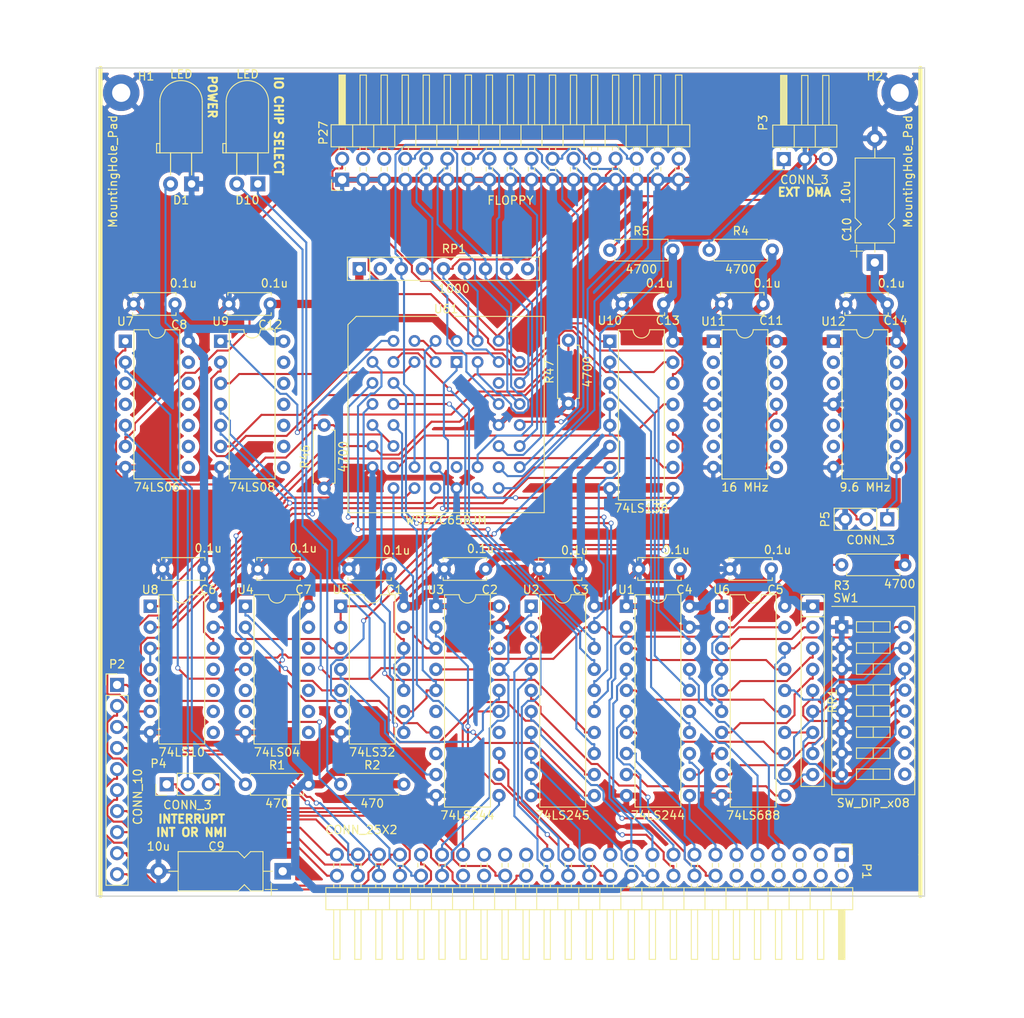
<source format=kicad_pcb>
(kicad_pcb (version 20171130) (host pcbnew "(5.1.9)-1")
  (layers (0 F.Cu signal) (31 B.Cu signal) (34 B.Paste user) (35 F.Paste user) (36 B.SilkS user) (37 F.SilkS user) (38 B.Mask user) (39 F.Mask user) (44 Edge.Cuts user))
  (net 0 "")
  (net 1 VCC)
  (net 2 GND)
  (net 3 /A7)
  (net 4 /A6)
  (net 5 /A5)
  (net 6 /D4)
  (net 7 /A4)
  (net 8 /D3)
  (net 9 /A3)
  (net 10 /D5)
  (net 11 /A2)
  (net 12 /D6)
  (net 13 /A1)
  (net 14 /A0)
  (net 15 /D2)
  (net 16 /D7)
  (net 17 /D0)
  (net 18 /D1)
  (net 19 /SPARE9)
  (net 20 /SPARE0)
  (net 21 /SPARE8)
  (net 22 /SPARE1)
  (net 23 /SPARE7)
  (net 24 /SPARE2)
  (net 25 /SPARE6)
  (net 26 /SPARE3)
  (net 27 /SPARE5)
  (net 28 /SPARE4)
  (net 29 /M1#)
  (net 30 /RESET#)
  (net 31 /WR#)
  (net 32 /RD#)
  (net 33 /IORQ#)
  (net 34 /bIORQ#)
  (net 35 /bM1#)
  (net 36 /bA7)
  (net 37 /bA6)
  (net 38 /bA5)
  (net 39 /bA4)
  (net 40 /bA3)
  (net 41 /bA2)
  (net 42 /bA1)
  (net 43 /bA0)
  (net 44 "Net-(RR1-Pad2)")
  (net 45 "Net-(RR1-Pad3)")
  (net 46 "Net-(RR1-Pad4)")
  (net 47 "Net-(RR1-Pad5)")
  (net 48 "Net-(RR1-Pad6)")
  (net 49 "Net-(RR1-Pad7)")
  (net 50 "Net-(RR1-Pad8)")
  (net 51 "Net-(RR1-Pad9)")
  (net 52 /bD5)
  (net 53 /bD4)
  (net 54 /bD3)
  (net 55 /bD2)
  (net 56 /bD1)
  (net 57 /bD0)
  (net 58 /bRESET#)
  (net 59 /bWR#)
  (net 60 /bD7)
  (net 61 /bD6)
  (net 62 "Net-(D10-Pad1)")
  (net 63 "Net-(D10-Pad2)")
  (net 64 "Net-(D1-Pad2)")
  (net 65 /CS_FDC#)
  (net 66 /bRD#)
  (net 67 /bRESET)
  (net 68 "Net-(U4-Pad4)")
  (net 69 /688SEL#)
  (net 70 /MSR-DATA#)
  (net 71 /INT#)
  (net 72 "Net-(P27-Pad2)")
  (net 73 "Net-(P27-Pad16)")
  (net 74 "Net-(P27-Pad8)")
  (net 75 "Net-(P27-Pad10)")
  (net 76 "Net-(P27-Pad12)")
  (net 77 "Net-(P27-Pad14)")
  (net 78 "Net-(P27-Pad18)")
  (net 79 "Net-(P27-Pad20)")
  (net 80 "Net-(P27-Pad22)")
  (net 81 "Net-(P27-Pad24)")
  (net 82 "Net-(P27-Pad26)")
  (net 83 "Net-(P27-Pad28)")
  (net 84 "Net-(P27-Pad30)")
  (net 85 "Net-(P27-Pad32)")
  (net 86 "Net-(P27-Pad34)")
  (net 87 /INT_FDC)
  (net 88 /FDC_DMA)
  (net 89 "Net-(RP1-Pad8)")
  (net 90 /TEND#)
  (net 91 "Net-(U61-Pad6)")
  (net 92 "Net-(U10-Pad15)")
  (net 93 "Net-(U10-Pad14)")
  (net 94 "Net-(U61-Pad5)")
  (net 95 /NMI#)
  (net 96 /PULSE#)
  (net 97 /RDY)
  (net 98 "Net-(R3-Pad1)")
  (net 99 /TC#)
  (net 100 /DACK_AND_TC#)
  (net 101 /DACK#)
  (net 102 /LDCR#)
  (net 103 /LDOR#)
  (net 104 "Net-(P4-Pad2)")
  (net 105 "Net-(U11-Pad11)")
  (net 106 /USER_RESET#)
  (net 107 "Net-(P5-Pad1)")
  (net 108 "Net-(P5-Pad2)")
  (net 109 "Net-(U4-Pad2)")
  (net 110 "Net-(U10-Pad9)")
  (module Pin_Headers:Pin_Header_Straight_1x10_Pitch2.54mm (layer F.Cu) (at 47.5 120.5)
    (fp_text reference P2 (at 0 -2.5) (layer F.SilkS))
    (fp_text value CONN_10 (at 2.5 13.5 -90) (layer F.SilkS))
    (pad 1 thru_hole rect (at 0 0) (size 1.7 1.7) (drill 1) (layers *.Cu *.Mask) (net 20 /SPARE0))
    (pad 2 thru_hole oval (at 0 2.54) (size 1.7 1.7) (drill 1) (layers *.Cu *.Mask) (net 22 /SPARE1))
    (pad 3 thru_hole oval (at 0 5.08) (size 1.7 1.7) (drill 1) (layers *.Cu *.Mask) (net 24 /SPARE2))
    (pad 4 thru_hole oval (at 0 7.62) (size 1.7 1.7) (drill 1) (layers *.Cu *.Mask) (net 26 /SPARE3))
    (pad 5 thru_hole oval (at 0 10.16) (size 1.7 1.7) (drill 1) (layers *.Cu *.Mask) (net 28 /SPARE4))
    (pad 6 thru_hole oval (at 0 12.7) (size 1.7 1.7) (drill 1) (layers *.Cu *.Mask) (net 27 /SPARE5))
    (pad 7 thru_hole oval (at 0 15.24) (size 1.7 1.7) (drill 1) (layers *.Cu *.Mask) (net 25 /SPARE6))
    (pad 8 thru_hole oval (at 0 17.78) (size 1.7 1.7) (drill 1) (layers *.Cu *.Mask) (net 23 /SPARE7))
    (pad 9 thru_hole oval (at 0 20.32) (size 1.7 1.7) (drill 1) (layers *.Cu *.Mask) (net 21 /SPARE8))
    (pad 10 thru_hole oval (at 0 22.86) (size 1.7 1.7) (drill 1) (layers *.Cu *.Mask) (net 19 /SPARE9))
  )
  (module Pin_Headers:Pin_Header_Angled_2x25_Pitch2.54mm (layer F.Cu) (at 135 141 270)
    (fp_text reference P1 (at 2 -3 270 unlocked) (layer F.SilkS))
    (fp_text value CONN_25X2 (at -3 58) (layer F.SilkS))
    (pad 1 thru_hole rect (at 0 0 270) (size 1.7 1.7) (drill 1) (layers *.Cu *.Mask))
    (pad 2 thru_hole oval (at 2.54 0 270) (size 1.7 1.7) (drill 1) (layers *.Cu *.Mask))
    (pad 3 thru_hole oval (at 0 2.54 270) (size 1.7 1.7) (drill 1) (layers *.Cu *.Mask))
    (pad 4 thru_hole oval (at 2.54 2.54 270) (size 1.7 1.7) (drill 1) (layers *.Cu *.Mask))
    (pad 5 thru_hole oval (at 0 5.08 270) (size 1.7 1.7) (drill 1) (layers *.Cu *.Mask))
    (pad 6 thru_hole oval (at 2.54 5.08 270) (size 1.7 1.7) (drill 1) (layers *.Cu *.Mask))
    (pad 7 thru_hole oval (at 0 7.62 270) (size 1.7 1.7) (drill 1) (layers *.Cu *.Mask) (net 3 /A7))
    (pad 8 thru_hole oval (at 2.54 7.62 270) (size 1.7 1.7) (drill 1) (layers *.Cu *.Mask))
    (pad 9 thru_hole oval (at 0 10.16 270) (size 1.7 1.7) (drill 1) (layers *.Cu *.Mask) (net 4 /A6))
    (pad 10 thru_hole oval (at 2.54 10.16 270) (size 1.7 1.7) (drill 1) (layers *.Cu *.Mask))
    (pad 11 thru_hole oval (at 0 12.7 270) (size 1.7 1.7) (drill 1) (layers *.Cu *.Mask) (net 5 /A5))
    (pad 12 thru_hole oval (at 2.54 12.7 270) (size 1.7 1.7) (drill 1) (layers *.Cu *.Mask))
    (pad 13 thru_hole oval (at 0 15.24 270) (size 1.7 1.7) (drill 1) (layers *.Cu *.Mask) (net 7 /A4))
    (pad 14 thru_hole oval (at 2.54 15.24 270) (size 1.7 1.7) (drill 1) (layers *.Cu *.Mask) (net 6 /D4))
    (pad 15 thru_hole oval (at 0 17.78 270) (size 1.7 1.7) (drill 1) (layers *.Cu *.Mask) (net 9 /A3))
    (pad 16 thru_hole oval (at 2.54 17.78 270) (size 1.7 1.7) (drill 1) (layers *.Cu *.Mask) (net 8 /D3))
    (pad 17 thru_hole oval (at 0 20.32 270) (size 1.7 1.7) (drill 1) (layers *.Cu *.Mask) (net 11 /A2))
    (pad 18 thru_hole oval (at 2.54 20.32 270) (size 1.7 1.7) (drill 1) (layers *.Cu *.Mask) (net 10 /D5))
    (pad 19 thru_hole oval (at 0 22.86 270) (size 1.7 1.7) (drill 1) (layers *.Cu *.Mask) (net 13 /A1))
    (pad 20 thru_hole oval (at 2.54 22.86 270) (size 1.7 1.7) (drill 1) (layers *.Cu *.Mask) (net 12 /D6))
    (pad 21 thru_hole oval (at 0 25.4 270) (size 1.7 1.7) (drill 1) (layers *.Cu *.Mask) (net 14 /A0))
    (pad 22 thru_hole oval (at 2.54 25.4 270) (size 1.7 1.7) (drill 1) (layers *.Cu *.Mask) (net 1 VCC))
    (pad 23 thru_hole oval (at 0 27.94 270) (size 1.7 1.7) (drill 1) (layers *.Cu *.Mask) (net 2 GND))
    (pad 24 thru_hole oval (at 2.54 27.94 270) (size 1.7 1.7) (drill 1) (layers *.Cu *.Mask) (net 15 /D2))
    (pad 25 thru_hole oval (at 0 30.48 270) (size 1.7 1.7) (drill 1) (layers *.Cu *.Mask))
    (pad 26 thru_hole oval (at 2.54 30.48 270) (size 1.7 1.7) (drill 1) (layers *.Cu *.Mask) (net 16 /D7))
    (pad 27 thru_hole oval (at 0 33.02 270) (size 1.7 1.7) (drill 1) (layers *.Cu *.Mask) (net 29 /M1#))
    (pad 28 thru_hole oval (at 2.54 33.02 270) (size 1.7 1.7) (drill 1) (layers *.Cu *.Mask) (net 17 /D0))
    (pad 29 thru_hole oval (at 0 35.56 270) (size 1.7 1.7) (drill 1) (layers *.Cu *.Mask) (net 30 /RESET#))
    (pad 30 thru_hole oval (at 2.54 35.56 270) (size 1.7 1.7) (drill 1) (layers *.Cu *.Mask) (net 18 /D1))
    (pad 31 thru_hole oval (at 0 38.1 270) (size 1.7 1.7) (drill 1) (layers *.Cu *.Mask))
    (pad 32 thru_hole oval (at 2.54 38.1 270) (size 1.7 1.7) (drill 1) (layers *.Cu *.Mask) (net 71 /INT#))
    (pad 33 thru_hole oval (at 0 40.64 270) (size 1.7 1.7) (drill 1) (layers *.Cu *.Mask))
    (pad 34 thru_hole oval (at 2.54 40.64 270) (size 1.7 1.7) (drill 1) (layers *.Cu *.Mask) (net 95 /NMI#))
    (pad 35 thru_hole oval (at 0 43.18 270) (size 1.7 1.7) (drill 1) (layers *.Cu *.Mask))
    (pad 36 thru_hole oval (at 2.54 43.18 270) (size 1.7 1.7) (drill 1) (layers *.Cu *.Mask))
    (pad 37 thru_hole oval (at 0 45.72 270) (size 1.7 1.7) (drill 1) (layers *.Cu *.Mask) (net 31 /WR#))
    (pad 38 thru_hole oval (at 2.54 45.72 270) (size 1.7 1.7) (drill 1) (layers *.Cu *.Mask))
    (pad 39 thru_hole oval (at 0 48.26 270) (size 1.7 1.7) (drill 1) (layers *.Cu *.Mask) (net 32 /RD#))
    (pad 40 thru_hole oval (at 2.54 48.26 270) (size 1.7 1.7) (drill 1) (layers *.Cu *.Mask) (net 33 /IORQ#))
    (pad 41 thru_hole oval (at 0 50.8 270) (size 1.7 1.7) (drill 1) (layers *.Cu *.Mask) (net 19 /SPARE9))
    (pad 42 thru_hole oval (at 2.54 50.8 270) (size 1.7 1.7) (drill 1) (layers *.Cu *.Mask) (net 20 /SPARE0))
    (pad 43 thru_hole oval (at 0 53.34 270) (size 1.7 1.7) (drill 1) (layers *.Cu *.Mask) (net 21 /SPARE8))
    (pad 44 thru_hole oval (at 2.54 53.34 270) (size 1.7 1.7) (drill 1) (layers *.Cu *.Mask) (net 22 /SPARE1))
    (pad 45 thru_hole oval (at 0 55.88 270) (size 1.7 1.7) (drill 1) (layers *.Cu *.Mask) (net 23 /SPARE7))
    (pad 46 thru_hole oval (at 2.54 55.88 270) (size 1.7 1.7) (drill 1) (layers *.Cu *.Mask) (net 24 /SPARE2))
    (pad 47 thru_hole oval (at 0 58.42 270) (size 1.7 1.7) (drill 1) (layers *.Cu *.Mask) (net 25 /SPARE6))
    (pad 48 thru_hole oval (at 2.54 58.42 270) (size 1.7 1.7) (drill 1) (layers *.Cu *.Mask) (net 26 /SPARE3))
    (pad 49 thru_hole oval (at 0 60.96 270) (size 1.7 1.7) (drill 1) (layers *.Cu *.Mask) (net 27 /SPARE5))
    (pad 50 thru_hole oval (at 2.54 60.96 270) (size 1.7 1.7) (drill 1) (layers *.Cu *.Mask) (net 28 /SPARE4))
  )
  (module LEDs:LED_D5.0mm_Horizontal_O3.81mm_Z3.0mm (layer F.Cu) (at 56.5 60 180)
    (fp_text reference D1 (at 1.27 -1.96 180) (layer F.SilkS))
    (fp_text value LED (at 1.25 13.25 180) (layer F.SilkS))
    (pad 1 thru_hole rect (at 0 0 180) (size 1.8 1.8) (drill 0.9) (layers *.Cu *.Mask) (net 2 GND))
    (pad 2 thru_hole circle (at 2.54 0 180) (size 1.8 1.8) (drill 0.9) (layers *.Cu *.Mask) (net 64 "Net-(D1-Pad2)"))
  )
  (module Buttons_Switches_THT:SW_DIP_x8_W7.62mm_Slide (layer F.Cu) (at 135 113.5)
    (fp_text reference SW1 (at 0.5 -3.5) (layer F.SilkS))
    (fp_text value SW_DIP_x08 (at 3.81 21.26) (layer F.SilkS))
    (pad 1 thru_hole rect (at 0 0) (size 1.6 1.6) (drill 0.8) (layers *.Cu *.Mask) (net 2 GND))
    (pad 9 thru_hole oval (at 7.62 17.78) (size 1.6 1.6) (drill 0.8) (layers *.Cu *.Mask))
    (pad 2 thru_hole oval (at 0 2.54) (size 1.6 1.6) (drill 0.8) (layers *.Cu *.Mask) (net 2 GND))
    (pad 10 thru_hole oval (at 7.62 15.24) (size 1.6 1.6) (drill 0.8) (layers *.Cu *.Mask))
    (pad 3 thru_hole oval (at 0 5.08) (size 1.6 1.6) (drill 0.8) (layers *.Cu *.Mask) (net 2 GND))
    (pad 11 thru_hole oval (at 7.62 12.7) (size 1.6 1.6) (drill 0.8) (layers *.Cu *.Mask))
    (pad 4 thru_hole oval (at 0 7.62) (size 1.6 1.6) (drill 0.8) (layers *.Cu *.Mask) (net 2 GND))
    (pad 12 thru_hole oval (at 7.62 10.16) (size 1.6 1.6) (drill 0.8) (layers *.Cu *.Mask) (net 47 "Net-(RR1-Pad5)"))
    (pad 5 thru_hole oval (at 0 10.16) (size 1.6 1.6) (drill 0.8) (layers *.Cu *.Mask) (net 2 GND))
    (pad 13 thru_hole oval (at 7.62 7.62) (size 1.6 1.6) (drill 0.8) (layers *.Cu *.Mask) (net 48 "Net-(RR1-Pad6)"))
    (pad 6 thru_hole oval (at 0 12.7) (size 1.6 1.6) (drill 0.8) (layers *.Cu *.Mask) (net 2 GND))
    (pad 14 thru_hole oval (at 7.62 5.08) (size 1.6 1.6) (drill 0.8) (layers *.Cu *.Mask) (net 49 "Net-(RR1-Pad7)"))
    (pad 7 thru_hole oval (at 0 15.24) (size 1.6 1.6) (drill 0.8) (layers *.Cu *.Mask) (net 2 GND))
    (pad 15 thru_hole oval (at 7.62 2.54) (size 1.6 1.6) (drill 0.8) (layers *.Cu *.Mask) (net 50 "Net-(RR1-Pad8)"))
    (pad 8 thru_hole oval (at 0 17.78) (size 1.6 1.6) (drill 0.8) (layers *.Cu *.Mask) (net 2 GND))
    (pad 16 thru_hole oval (at 7.62 0) (size 1.6 1.6) (drill 0.8) (layers *.Cu *.Mask) (net 51 "Net-(RR1-Pad9)"))
  )
  (module Capacitor_THT:C_Disc_D5.0mm_W2.5mm_P5.00mm (layer F.Cu) (at 92 106.5 180)
    (fp_text reference C2 (at -0.5 -2.5 180) (layer F.SilkS))
    (fp_text value 0.1u (at 0.61 2.44 180) (layer F.SilkS))
    (pad 2 thru_hole circle (at 5 0 180) (size 1.6 1.6) (drill 0.8) (layers *.Cu *.Mask) (net 2 GND))
    (pad 1 thru_hole circle (at 0 0 180) (size 1.6 1.6) (drill 0.8) (layers *.Cu *.Mask) (net 1 VCC))
  )
  (module Capacitor_THT:CP_Axial_L10.0mm_D4.5mm_P15.00mm_Horizontal (layer F.Cu) (at 67.5 143 180)
    (fp_text reference C9 (at 8 3) (layer F.SilkS))
    (fp_text value 10u (at 15 3) (layer F.SilkS))
    (pad 1 thru_hole rect (at 0 0 180) (size 2 2) (drill 1) (layers *.Cu *.Mask) (net 1 VCC))
    (pad 2 thru_hole oval (at 15 0 180) (size 2 2) (drill 1) (layers *.Cu *.Mask) (net 2 GND))
  )
  (module Capacitor_THT:C_Disc_D5.0mm_W2.5mm_P5.00mm (layer F.Cu) (at 126.5 106.5 180)
    (fp_text reference C5 (at -0.5 -2.5 180) (layer F.SilkS))
    (fp_text value 0.1u (at -0.75 2.31 180) (layer F.SilkS))
    (pad 1 thru_hole circle (at 0 0 180) (size 1.6 1.6) (drill 0.8) (layers *.Cu *.Mask) (net 1 VCC))
    (pad 2 thru_hole circle (at 5 0 180) (size 1.6 1.6) (drill 0.8) (layers *.Cu *.Mask) (net 2 GND))
  )
  (module Capacitor_THT:C_Disc_D5.0mm_W2.5mm_P5.00mm (layer F.Cu) (at 103.5 106.5 180)
    (fp_text reference C3 (at 0 -2.5 180) (layer F.SilkS))
    (fp_text value 0.1u (at 0.75 2.25 180) (layer F.SilkS))
    (pad 1 thru_hole circle (at 0 0 180) (size 1.6 1.6) (drill 0.8) (layers *.Cu *.Mask) (net 1 VCC))
    (pad 2 thru_hole circle (at 5 0 180) (size 1.6 1.6) (drill 0.8) (layers *.Cu *.Mask) (net 2 GND))
  )
  (module Capacitor_THT:C_Disc_D5.0mm_W2.5mm_P5.00mm (layer F.Cu) (at 115.5 106.5 180)
    (fp_text reference C4 (at -0.5 -2.5 180) (layer F.SilkS))
    (fp_text value 0.1u (at 0.5 2.31 180) (layer F.SilkS))
    (pad 2 thru_hole circle (at 5 0 180) (size 1.6 1.6) (drill 0.8) (layers *.Cu *.Mask) (net 2 GND))
    (pad 1 thru_hole circle (at 0 0 180) (size 1.6 1.6) (drill 0.8) (layers *.Cu *.Mask) (net 1 VCC))
  )
  (module Capacitor_THT:C_Disc_D5.0mm_W2.5mm_P5.00mm (layer F.Cu) (at 80.5 106.5 180)
    (fp_text reference C1 (at -0.5 -2.5 180) (layer F.SilkS))
    (fp_text value 0.1u (at -0.75 2.25 180) (layer F.SilkS))
    (pad 2 thru_hole circle (at 5 0 180) (size 1.6 1.6) (drill 0.8) (layers *.Cu *.Mask) (net 2 GND))
    (pad 1 thru_hole circle (at 0 0 180) (size 1.6 1.6) (drill 0.8) (layers *.Cu *.Mask) (net 1 VCC))
  )
  (module Housings_DIP:DIP-20_W7.62mm (layer F.Cu) (at 97.5 111)
    (fp_text reference U2 (at 0 -2) (layer F.SilkS))
    (fp_text value 74LS245 (at 3.81 25.25) (layer F.SilkS))
    (pad 1 thru_hole rect (at 0 0) (size 1.6 1.6) (drill 0.8) (layers *.Cu *.Mask) (net 32 /RD#))
    (pad 11 thru_hole oval (at 7.62 22.86) (size 1.6 1.6) (drill 0.8) (layers *.Cu *.Mask) (net 60 /bD7))
    (pad 2 thru_hole oval (at 0 2.54) (size 1.6 1.6) (drill 0.8) (layers *.Cu *.Mask) (net 17 /D0))
    (pad 12 thru_hole oval (at 7.62 20.32) (size 1.6 1.6) (drill 0.8) (layers *.Cu *.Mask) (net 61 /bD6))
    (pad 3 thru_hole oval (at 0 5.08) (size 1.6 1.6) (drill 0.8) (layers *.Cu *.Mask) (net 18 /D1))
    (pad 13 thru_hole oval (at 7.62 17.78) (size 1.6 1.6) (drill 0.8) (layers *.Cu *.Mask) (net 52 /bD5))
    (pad 4 thru_hole oval (at 0 7.62) (size 1.6 1.6) (drill 0.8) (layers *.Cu *.Mask) (net 15 /D2))
    (pad 14 thru_hole oval (at 7.62 15.24) (size 1.6 1.6) (drill 0.8) (layers *.Cu *.Mask) (net 53 /bD4))
    (pad 5 thru_hole oval (at 0 10.16) (size 1.6 1.6) (drill 0.8) (layers *.Cu *.Mask) (net 8 /D3))
    (pad 15 thru_hole oval (at 7.62 12.7) (size 1.6 1.6) (drill 0.8) (layers *.Cu *.Mask) (net 54 /bD3))
    (pad 6 thru_hole oval (at 0 12.7) (size 1.6 1.6) (drill 0.8) (layers *.Cu *.Mask) (net 6 /D4))
    (pad 16 thru_hole oval (at 7.62 10.16) (size 1.6 1.6) (drill 0.8) (layers *.Cu *.Mask) (net 55 /bD2))
    (pad 7 thru_hole oval (at 0 15.24) (size 1.6 1.6) (drill 0.8) (layers *.Cu *.Mask) (net 10 /D5))
    (pad 17 thru_hole oval (at 7.62 7.62) (size 1.6 1.6) (drill 0.8) (layers *.Cu *.Mask) (net 56 /bD1))
    (pad 8 thru_hole oval (at 0 17.78) (size 1.6 1.6) (drill 0.8) (layers *.Cu *.Mask) (net 12 /D6))
    (pad 18 thru_hole oval (at 7.62 5.08) (size 1.6 1.6) (drill 0.8) (layers *.Cu *.Mask) (net 57 /bD0))
    (pad 9 thru_hole oval (at 0 20.32) (size 1.6 1.6) (drill 0.8) (layers *.Cu *.Mask) (net 16 /D7))
    (pad 19 thru_hole oval (at 7.62 2.54) (size 1.6 1.6) (drill 0.8) (layers *.Cu *.Mask) (net 65 /CS_FDC#))
    (pad 10 thru_hole oval (at 0 22.86) (size 1.6 1.6) (drill 0.8) (layers *.Cu *.Mask) (net 2 GND))
    (pad 20 thru_hole oval (at 7.62 0) (size 1.6 1.6) (drill 0.8) (layers *.Cu *.Mask) (net 1 VCC))
  )
  (module Housings_DIP:DIP-20_W7.62mm (layer F.Cu) (at 86 111)
    (fp_text reference U3 (at 0 -2) (layer F.SilkS))
    (fp_text value 74LS244 (at 3.81 25.25) (layer F.SilkS))
    (pad 20 thru_hole oval (at 7.62 0) (size 1.6 1.6) (drill 0.8) (layers *.Cu *.Mask) (net 1 VCC))
    (pad 10 thru_hole oval (at 0 22.86) (size 1.6 1.6) (drill 0.8) (layers *.Cu *.Mask) (net 2 GND))
    (pad 19 thru_hole oval (at 7.62 2.54) (size 1.6 1.6) (drill 0.8) (layers *.Cu *.Mask) (net 2 GND))
    (pad 9 thru_hole oval (at 0 20.32) (size 1.6 1.6) (drill 0.8) (layers *.Cu *.Mask) (net 34 /bIORQ#))
    (pad 18 thru_hole oval (at 7.62 5.08) (size 1.6 1.6) (drill 0.8) (layers *.Cu *.Mask) (net 58 /bRESET#))
    (pad 8 thru_hole oval (at 0 17.78) (size 1.6 1.6) (drill 0.8) (layers *.Cu *.Mask))
    (pad 17 thru_hole oval (at 7.62 7.62) (size 1.6 1.6) (drill 0.8) (layers *.Cu *.Mask) (net 32 /RD#))
    (pad 7 thru_hole oval (at 0 15.24) (size 1.6 1.6) (drill 0.8) (layers *.Cu *.Mask) (net 35 /bM1#))
    (pad 16 thru_hole oval (at 7.62 10.16) (size 1.6 1.6) (drill 0.8) (layers *.Cu *.Mask) (net 62 "Net-(D10-Pad1)"))
    (pad 6 thru_hole oval (at 0 12.7) (size 1.6 1.6) (drill 0.8) (layers *.Cu *.Mask))
    (pad 15 thru_hole oval (at 7.62 12.7) (size 1.6 1.6) (drill 0.8) (layers *.Cu *.Mask) (net 31 /WR#))
    (pad 5 thru_hole oval (at 0 10.16) (size 1.6 1.6) (drill 0.8) (layers *.Cu *.Mask) (net 59 /bWR#))
    (pad 14 thru_hole oval (at 7.62 15.24) (size 1.6 1.6) (drill 0.8) (layers *.Cu *.Mask))
    (pad 4 thru_hole oval (at 0 7.62) (size 1.6 1.6) (drill 0.8) (layers *.Cu *.Mask) (net 65 /CS_FDC#))
    (pad 13 thru_hole oval (at 7.62 17.78) (size 1.6 1.6) (drill 0.8) (layers *.Cu *.Mask) (net 29 /M1#))
    (pad 3 thru_hole oval (at 0 5.08) (size 1.6 1.6) (drill 0.8) (layers *.Cu *.Mask) (net 66 /bRD#))
    (pad 12 thru_hole oval (at 7.62 20.32) (size 1.6 1.6) (drill 0.8) (layers *.Cu *.Mask))
    (pad 2 thru_hole oval (at 0 2.54) (size 1.6 1.6) (drill 0.8) (layers *.Cu *.Mask) (net 30 /RESET#))
    (pad 11 thru_hole oval (at 7.62 22.86) (size 1.6 1.6) (drill 0.8) (layers *.Cu *.Mask) (net 33 /IORQ#))
    (pad 1 thru_hole rect (at 0 0) (size 1.6 1.6) (drill 0.8) (layers *.Cu *.Mask) (net 2 GND))
  )
  (module Capacitor_THT:C_Disc_D5.0mm_W2.5mm_P5.00mm (layer F.Cu) (at 58 106.5 180)
    (fp_text reference C6 (at -0.5 -2.5) (layer F.SilkS))
    (fp_text value 0.1u (at -0.5 2.5) (layer F.SilkS))
    (pad 1 thru_hole circle (at 0 0 180) (size 1.6 1.6) (drill 0.8) (layers *.Cu *.Mask) (net 1 VCC))
    (pad 2 thru_hole circle (at 5 0 180) (size 1.6 1.6) (drill 0.8) (layers *.Cu *.Mask) (net 2 GND))
  )
  (module Capacitor_THT:C_Disc_D5.0mm_W2.5mm_P5.00mm (layer F.Cu) (at 69.5 106.5 180)
    (fp_text reference C7 (at -0.5 -2.5) (layer F.SilkS))
    (fp_text value 0.1u (at -0.5 2.5) (layer F.SilkS))
    (pad 2 thru_hole circle (at 5 0 180) (size 1.6 1.6) (drill 0.8) (layers *.Cu *.Mask) (net 2 GND))
    (pad 1 thru_hole circle (at 0 0 180) (size 1.6 1.6) (drill 0.8) (layers *.Cu *.Mask) (net 1 VCC))
  )
  (module Resistors_THT:R_Axial_DIN0207_L6.3mm_D2.5mm_P7.62mm_Horizontal (layer F.Cu) (at 63 132.5)
    (fp_text reference R1 (at 3.81 -2.31) (layer F.SilkS))
    (fp_text value 470 (at 3.81 2.31) (layer F.SilkS))
    (pad 1 thru_hole circle (at 0 0) (size 1.6 1.6) (drill 0.8) (layers *.Cu *.Mask) (net 64 "Net-(D1-Pad2)"))
    (pad 2 thru_hole oval (at 7.62 0) (size 1.6 1.6) (drill 0.8) (layers *.Cu *.Mask) (net 1 VCC))
  )
  (module Resistors_THT:R_Array_SIP9 (layer F.Cu) (at 131.5 111 270)
    (fp_text reference RR1 (at 11.43 -2.4 90) (layer F.SilkS))
    (fp_text value 10000)
    (pad 1 thru_hole rect (at 0 0 270) (size 1.6 1.6) (drill 0.8) (layers *.Cu *.Mask) (net 1 VCC))
    (pad 2 thru_hole oval (at 2.54 0 270) (size 1.6 1.6) (drill 0.8) (layers *.Cu *.Mask) (net 44 "Net-(RR1-Pad2)"))
    (pad 3 thru_hole oval (at 5.08 0 270) (size 1.6 1.6) (drill 0.8) (layers *.Cu *.Mask) (net 45 "Net-(RR1-Pad3)"))
    (pad 4 thru_hole oval (at 7.62 0 270) (size 1.6 1.6) (drill 0.8) (layers *.Cu *.Mask) (net 46 "Net-(RR1-Pad4)"))
    (pad 5 thru_hole oval (at 10.16 0 270) (size 1.6 1.6) (drill 0.8) (layers *.Cu *.Mask) (net 47 "Net-(RR1-Pad5)"))
    (pad 6 thru_hole oval (at 12.7 0 270) (size 1.6 1.6) (drill 0.8) (layers *.Cu *.Mask) (net 48 "Net-(RR1-Pad6)"))
    (pad 7 thru_hole oval (at 15.24 0 270) (size 1.6 1.6) (drill 0.8) (layers *.Cu *.Mask) (net 49 "Net-(RR1-Pad7)"))
    (pad 8 thru_hole oval (at 17.78 0 270) (size 1.6 1.6) (drill 0.8) (layers *.Cu *.Mask) (net 50 "Net-(RR1-Pad8)"))
    (pad 9 thru_hole oval (at 20.32 0 270) (size 1.6 1.6) (drill 0.8) (layers *.Cu *.Mask) (net 51 "Net-(RR1-Pad9)"))
  )
  (module Housings_DIP:DIP-20_W7.62mm (layer F.Cu) (at 109 111)
    (fp_text reference U1 (at 0 -2) (layer F.SilkS))
    (fp_text value 74LS244 (at 3.81 25.25) (layer F.SilkS))
    (pad 20 thru_hole oval (at 7.62 0) (size 1.6 1.6) (drill 0.8) (layers *.Cu *.Mask) (net 1 VCC))
    (pad 10 thru_hole oval (at 0 22.86) (size 1.6 1.6) (drill 0.8) (layers *.Cu *.Mask) (net 2 GND))
    (pad 19 thru_hole oval (at 7.62 2.54) (size 1.6 1.6) (drill 0.8) (layers *.Cu *.Mask) (net 2 GND))
    (pad 9 thru_hole oval (at 0 20.32) (size 1.6 1.6) (drill 0.8) (layers *.Cu *.Mask) (net 39 /bA4))
    (pad 18 thru_hole oval (at 7.62 5.08) (size 1.6 1.6) (drill 0.8) (layers *.Cu *.Mask) (net 43 /bA0))
    (pad 8 thru_hole oval (at 0 17.78) (size 1.6 1.6) (drill 0.8) (layers *.Cu *.Mask) (net 9 /A3))
    (pad 17 thru_hole oval (at 7.62 7.62) (size 1.6 1.6) (drill 0.8) (layers *.Cu *.Mask) (net 3 /A7))
    (pad 7 thru_hole oval (at 0 15.24) (size 1.6 1.6) (drill 0.8) (layers *.Cu *.Mask) (net 38 /bA5))
    (pad 16 thru_hole oval (at 7.62 10.16) (size 1.6 1.6) (drill 0.8) (layers *.Cu *.Mask) (net 42 /bA1))
    (pad 6 thru_hole oval (at 0 12.7) (size 1.6 1.6) (drill 0.8) (layers *.Cu *.Mask) (net 11 /A2))
    (pad 15 thru_hole oval (at 7.62 12.7) (size 1.6 1.6) (drill 0.8) (layers *.Cu *.Mask) (net 4 /A6))
    (pad 5 thru_hole oval (at 0 10.16) (size 1.6 1.6) (drill 0.8) (layers *.Cu *.Mask) (net 37 /bA6))
    (pad 14 thru_hole oval (at 7.62 15.24) (size 1.6 1.6) (drill 0.8) (layers *.Cu *.Mask) (net 41 /bA2))
    (pad 4 thru_hole oval (at 0 7.62) (size 1.6 1.6) (drill 0.8) (layers *.Cu *.Mask) (net 13 /A1))
    (pad 13 thru_hole oval (at 7.62 17.78) (size 1.6 1.6) (drill 0.8) (layers *.Cu *.Mask) (net 5 /A5))
    (pad 3 thru_hole oval (at 0 5.08) (size 1.6 1.6) (drill 0.8) (layers *.Cu *.Mask) (net 36 /bA7))
    (pad 12 thru_hole oval (at 7.62 20.32) (size 1.6 1.6) (drill 0.8) (layers *.Cu *.Mask) (net 40 /bA3))
    (pad 2 thru_hole oval (at 0 2.54) (size 1.6 1.6) (drill 0.8) (layers *.Cu *.Mask) (net 14 /A0))
    (pad 11 thru_hole oval (at 7.62 22.86) (size 1.6 1.6) (drill 0.8) (layers *.Cu *.Mask) (net 7 /A4))
    (pad 1 thru_hole rect (at 0 0) (size 1.6 1.6) (drill 0.8) (layers *.Cu *.Mask) (net 2 GND))
  )
  (module Housings_DIP:DIP-14_W7.62mm (layer F.Cu) (at 63 111)
    (fp_text reference U4 (at 0 -2) (layer F.SilkS))
    (fp_text value 74LS04 (at 3.81 17.63) (layer F.SilkS))
    (pad 1 thru_hole rect (at 0 0) (size 1.6 1.6) (drill 0.8) (layers *.Cu *.Mask) (net 35 /bM1#))
    (pad 8 thru_hole oval (at 7.62 15.24) (size 1.6 1.6) (drill 0.8) (layers *.Cu *.Mask))
    (pad 2 thru_hole oval (at 0 2.54) (size 1.6 1.6) (drill 0.8) (layers *.Cu *.Mask) (net 109 "Net-(U4-Pad2)"))
    (pad 9 thru_hole oval (at 7.62 12.7) (size 1.6 1.6) (drill 0.8) (layers *.Cu *.Mask))
    (pad 3 thru_hole oval (at 0 5.08) (size 1.6 1.6) (drill 0.8) (layers *.Cu *.Mask) (net 88 /FDC_DMA))
    (pad 10 thru_hole oval (at 7.62 10.16) (size 1.6 1.6) (drill 0.8) (layers *.Cu *.Mask))
    (pad 4 thru_hole oval (at 0 7.62) (size 1.6 1.6) (drill 0.8) (layers *.Cu *.Mask) (net 68 "Net-(U4-Pad4)"))
    (pad 11 thru_hole oval (at 7.62 7.62) (size 1.6 1.6) (drill 0.8) (layers *.Cu *.Mask))
    (pad 5 thru_hole oval (at 0 10.16) (size 1.6 1.6) (drill 0.8) (layers *.Cu *.Mask))
    (pad 12 thru_hole oval (at 7.62 5.08) (size 1.6 1.6) (drill 0.8) (layers *.Cu *.Mask))
    (pad 6 thru_hole oval (at 0 12.7) (size 1.6 1.6) (drill 0.8) (layers *.Cu *.Mask))
    (pad 13 thru_hole oval (at 7.62 2.54) (size 1.6 1.6) (drill 0.8) (layers *.Cu *.Mask))
    (pad 7 thru_hole oval (at 0 15.24) (size 1.6 1.6) (drill 0.8) (layers *.Cu *.Mask) (net 2 GND))
    (pad 14 thru_hole oval (at 7.62 0) (size 1.6 1.6) (drill 0.8) (layers *.Cu *.Mask) (net 1 VCC))
  )
  (module Housings_DIP:DIP-14_W7.62mm (layer F.Cu) (at 74.5 111)
    (fp_text reference U5 (at 0 -2) (layer F.SilkS))
    (fp_text value 74LS32 (at 3.81 17.63) (layer F.SilkS))
    (pad 14 thru_hole oval (at 7.62 0) (size 1.6 1.6) (drill 0.8) (layers *.Cu *.Mask) (net 1 VCC))
    (pad 7 thru_hole oval (at 0 15.24) (size 1.6 1.6) (drill 0.8) (layers *.Cu *.Mask) (net 2 GND))
    (pad 13 thru_hole oval (at 7.62 2.54) (size 1.6 1.6) (drill 0.8) (layers *.Cu *.Mask) (net 66 /bRD#))
    (pad 6 thru_hole oval (at 0 12.7) (size 1.6 1.6) (drill 0.8) (layers *.Cu *.Mask) (net 69 /688SEL#))
    (pad 12 thru_hole oval (at 7.62 5.08) (size 1.6 1.6) (drill 0.8) (layers *.Cu *.Mask) (net 110 "Net-(U10-Pad9)"))
    (pad 5 thru_hole oval (at 0 10.16) (size 1.6 1.6) (drill 0.8) (layers *.Cu *.Mask) (net 109 "Net-(U4-Pad2)"))
    (pad 11 thru_hole oval (at 7.62 7.62) (size 1.6 1.6) (drill 0.8) (layers *.Cu *.Mask) (net 101 /DACK#))
    (pad 4 thru_hole oval (at 0 7.62) (size 1.6 1.6) (drill 0.8) (layers *.Cu *.Mask) (net 34 /bIORQ#))
    (pad 10 thru_hole oval (at 7.62 10.16) (size 1.6 1.6) (drill 0.8) (layers *.Cu *.Mask) (net 110 "Net-(U10-Pad9)"))
    (pad 3 thru_hole oval (at 0 5.08) (size 1.6 1.6) (drill 0.8) (layers *.Cu *.Mask) (net 90 /TEND#))
    (pad 9 thru_hole oval (at 7.62 12.7) (size 1.6 1.6) (drill 0.8) (layers *.Cu *.Mask) (net 59 /bWR#))
    (pad 2 thru_hole oval (at 0 2.54) (size 1.6 1.6) (drill 0.8) (layers *.Cu *.Mask) (net 96 /PULSE#))
    (pad 8 thru_hole oval (at 7.62 15.24) (size 1.6 1.6) (drill 0.8) (layers *.Cu *.Mask) (net 103 /LDOR#))
    (pad 1 thru_hole rect (at 0 0) (size 1.6 1.6) (drill 0.8) (layers *.Cu *.Mask) (net 96 /PULSE#))
  )
  (module Housings_DIP:DIP-20_W7.62mm (layer F.Cu) (at 120.5 111)
    (fp_text reference U6 (at 0 -2) (layer F.SilkS))
    (fp_text value 74LS688 (at 3.81 25.25) (layer F.SilkS))
    (pad 1 thru_hole rect (at 0 0) (size 1.6 1.6) (drill 0.8) (layers *.Cu *.Mask) (net 69 /688SEL#))
    (pad 11 thru_hole oval (at 7.62 22.86) (size 1.6 1.6) (drill 0.8) (layers *.Cu *.Mask) (net 39 /bA4))
    (pad 2 thru_hole oval (at 0 2.54) (size 1.6 1.6) (drill 0.8) (layers *.Cu *.Mask) (net 98 "Net-(R3-Pad1)"))
    (pad 12 thru_hole oval (at 7.62 20.32) (size 1.6 1.6) (drill 0.8) (layers *.Cu *.Mask) (net 48 "Net-(RR1-Pad6)"))
    (pad 3 thru_hole oval (at 0 5.08) (size 1.6 1.6) (drill 0.8) (layers *.Cu *.Mask) (net 44 "Net-(RR1-Pad2)"))
    (pad 13 thru_hole oval (at 7.62 17.78) (size 1.6 1.6) (drill 0.8) (layers *.Cu *.Mask) (net 38 /bA5))
    (pad 4 thru_hole oval (at 0 7.62) (size 1.6 1.6) (drill 0.8) (layers *.Cu *.Mask) (net 98 "Net-(R3-Pad1)"))
    (pad 14 thru_hole oval (at 7.62 15.24) (size 1.6 1.6) (drill 0.8) (layers *.Cu *.Mask) (net 49 "Net-(RR1-Pad7)"))
    (pad 5 thru_hole oval (at 0 10.16) (size 1.6 1.6) (drill 0.8) (layers *.Cu *.Mask) (net 45 "Net-(RR1-Pad3)"))
    (pad 15 thru_hole oval (at 7.62 12.7) (size 1.6 1.6) (drill 0.8) (layers *.Cu *.Mask) (net 37 /bA6))
    (pad 6 thru_hole oval (at 0 12.7) (size 1.6 1.6) (drill 0.8) (layers *.Cu *.Mask) (net 98 "Net-(R3-Pad1)"))
    (pad 16 thru_hole oval (at 7.62 10.16) (size 1.6 1.6) (drill 0.8) (layers *.Cu *.Mask) (net 50 "Net-(RR1-Pad8)"))
    (pad 7 thru_hole oval (at 0 15.24) (size 1.6 1.6) (drill 0.8) (layers *.Cu *.Mask) (net 46 "Net-(RR1-Pad4)"))
    (pad 17 thru_hole oval (at 7.62 7.62) (size 1.6 1.6) (drill 0.8) (layers *.Cu *.Mask) (net 36 /bA7))
    (pad 8 thru_hole oval (at 0 17.78) (size 1.6 1.6) (drill 0.8) (layers *.Cu *.Mask) (net 40 /bA3))
    (pad 18 thru_hole oval (at 7.62 5.08) (size 1.6 1.6) (drill 0.8) (layers *.Cu *.Mask) (net 51 "Net-(RR1-Pad9)"))
    (pad 9 thru_hole oval (at 0 20.32) (size 1.6 1.6) (drill 0.8) (layers *.Cu *.Mask) (net 47 "Net-(RR1-Pad5)"))
    (pad 19 thru_hole oval (at 7.62 2.54) (size 1.6 1.6) (drill 0.8) (layers *.Cu *.Mask) (net 65 /CS_FDC#))
    (pad 10 thru_hole oval (at 0 22.86) (size 1.6 1.6) (drill 0.8) (layers *.Cu *.Mask) (net 2 GND))
    (pad 20 thru_hole oval (at 7.62 0) (size 1.6 1.6) (drill 0.8) (layers *.Cu *.Mask) (net 1 VCC))
  )
  (module Capacitor_THT:C_Disc_D5.0mm_W2.5mm_P5.00mm (layer F.Cu) (at 54.5 74.5 180)
    (fp_text reference C8 (at -0.5 -2.5) (layer F.SilkS))
    (fp_text value 0.1u (at -1 2.5) (layer F.SilkS))
    (pad 1 thru_hole circle (at 0 0 180) (size 1.6 1.6) (drill 0.8) (layers *.Cu *.Mask) (net 1 VCC))
    (pad 2 thru_hole circle (at 5 0 180) (size 1.6 1.6) (drill 0.8) (layers *.Cu *.Mask) (net 2 GND))
  )
  (module Capacitor_THT:CP_Axial_L10.0mm_D4.5mm_P15.00mm_Horizontal (layer F.Cu) (at 139 69.5 90)
    (fp_text reference C10 (at 4 -3.37 90) (layer F.SilkS))
    (fp_text value 10u (at 8.5 -3.5 90) (layer F.SilkS))
    (pad 1 thru_hole rect (at 0 0 90) (size 2 2) (drill 1) (layers *.Cu *.Mask) (net 1 VCC))
    (pad 2 thru_hole oval (at 15 0 90) (size 2 2) (drill 1) (layers *.Cu *.Mask) (net 2 GND))
  )
  (module LEDs:LED_D5.0mm_Horizontal_O3.81mm_Z3.0mm (layer F.Cu) (at 64.5 60 180)
    (fp_text reference D10 (at 1.27 -1.96) (layer F.SilkS))
    (fp_text value LED (at 1.25 13.25) (layer F.SilkS))
    (pad 1 thru_hole rect (at 0 0 180) (size 1.8 1.8) (drill 0.9) (layers *.Cu *.Mask) (net 62 "Net-(D10-Pad1)"))
    (pad 2 thru_hole circle (at 2.54 0 180) (size 1.8 1.8) (drill 0.9) (layers *.Cu *.Mask) (net 63 "Net-(D10-Pad2)"))
  )
  (module Resistors_THT:R_Axial_DIN0207_L6.3mm_D2.5mm_P7.62mm_Horizontal (layer F.Cu) (at 74.5 132.5)
    (fp_text reference R2 (at 3.81 -2.31) (layer F.SilkS))
    (fp_text value 470 (at 3.81 2.31) (layer F.SilkS))
    (pad 1 thru_hole circle (at 0 0) (size 1.6 1.6) (drill 0.8) (layers *.Cu *.Mask) (net 63 "Net-(D10-Pad2)"))
    (pad 2 thru_hole oval (at 7.62 0) (size 1.6 1.6) (drill 0.8) (layers *.Cu *.Mask) (net 1 VCC))
  )
  (module Capacitor_THT:C_Disc_D5.0mm_W2.5mm_P5.00mm (layer F.Cu) (at 125.5 74.5 180)
    (fp_text reference C11 (at -1 -2) (layer F.SilkS))
    (fp_text value 0.1u (at -0.5 2.5) (layer F.SilkS))
    (pad 1 thru_hole circle (at 0 0 180) (size 1.6 1.6) (drill 0.8) (layers *.Cu *.Mask) (net 1 VCC))
    (pad 2 thru_hole circle (at 5 0 180) (size 1.6 1.6) (drill 0.8) (layers *.Cu *.Mask) (net 2 GND))
  )
  (module Capacitor_THT:C_Disc_D5.0mm_W2.5mm_P5.00mm (layer F.Cu) (at 66 74.5 180)
    (fp_text reference C12 (at 0 -2.5) (layer F.SilkS))
    (fp_text value 0.1u (at -0.5 2.5) (layer F.SilkS))
    (pad 2 thru_hole circle (at 5 0 180) (size 1.6 1.6) (drill 0.8) (layers *.Cu *.Mask) (net 2 GND))
    (pad 1 thru_hole circle (at 0 0 180) (size 1.6 1.6) (drill 0.8) (layers *.Cu *.Mask) (net 1 VCC))
  )
  (module Capacitor_THT:C_Disc_D5.0mm_W2.5mm_P5.00mm (layer F.Cu) (at 113.5 74.5 180)
    (fp_text reference C13 (at -0.5 -2) (layer F.SilkS))
    (fp_text value 0.1u (at 0.5 2.5) (layer F.SilkS))
    (pad 1 thru_hole circle (at 0 0 180) (size 1.6 1.6) (drill 0.8) (layers *.Cu *.Mask) (net 1 VCC))
    (pad 2 thru_hole circle (at 5 0 180) (size 1.6 1.6) (drill 0.8) (layers *.Cu *.Mask) (net 2 GND))
  )
  (module Resistors_THT:R_Axial_DIN0207_L6.3mm_D2.5mm_P7.62mm_Horizontal (layer F.Cu) (at 135 106)
    (fp_text reference R3 (at 0 2.5) (layer F.SilkS))
    (fp_text value 4700 (at 7 2.31) (layer F.SilkS))
    (pad 1 thru_hole circle (at 0 0) (size 1.6 1.6) (drill 0.8) (layers *.Cu *.Mask) (net 98 "Net-(R3-Pad1)"))
    (pad 2 thru_hole oval (at 7.62 0) (size 1.6 1.6) (drill 0.8) (layers *.Cu *.Mask) (net 1 VCC))
  )
  (module Housings_DIP:DIP-14_W7.62mm (layer F.Cu) (at 51.5 111)
    (fp_text reference U8 (at 0 -2) (layer F.SilkS))
    (fp_text value 74LS10 (at 3.81 17.63) (layer F.SilkS))
    (pad 1 thru_hole rect (at 0 0) (size 1.6 1.6) (drill 0.8) (layers *.Cu *.Mask) (net 99 /TC#))
    (pad 8 thru_hole oval (at 7.62 15.24) (size 1.6 1.6) (drill 0.8) (layers *.Cu *.Mask))
    (pad 2 thru_hole oval (at 0 2.54) (size 1.6 1.6) (drill 0.8) (layers *.Cu *.Mask) (net 100 /DACK_AND_TC#))
    (pad 9 thru_hole oval (at 7.62 12.7) (size 1.6 1.6) (drill 0.8) (layers *.Cu *.Mask))
    (pad 3 thru_hole oval (at 0 5.08) (size 1.6 1.6) (drill 0.8) (layers *.Cu *.Mask) (net 58 /bRESET#))
    (pad 10 thru_hole oval (at 7.62 10.16) (size 1.6 1.6) (drill 0.8) (layers *.Cu *.Mask))
    (pad 4 thru_hole oval (at 0 7.62) (size 1.6 1.6) (drill 0.8) (layers *.Cu *.Mask) (net 58 /bRESET#))
    (pad 11 thru_hole oval (at 7.62 7.62) (size 1.6 1.6) (drill 0.8) (layers *.Cu *.Mask))
    (pad 5 thru_hole oval (at 0 10.16) (size 1.6 1.6) (drill 0.8) (layers *.Cu *.Mask) (net 106 /USER_RESET#))
    (pad 12 thru_hole oval (at 7.62 5.08) (size 1.6 1.6) (drill 0.8) (layers *.Cu *.Mask) (net 91 "Net-(U61-Pad6)"))
    (pad 6 thru_hole oval (at 0 12.7) (size 1.6 1.6) (drill 0.8) (layers *.Cu *.Mask) (net 67 /bRESET))
    (pad 13 thru_hole oval (at 7.62 2.54) (size 1.6 1.6) (drill 0.8) (layers *.Cu *.Mask) (net 90 /TEND#))
    (pad 7 thru_hole oval (at 0 15.24) (size 1.6 1.6) (drill 0.8) (layers *.Cu *.Mask) (net 2 GND))
    (pad 14 thru_hole oval (at 7.62 0) (size 1.6 1.6) (drill 0.8) (layers *.Cu *.Mask) (net 1 VCC))
  )
  (module Resistors_THT:R_Axial_DIN0207_L6.3mm_D2.5mm_P7.62mm_Horizontal (layer F.Cu) (at 72.5 96.75 90)
    (fp_text reference R46 (at 3.81 -2.31 90) (layer F.SilkS))
    (fp_text value 4700 (at 3.81 2.31 90) (layer F.SilkS))
    (pad 1 thru_hole circle (at 0 0 90) (size 1.6 1.6) (drill 0.8) (layers *.Cu *.Mask) (net 2 GND))
    (pad 2 thru_hole oval (at 7.62 0 90) (size 1.6 1.6) (drill 0.8) (layers *.Cu *.Mask) (net 87 /INT_FDC))
  )
  (module Resistors_THT:R_Axial_DIN0207_L6.3mm_D2.5mm_P7.62mm_Horizontal (layer F.Cu) (at 102 86.5 90)
    (fp_text reference R47 (at 3.81 -2.31 90) (layer F.SilkS))
    (fp_text value 4700 (at 3.81 2.31 90) (layer F.SilkS))
    (pad 2 thru_hole oval (at 7.62 0 90) (size 1.6 1.6) (drill 0.8) (layers *.Cu *.Mask) (net 88 /FDC_DMA))
    (pad 1 thru_hole circle (at 0 0 90) (size 1.6 1.6) (drill 0.8) (layers *.Cu *.Mask) (net 2 GND))
  )
  (module Resistors_THT:R_Array_SIP9 (layer F.Cu) (at 76.75 70.25)
    (fp_text reference RP1 (at 11.43 -2.4) (layer F.SilkS))
    (fp_text value 1000 (at 11.43 2.4) (layer F.SilkS))
    (pad 1 thru_hole rect (at 0 0) (size 1.6 1.6) (drill 0.8) (layers *.Cu *.Mask) (net 1 VCC))
    (pad 2 thru_hole oval (at 2.54 0) (size 1.6 1.6) (drill 0.8) (layers *.Cu *.Mask))
    (pad 3 thru_hole oval (at 5.08 0) (size 1.6 1.6) (drill 0.8) (layers *.Cu *.Mask) (net 84 "Net-(P27-Pad30)"))
    (pad 4 thru_hole oval (at 7.62 0) (size 1.6 1.6) (drill 0.8) (layers *.Cu *.Mask) (net 86 "Net-(P27-Pad34)"))
    (pad 5 thru_hole oval (at 10.16 0) (size 1.6 1.6) (drill 0.8) (layers *.Cu *.Mask) (net 83 "Net-(P27-Pad28)"))
    (pad 6 thru_hole oval (at 12.7 0) (size 1.6 1.6) (drill 0.8) (layers *.Cu *.Mask) (net 82 "Net-(P27-Pad26)"))
    (pad 7 thru_hole oval (at 15.24 0) (size 1.6 1.6) (drill 0.8) (layers *.Cu *.Mask) (net 74 "Net-(P27-Pad8)"))
    (pad 8 thru_hole oval (at 17.78 0) (size 1.6 1.6) (drill 0.8) (layers *.Cu *.Mask) (net 89 "Net-(RP1-Pad8)"))
    (pad 9 thru_hole oval (at 20.32 0) (size 1.6 1.6) (drill 0.8) (layers *.Cu *.Mask))
  )
  (module Housings_DIP:DIP-14_W7.62mm (layer F.Cu) (at 48.5 79)
    (fp_text reference U7 (at 0 -2.39) (layer F.SilkS))
    (fp_text value 74LS06 (at 3.81 17.63) (layer F.SilkS))
    (pad 1 thru_hole rect (at 0 0) (size 1.6 1.6) (drill 0.8) (layers *.Cu *.Mask) (net 87 /INT_FDC))
    (pad 8 thru_hole oval (at 7.62 15.24) (size 1.6 1.6) (drill 0.8) (layers *.Cu *.Mask))
    (pad 2 thru_hole oval (at 0 2.54) (size 1.6 1.6) (drill 0.8) (layers *.Cu *.Mask) (net 104 "Net-(P4-Pad2)"))
    (pad 9 thru_hole oval (at 7.62 12.7) (size 1.6 1.6) (drill 0.8) (layers *.Cu *.Mask))
    (pad 3 thru_hole oval (at 0 5.08) (size 1.6 1.6) (drill 0.8) (layers *.Cu *.Mask))
    (pad 10 thru_hole oval (at 7.62 10.16) (size 1.6 1.6) (drill 0.8) (layers *.Cu *.Mask))
    (pad 4 thru_hole oval (at 0 7.62) (size 1.6 1.6) (drill 0.8) (layers *.Cu *.Mask))
    (pad 11 thru_hole oval (at 7.62 7.62) (size 1.6 1.6) (drill 0.8) (layers *.Cu *.Mask))
    (pad 5 thru_hole oval (at 0 10.16) (size 1.6 1.6) (drill 0.8) (layers *.Cu *.Mask) (net 68 "Net-(U4-Pad4)"))
    (pad 12 thru_hole oval (at 7.62 5.08) (size 1.6 1.6) (drill 0.8) (layers *.Cu *.Mask))
    (pad 6 thru_hole oval (at 0 12.7) (size 1.6 1.6) (drill 0.8) (layers *.Cu *.Mask) (net 97 /RDY))
    (pad 13 thru_hole oval (at 7.62 2.54) (size 1.6 1.6) (drill 0.8) (layers *.Cu *.Mask))
    (pad 7 thru_hole oval (at 0 15.24) (size 1.6 1.6) (drill 0.8) (layers *.Cu *.Mask) (net 2 GND))
    (pad 14 thru_hole oval (at 7.62 0) (size 1.6 1.6) (drill 0.8) (layers *.Cu *.Mask) (net 1 VCC))
  )
  (module Housings_DIP:DIP-14_W7.62mm (layer F.Cu) (at 60 79)
    (fp_text reference U9 (at 0 -2.39) (layer F.SilkS))
    (fp_text value 74LS08 (at 3.81 17.63) (layer F.SilkS))
    (pad 1 thru_hole rect (at 0 0) (size 1.6 1.6) (drill 0.8) (layers *.Cu *.Mask) (net 92 "Net-(U10-Pad15)"))
    (pad 8 thru_hole oval (at 7.62 15.24) (size 1.6 1.6) (drill 0.8) (layers *.Cu *.Mask))
    (pad 2 thru_hole oval (at 0 2.54) (size 1.6 1.6) (drill 0.8) (layers *.Cu *.Mask) (net 93 "Net-(U10-Pad14)"))
    (pad 9 thru_hole oval (at 7.62 12.7) (size 1.6 1.6) (drill 0.8) (layers *.Cu *.Mask))
    (pad 3 thru_hole oval (at 0 5.08) (size 1.6 1.6) (drill 0.8) (layers *.Cu *.Mask) (net 70 /MSR-DATA#))
    (pad 10 thru_hole oval (at 7.62 10.16) (size 1.6 1.6) (drill 0.8) (layers *.Cu *.Mask))
    (pad 4 thru_hole oval (at 0 7.62) (size 1.6 1.6) (drill 0.8) (layers *.Cu *.Mask) (net 101 /DACK#))
    (pad 11 thru_hole oval (at 7.62 7.62) (size 1.6 1.6) (drill 0.8) (layers *.Cu *.Mask))
    (pad 5 thru_hole oval (at 0 10.16) (size 1.6 1.6) (drill 0.8) (layers *.Cu *.Mask) (net 100 /DACK_AND_TC#))
    (pad 12 thru_hole oval (at 7.62 5.08) (size 1.6 1.6) (drill 0.8) (layers *.Cu *.Mask))
    (pad 6 thru_hole oval (at 0 12.7) (size 1.6 1.6) (drill 0.8) (layers *.Cu *.Mask) (net 94 "Net-(U61-Pad5)"))
    (pad 13 thru_hole oval (at 7.62 2.54) (size 1.6 1.6) (drill 0.8) (layers *.Cu *.Mask))
    (pad 7 thru_hole oval (at 0 15.24) (size 1.6 1.6) (drill 0.8) (layers *.Cu *.Mask) (net 2 GND))
    (pad 14 thru_hole oval (at 7.62 0) (size 1.6 1.6) (drill 0.8) (layers *.Cu *.Mask) (net 1 VCC))
  )
  (module Housings_DIP:DIP-16_W7.62mm (layer F.Cu) (at 107 79)
    (fp_text reference U10 (at 0 -2.5) (layer F.SilkS))
    (fp_text value 74LS138 (at 3.81 20.17) (layer F.SilkS))
    (pad 1 thru_hole rect (at 0 0) (size 1.6 1.6) (drill 0.8) (layers *.Cu *.Mask) (net 43 /bA0))
    (pad 9 thru_hole oval (at 7.62 17.78) (size 1.6 1.6) (drill 0.8) (layers *.Cu *.Mask) (net 110 "Net-(U10-Pad9)"))
    (pad 2 thru_hole oval (at 0 2.54) (size 1.6 1.6) (drill 0.8) (layers *.Cu *.Mask) (net 42 /bA1))
    (pad 10 thru_hole oval (at 7.62 15.24) (size 1.6 1.6) (drill 0.8) (layers *.Cu *.Mask) (net 102 /LDCR#))
    (pad 3 thru_hole oval (at 0 5.08) (size 1.6 1.6) (drill 0.8) (layers *.Cu *.Mask) (net 41 /bA2))
    (pad 11 thru_hole oval (at 7.62 12.7) (size 1.6 1.6) (drill 0.8) (layers *.Cu *.Mask))
    (pad 4 thru_hole oval (at 0 7.62) (size 1.6 1.6) (drill 0.8) (layers *.Cu *.Mask) (net 65 /CS_FDC#))
    (pad 12 thru_hole oval (at 7.62 10.16) (size 1.6 1.6) (drill 0.8) (layers *.Cu *.Mask) (net 106 /USER_RESET#))
    (pad 5 thru_hole oval (at 0 10.16) (size 1.6 1.6) (drill 0.8) (layers *.Cu *.Mask) (net 65 /CS_FDC#))
    (pad 13 thru_hole oval (at 7.62 7.62) (size 1.6 1.6) (drill 0.8) (layers *.Cu *.Mask) (net 99 /TC#))
    (pad 6 thru_hole oval (at 0 12.7) (size 1.6 1.6) (drill 0.8) (layers *.Cu *.Mask) (net 1 VCC))
    (pad 14 thru_hole oval (at 7.62 5.08) (size 1.6 1.6) (drill 0.8) (layers *.Cu *.Mask) (net 93 "Net-(U10-Pad14)"))
    (pad 7 thru_hole oval (at 0 15.24) (size 1.6 1.6) (drill 0.8) (layers *.Cu *.Mask) (net 100 /DACK_AND_TC#))
    (pad 15 thru_hole oval (at 7.62 2.54) (size 1.6 1.6) (drill 0.8) (layers *.Cu *.Mask) (net 92 "Net-(U10-Pad15)"))
    (pad 8 thru_hole oval (at 0 17.78) (size 1.6 1.6) (drill 0.8) (layers *.Cu *.Mask) (net 2 GND))
    (pad 16 thru_hole oval (at 7.62 0) (size 1.6 1.6) (drill 0.8) (layers *.Cu *.Mask) (net 1 VCC))
  )
  (module Housings_DIP:DIP-14_W7.62mm (layer F.Cu) (at 119.5 79)
    (fp_text reference U11 (at 0 -2.39) (layer F.SilkS))
    (fp_text value "16 MHz" (at 3.81 17.63) (layer F.SilkS))
    (pad 14 thru_hole oval (at 7.62 0) (size 1.6 1.6) (drill 0.8) (layers *.Cu *.Mask) (net 1 VCC))
    (pad 7 thru_hole oval (at 0 15.24) (size 1.6 1.6) (drill 0.8) (layers *.Cu *.Mask) (net 2 GND))
    (pad 13 thru_hole oval (at 7.62 2.54) (size 1.6 1.6) (drill 0.8) (layers *.Cu *.Mask))
    (pad 6 thru_hole oval (at 0 12.7) (size 1.6 1.6) (drill 0.8) (layers *.Cu *.Mask))
    (pad 12 thru_hole oval (at 7.62 5.08) (size 1.6 1.6) (drill 0.8) (layers *.Cu *.Mask))
    (pad 5 thru_hole oval (at 0 10.16) (size 1.6 1.6) (drill 0.8) (layers *.Cu *.Mask))
    (pad 11 thru_hole oval (at 7.62 7.62) (size 1.6 1.6) (drill 0.8) (layers *.Cu *.Mask) (net 105 "Net-(U11-Pad11)"))
    (pad 4 thru_hole oval (at 0 7.62) (size 1.6 1.6) (drill 0.8) (layers *.Cu *.Mask) (net 2 GND))
    (pad 10 thru_hole oval (at 7.62 10.16) (size 1.6 1.6) (drill 0.8) (layers *.Cu *.Mask))
    (pad 3 thru_hole oval (at 0 5.08) (size 1.6 1.6) (drill 0.8) (layers *.Cu *.Mask))
    (pad 9 thru_hole oval (at 7.62 12.7) (size 1.6 1.6) (drill 0.8) (layers *.Cu *.Mask))
    (pad 2 thru_hole oval (at 0 2.54) (size 1.6 1.6) (drill 0.8) (layers *.Cu *.Mask))
    (pad 8 thru_hole oval (at 7.62 15.24) (size 1.6 1.6) (drill 0.8) (layers *.Cu *.Mask) (net 105 "Net-(U11-Pad11)"))
    (pad 1 thru_hole rect (at 0 0) (size 1.6 1.6) (drill 0.8) (layers *.Cu *.Mask) (net 1 VCC))
  )
  (module Connector_PinHeader_2.54mm:PinHeader_2x17_P2.54mm_Horizontal (layer F.Cu) (at 74.68 59.5 90)
    (fp_text reference P27 (at 5.655 -2.27 90) (layer F.SilkS))
    (fp_text value FLOPPY (at -2.5 20.32 180) (layer F.SilkS))
    (pad 1 thru_hole rect (at 0 0 90) (size 1.7 1.7) (drill 1) (layers *.Cu *.Mask) (net 2 GND))
    (pad 2 thru_hole oval (at 2.54 0 90) (size 1.7 1.7) (drill 1) (layers *.Cu *.Mask) (net 72 "Net-(P27-Pad2)"))
    (pad 3 thru_hole oval (at 0 2.54 90) (size 1.7 1.7) (drill 1) (layers *.Cu *.Mask) (net 2 GND))
    (pad 4 thru_hole oval (at 2.54 2.54 90) (size 1.7 1.7) (drill 1) (layers *.Cu *.Mask))
    (pad 5 thru_hole oval (at 0 5.08 90) (size 1.7 1.7) (drill 1) (layers *.Cu *.Mask) (net 2 GND))
    (pad 6 thru_hole oval (at 2.54 5.08 90) (size 1.7 1.7) (drill 1) (layers *.Cu *.Mask))
    (pad 7 thru_hole oval (at 0 7.62 90) (size 1.7 1.7) (drill 1) (layers *.Cu *.Mask) (net 2 GND))
    (pad 8 thru_hole oval (at 2.54 7.62 90) (size 1.7 1.7) (drill 1) (layers *.Cu *.Mask) (net 74 "Net-(P27-Pad8)"))
    (pad 9 thru_hole oval (at 0 10.16 90) (size 1.7 1.7) (drill 1) (layers *.Cu *.Mask) (net 2 GND))
    (pad 10 thru_hole oval (at 2.54 10.16 90) (size 1.7 1.7) (drill 1) (layers *.Cu *.Mask) (net 75 "Net-(P27-Pad10)"))
    (pad 11 thru_hole oval (at 0 12.7 90) (size 1.7 1.7) (drill 1) (layers *.Cu *.Mask) (net 2 GND))
    (pad 12 thru_hole oval (at 2.54 12.7 90) (size 1.7 1.7) (drill 1) (layers *.Cu *.Mask) (net 76 "Net-(P27-Pad12)"))
    (pad 13 thru_hole oval (at 0 15.24 90) (size 1.7 1.7) (drill 1) (layers *.Cu *.Mask) (net 2 GND))
    (pad 14 thru_hole oval (at 2.54 15.24 90) (size 1.7 1.7) (drill 1) (layers *.Cu *.Mask) (net 77 "Net-(P27-Pad14)"))
    (pad 15 thru_hole oval (at 0 17.78 90) (size 1.7 1.7) (drill 1) (layers *.Cu *.Mask) (net 2 GND))
    (pad 16 thru_hole oval (at 2.54 17.78 90) (size 1.7 1.7) (drill 1) (layers *.Cu *.Mask) (net 73 "Net-(P27-Pad16)"))
    (pad 17 thru_hole oval (at 0 20.32 90) (size 1.7 1.7) (drill 1) (layers *.Cu *.Mask) (net 2 GND))
    (pad 18 thru_hole oval (at 2.54 20.32 90) (size 1.7 1.7) (drill 1) (layers *.Cu *.Mask) (net 78 "Net-(P27-Pad18)"))
    (pad 19 thru_hole oval (at 0 22.86 90) (size 1.7 1.7) (drill 1) (layers *.Cu *.Mask) (net 2 GND))
    (pad 20 thru_hole oval (at 2.54 22.86 90) (size 1.7 1.7) (drill 1) (layers *.Cu *.Mask) (net 79 "Net-(P27-Pad20)"))
    (pad 21 thru_hole oval (at 0 25.4 90) (size 1.7 1.7) (drill 1) (layers *.Cu *.Mask) (net 2 GND))
    (pad 22 thru_hole oval (at 2.54 25.4 90) (size 1.7 1.7) (drill 1) (layers *.Cu *.Mask) (net 80 "Net-(P27-Pad22)"))
    (pad 23 thru_hole oval (at 0 27.94 90) (size 1.7 1.7) (drill 1) (layers *.Cu *.Mask) (net 2 GND))
    (pad 24 thru_hole oval (at 2.54 27.94 90) (size 1.7 1.7) (drill 1) (layers *.Cu *.Mask) (net 81 "Net-(P27-Pad24)"))
    (pad 25 thru_hole oval (at 0 30.48 90) (size 1.7 1.7) (drill 1) (layers *.Cu *.Mask) (net 2 GND))
    (pad 26 thru_hole oval (at 2.54 30.48 90) (size 1.7 1.7) (drill 1) (layers *.Cu *.Mask) (net 82 "Net-(P27-Pad26)"))
    (pad 27 thru_hole oval (at 0 33.02 90) (size 1.7 1.7) (drill 1) (layers *.Cu *.Mask) (net 2 GND))
    (pad 28 thru_hole oval (at 2.54 33.02 90) (size 1.7 1.7) (drill 1) (layers *.Cu *.Mask) (net 83 "Net-(P27-Pad28)"))
    (pad 29 thru_hole oval (at 0 35.56 90) (size 1.7 1.7) (drill 1) (layers *.Cu *.Mask) (net 2 GND))
    (pad 30 thru_hole oval (at 2.54 35.56 90) (size 1.7 1.7) (drill 1) (layers *.Cu *.Mask) (net 84 "Net-(P27-Pad30)"))
    (pad 31 thru_hole oval (at 0 38.1 90) (size 1.7 1.7) (drill 1) (layers *.Cu *.Mask) (net 2 GND))
    (pad 32 thru_hole oval (at 2.54 38.1 90) (size 1.7 1.7) (drill 1) (layers *.Cu *.Mask) (net 85 "Net-(P27-Pad32)"))
    (pad 33 thru_hole oval (at 0 40.64 90) (size 1.7 1.7) (drill 1) (layers *.Cu *.Mask) (net 2 GND))
    (pad 34 thru_hole oval (at 2.54 40.64 90) (size 1.7 1.7) (drill 1) (layers *.Cu *.Mask) (net 86 "Net-(P27-Pad34)"))
  )
  (module Connector_PinHeader_2.54mm:PinHeader_1x03_P2.54mm_Horizontal (layer F.Cu) (at 128 57 90)
    (fp_text reference P3 (at 4.385 -2.5 90) (layer F.SilkS))
    (fp_text value CONN_3 (at -2.5 2.5 180) (layer F.SilkS))
    (pad 1 thru_hole rect (at 0 0 90) (size 1.7 1.7) (drill 1) (layers *.Cu *.Mask) (net 96 /PULSE#))
    (pad 2 thru_hole oval (at 0 2.54 90) (size 1.7 1.7) (drill 1) (layers *.Cu *.Mask) (net 2 GND))
    (pad 3 thru_hole oval (at 0 5.08 90) (size 1.7 1.7) (drill 1) (layers *.Cu *.Mask) (net 97 /RDY))
  )
  (module Resistors_THT:R_Axial_DIN0207_L6.3mm_D2.5mm_P7.62mm_Horizontal (layer F.Cu) (at 119 68)
    (fp_text reference R4 (at 3.81 -2.31) (layer F.SilkS))
    (fp_text value 4700 (at 3.81 2.31) (layer F.SilkS))
    (pad 1 thru_hole circle (at 0 0) (size 1.6 1.6) (drill 0.8) (layers *.Cu *.Mask) (net 96 /PULSE#))
    (pad 2 thru_hole oval (at 7.62 0) (size 1.6 1.6) (drill 0.8) (layers *.Cu *.Mask) (net 1 VCC))
  )
  (module Resistors_THT:R_Axial_DIN0207_L6.3mm_D2.5mm_P7.62mm_Horizontal (layer F.Cu) (at 107 68)
    (fp_text reference R5 (at 3.81 -2.31) (layer F.SilkS))
    (fp_text value 4700 (at 3.81 2.31) (layer F.SilkS))
    (pad 2 thru_hole oval (at 7.62 0) (size 1.6 1.6) (drill 0.8) (layers *.Cu *.Mask) (net 1 VCC))
    (pad 1 thru_hole circle (at 0 0) (size 1.6 1.6) (drill 0.8) (layers *.Cu *.Mask) (net 97 /RDY))
  )
  (module Connector_PinHeader_2.54mm:PinHeader_1x03_P2.54mm_Vertical (layer F.Cu) (at 53.5 132.5 90)
    (fp_text reference P4 (at 2.5 -1 180) (layer F.SilkS))
    (fp_text value CONN_3 (at -2.5 2.5 180) (layer F.SilkS))
    (pad 1 thru_hole rect (at 0 0 90) (size 1.7 1.7) (drill 1) (layers *.Cu *.Mask) (net 71 /INT#))
    (pad 2 thru_hole oval (at 0 2.54 90) (size 1.7 1.7) (drill 1) (layers *.Cu *.Mask) (net 104 "Net-(P4-Pad2)"))
    (pad 3 thru_hole oval (at 0 5.08 90) (size 1.7 1.7) (drill 1) (layers *.Cu *.Mask) (net 95 /NMI#))
  )
  (module Package_LCC:PLCC-44_THT-Socket (layer F.Cu) (at 88.5 81.5)
    (fp_text reference U61 (at -1.27 -6.4) (layer F.SilkS))
    (fp_text value WD37C65BJM (at -1.27 19.1) (layer F.SilkS))
    (pad 1 thru_hole rect (at 0 0) (size 1.4224 1.4224) (drill 0.8) (layers *.Cu *.Mask) (net 66 /bRD#))
    (pad 3 thru_hole circle (at -2.54 0) (size 1.4224 1.4224) (drill 0.8) (layers *.Cu *.Mask) (net 70 /MSR-DATA#))
    (pad 5 thru_hole circle (at -5.08 0) (size 1.4224 1.4224) (drill 0.8) (layers *.Cu *.Mask) (net 94 "Net-(U61-Pad5)"))
    (pad 43 thru_hole circle (at 2.54 0) (size 1.4224 1.4224) (drill 0.8) (layers *.Cu *.Mask) (net 74 "Net-(P27-Pad8)"))
    (pad 41 thru_hole circle (at 5.08 0) (size 1.4224 1.4224) (drill 0.8) (layers *.Cu *.Mask) (net 83 "Net-(P27-Pad28)"))
    (pad 2 thru_hole circle (at -2.54 -2.54) (size 1.4224 1.4224) (drill 0.8) (layers *.Cu *.Mask) (net 59 /bWR#))
    (pad 4 thru_hole circle (at -5.08 -2.54) (size 1.4224 1.4224) (drill 0.8) (layers *.Cu *.Mask) (net 43 /bA0))
    (pad 6 thru_hole circle (at -7.62 -2.54) (size 1.4224 1.4224) (drill 0.8) (layers *.Cu *.Mask) (net 91 "Net-(U61-Pad6)"))
    (pad 44 thru_hole circle (at 0 -2.54) (size 1.4224 1.4224) (drill 0.8) (layers *.Cu *.Mask) (net 1 VCC))
    (pad 42 thru_hole circle (at 2.54 -2.54) (size 1.4224 1.4224) (drill 0.8) (layers *.Cu *.Mask) (net 82 "Net-(P27-Pad26)"))
    (pad 8 thru_hole circle (at -7.62 0) (size 1.4224 1.4224) (drill 0.8) (layers *.Cu *.Mask) (net 56 /bD1))
    (pad 10 thru_hole circle (at -7.62 2.54) (size 1.4224 1.4224) (drill 0.8) (layers *.Cu *.Mask) (net 54 /bD3))
    (pad 12 thru_hole circle (at -7.62 5.08) (size 1.4224 1.4224) (drill 0.8) (layers *.Cu *.Mask) (net 52 /bD5))
    (pad 14 thru_hole circle (at -7.62 7.62) (size 1.4224 1.4224) (drill 0.8) (layers *.Cu *.Mask) (net 60 /bD7))
    (pad 16 thru_hole circle (at -7.62 10.16) (size 1.4224 1.4224) (drill 0.8) (layers *.Cu *.Mask) (net 87 /INT_FDC))
    (pad 7 thru_hole circle (at -10.16 0) (size 1.4224 1.4224) (drill 0.8) (layers *.Cu *.Mask) (net 57 /bD0))
    (pad 9 thru_hole circle (at -10.16 2.54) (size 1.4224 1.4224) (drill 0.8) (layers *.Cu *.Mask) (net 55 /bD2))
    (pad 11 thru_hole circle (at -10.16 5.08) (size 1.4224 1.4224) (drill 0.8) (layers *.Cu *.Mask) (net 53 /bD4))
    (pad 13 thru_hole circle (at -10.16 7.62) (size 1.4224 1.4224) (drill 0.8) (layers *.Cu *.Mask) (net 61 /bD6))
    (pad 15 thru_hole circle (at -10.16 10.16) (size 1.4224 1.4224) (drill 0.8) (layers *.Cu *.Mask) (net 88 /FDC_DMA))
    (pad 17 thru_hole circle (at -10.16 12.7) (size 1.4224 1.4224) (drill 0.8) (layers *.Cu *.Mask) (net 2 GND))
    (pad 19 thru_hole circle (at -7.62 12.7) (size 1.4224 1.4224) (drill 0.8) (layers *.Cu *.Mask) (net 102 /LDCR#))
    (pad 21 thru_hole circle (at -5.08 12.7) (size 1.4224 1.4224) (drill 0.8) (layers *.Cu *.Mask) (net 84 "Net-(P27-Pad30)"))
    (pad 23 thru_hole circle (at -2.54 12.7) (size 1.4224 1.4224) (drill 0.8) (layers *.Cu *.Mask) (net 108 "Net-(P5-Pad2)"))
    (pad 25 thru_hole circle (at 0 12.7) (size 1.4224 1.4224) (drill 0.8) (layers *.Cu *.Mask))
    (pad 27 thru_hole circle (at 2.54 12.7) (size 1.4224 1.4224) (drill 0.8) (layers *.Cu *.Mask) (net 89 "Net-(RP1-Pad8)"))
    (pad 29 thru_hole circle (at 7.62 12.7) (size 1.4224 1.4224) (drill 0.8) (layers *.Cu *.Mask) (net 81 "Net-(P27-Pad24)"))
    (pad 18 thru_hole circle (at -7.62 15.24) (size 1.4224 1.4224) (drill 0.8) (layers *.Cu *.Mask) (net 103 /LDOR#))
    (pad 20 thru_hole circle (at -5.08 15.24) (size 1.4224 1.4224) (drill 0.8) (layers *.Cu *.Mask) (net 67 /bRESET))
    (pad 22 thru_hole circle (at -2.54 15.24) (size 1.4224 1.4224) (drill 0.8) (layers *.Cu *.Mask))
    (pad 24 thru_hole circle (at 0 15.24) (size 1.4224 1.4224) (drill 0.8) (layers *.Cu *.Mask) (net 2 GND))
    (pad 26 thru_hole circle (at 2.54 15.24) (size 1.4224 1.4224) (drill 0.8) (layers *.Cu *.Mask) (net 105 "Net-(U11-Pad11)"))
    (pad 28 thru_hole circle (at 5.08 15.24) (size 1.4224 1.4224) (drill 0.8) (layers *.Cu *.Mask) (net 85 "Net-(P27-Pad32)"))
    (pad 30 thru_hole circle (at 5.08 12.7) (size 1.4224 1.4224) (drill 0.8) (layers *.Cu *.Mask) (net 80 "Net-(P27-Pad22)"))
    (pad 32 thru_hole circle (at 5.08 10.16) (size 1.4224 1.4224) (drill 0.8) (layers *.Cu *.Mask) (net 79 "Net-(P27-Pad20)"))
    (pad 34 thru_hole circle (at 5.08 7.62) (size 1.4224 1.4224) (drill 0.8) (layers *.Cu *.Mask) (net 2 GND))
    (pad 36 thru_hole circle (at 5.08 5.08) (size 1.4224 1.4224) (drill 0.8) (layers *.Cu *.Mask) (net 75 "Net-(P27-Pad10)"))
    (pad 38 thru_hole circle (at 5.08 2.54) (size 1.4224 1.4224) (drill 0.8) (layers *.Cu *.Mask))
    (pad 40 thru_hole circle (at 5.08 -2.54) (size 1.4224 1.4224) (drill 0.8) (layers *.Cu *.Mask) (net 86 "Net-(P27-Pad34)"))
    (pad 31 thru_hole circle (at 7.62 10.16) (size 1.4224 1.4224) (drill 0.8) (layers *.Cu *.Mask) (net 78 "Net-(P27-Pad18)"))
    (pad 33 thru_hole circle (at 7.62 7.62) (size 1.4224 1.4224) (drill 0.8) (layers *.Cu *.Mask) (net 77 "Net-(P27-Pad14)"))
    (pad 35 thru_hole circle (at 7.62 5.08) (size 1.4224 1.4224) (drill 0.8) (layers *.Cu *.Mask) (net 76 "Net-(P27-Pad12)"))
    (pad 37 thru_hole circle (at 7.62 2.54) (size 1.4224 1.4224) (drill 0.8) (layers *.Cu *.Mask) (net 73 "Net-(P27-Pad16)"))
    (pad 39 thru_hole circle (at 7.62 0) (size 1.4224 1.4224) (drill 0.8) (layers *.Cu *.Mask) (net 72 "Net-(P27-Pad2)"))
  )
  (module MountingHole:MountingHole_2.2mm_M2_Pad (layer F.Cu) (at 48 49)
    (fp_text reference H1 (at 3 -2) (layer F.SilkS))
    (fp_text value MountingHole_Pad (at -1 9.5 -90) (layer F.SilkS))
    (pad 1 thru_hole circle (at 0 0) (size 4.4 4.4) (drill 2.2) (layers *.Cu *.Mask) (net 2 GND))
  )
  (module MountingHole:MountingHole_2.2mm_M2_Pad (layer F.Cu) (at 142 49)
    (fp_text reference H2 (at -3 -2) (layer F.SilkS))
    (fp_text value MountingHole_Pad (at 1 9.5 90) (layer F.SilkS))
    (pad 1 thru_hole circle (at 0 0) (size 4.4 4.4) (drill 2.2) (layers *.Cu *.Mask) (net 2 GND))
  )
  (module Housings_DIP:DIP-14_W7.62mm (layer F.Cu) (at 134 79)
    (fp_text reference U12 (at 0 -2.39) (layer F.SilkS))
    (fp_text value "9.6 MHz" (at 3.81 17.63) (layer F.SilkS))
    (pad 1 thru_hole rect (at 0 0) (size 1.6 1.6) (drill 0.8) (layers *.Cu *.Mask) (net 1 VCC))
    (pad 8 thru_hole oval (at 7.62 15.24) (size 1.6 1.6) (drill 0.8) (layers *.Cu *.Mask) (net 107 "Net-(P5-Pad1)"))
    (pad 2 thru_hole oval (at 0 2.54) (size 1.6 1.6) (drill 0.8) (layers *.Cu *.Mask))
    (pad 9 thru_hole oval (at 7.62 12.7) (size 1.6 1.6) (drill 0.8) (layers *.Cu *.Mask))
    (pad 3 thru_hole oval (at 0 5.08) (size 1.6 1.6) (drill 0.8) (layers *.Cu *.Mask))
    (pad 10 thru_hole oval (at 7.62 10.16) (size 1.6 1.6) (drill 0.8) (layers *.Cu *.Mask))
    (pad 4 thru_hole oval (at 0 7.62) (size 1.6 1.6) (drill 0.8) (layers *.Cu *.Mask) (net 2 GND))
    (pad 11 thru_hole oval (at 7.62 7.62) (size 1.6 1.6) (drill 0.8) (layers *.Cu *.Mask) (net 107 "Net-(P5-Pad1)"))
    (pad 5 thru_hole oval (at 0 10.16) (size 1.6 1.6) (drill 0.8) (layers *.Cu *.Mask))
    (pad 12 thru_hole oval (at 7.62 5.08) (size 1.6 1.6) (drill 0.8) (layers *.Cu *.Mask))
    (pad 6 thru_hole oval (at 0 12.7) (size 1.6 1.6) (drill 0.8) (layers *.Cu *.Mask))
    (pad 13 thru_hole oval (at 7.62 2.54) (size 1.6 1.6) (drill 0.8) (layers *.Cu *.Mask))
    (pad 7 thru_hole oval (at 0 15.24) (size 1.6 1.6) (drill 0.8) (layers *.Cu *.Mask) (net 2 GND))
    (pad 14 thru_hole oval (at 7.62 0) (size 1.6 1.6) (drill 0.8) (layers *.Cu *.Mask) (net 1 VCC))
  )
  (module Capacitor_THT:C_Disc_D5.0mm_W2.5mm_P5.00mm (layer F.Cu) (at 140.5 74.5 180)
    (fp_text reference C14 (at -1 -2) (layer F.SilkS))
    (fp_text value 0.1u (at -0.5 2.5) (layer F.SilkS))
    (pad 1 thru_hole circle (at 0 0 180) (size 1.6 1.6) (drill 0.8) (layers *.Cu *.Mask) (net 1 VCC))
    (pad 2 thru_hole circle (at 5 0 180) (size 1.6 1.6) (drill 0.8) (layers *.Cu *.Mask) (net 2 GND))
  )
  (module Connector_PinHeader_2.54mm:PinHeader_1x03_P2.54mm_Vertical (layer F.Cu) (at 140.5 100.5 270)
    (fp_text reference P5 (at 0 7.5 90) (layer F.SilkS))
    (fp_text value CONN_3 (at 2.5 2 180) (layer F.SilkS))
    (pad 1 thru_hole rect (at 0 0 270) (size 1.7 1.7) (drill 1) (layers *.Cu *.Mask) (net 107 "Net-(P5-Pad1)"))
    (pad 2 thru_hole oval (at 0 2.54 270) (size 1.7 1.7) (drill 1) (layers *.Cu *.Mask) (net 108 "Net-(P5-Pad2)"))
    (pad 3 thru_hole oval (at 0 5.08 270) (size 1.7 1.7) (drill 1) (layers *.Cu *.Mask) (net 2 GND))
  )
  (gr_line (start 144.5 146) (end 144.5 141) (layer F.SilkS) (width 0.5))
  (gr_line (start 45.5 146) (end 45.5 46) (layer F.SilkS) (width 0.5))
  (gr_line (start 144.5 141) (end 144.5 46) (layer F.SilkS) (width 0.5))
  (gr_text "EXT DMA" (at 130.5 61) (layer F.SilkS) (effects (font (size 1 1) (thickness 0.25))))
  (gr_text "INTERRUPT\nINT OR NMI" (at 56.5 137.5) (layer F.SilkS) (effects (font (size 1 1) (thickness 0.25))))
  (gr_text "IO CHIP SELECT" (at 67 53 -90) (layer F.SilkS) (effects (font (size 1 1) (thickness 0.25))))
  (gr_line (start 45 146) (end 145 146) (angle 90) (layer Edge.Cuts) (width 0.15))
  (gr_line (start 45 46) (end 45 146) (angle 90) (layer Edge.Cuts) (width 0.15))
  (gr_line (start 145 46) (end 45 46) (angle 90) (layer Edge.Cuts) (width 0.15))
  (gr_line (start 145 146) (end 145 46) (angle 90) (layer Edge.Cuts) (width 0.15))
  (gr_text POWER (at 59 49.5 270) (layer F.SilkS) (effects (font (size 1 1) (thickness 0.25))))
  (segment (start 69.014 143) (end 69.2003 143) (width 1) (layer B.Cu) (net 1))
  (segment (start 67.5 143) (end 69.014 143) (width 1) (layer B.Cu) (net 1))
  (segment (start 70.62 131.7498) (end 69.014 133.3558) (width 1) (layer B.Cu) (net 1))
  (segment (start 69.014 133.3558) (end 69.014 143) (width 1) (layer B.Cu) (net 1))
  (segment (start 70.62 131.7498) (end 70.62 130.9997) (width 1) (layer B.Cu) (net 1))
  (segment (start 70.62 132.5) (end 70.62 131.7498) (width 1) (layer B.Cu) (net 1))
  (segment (start 70.62 111) (end 69.1153 112.5047) (width 1) (layer B.Cu) (net 1))
  (segment (start 69.1153 112.5047) (end 69.1153 129.495) (width 1) (layer B.Cu) (net 1))
  (segment (start 69.1153 129.495) (end 70.62 130.9997) (width 1) (layer B.Cu) (net 1))
  (segment (start 82.12 111) (end 82.12 109.4997) (width 1) (layer B.Cu) (net 1))
  (segment (start 80.5 106.5) (end 80.5 107.8797) (width 1) (layer B.Cu) (net 1))
  (segment (start 80.5 107.8797) (end 82.12 109.4997) (width 1) (layer B.Cu) (net 1))
  (segment (start 114.62 79) (end 114.62 77.4997) (width 1) (layer B.Cu) (net 1))
  (segment (start 114.62 77.4997) (end 113.5 76.3797) (width 1) (layer B.Cu) (net 1))
  (segment (start 113.5 76.3797) (end 113.5 74.5) (width 1) (layer B.Cu) (net 1))
  (segment (start 90.6194 109.4997) (end 92.1197 111) (width 1) (layer F.Cu) (net 1))
  (segment (start 83.6203 111) (end 83.6203 110.7186) (width 1) (layer F.Cu) (net 1))
  (segment (start 83.6203 110.7186) (end 84.8392 109.4997) (width 1) (layer F.Cu) (net 1))
  (segment (start 84.8392 109.4997) (end 90.6194 109.4997) (width 1) (layer F.Cu) (net 1))
  (segment (start 90.6194 109.4997) (end 90.6194 107.8806) (width 1) (layer F.Cu) (net 1))
  (segment (start 90.6194 107.8806) (end 92 106.5) (width 1) (layer F.Cu) (net 1))
  (segment (start 93.62 111) (end 92.1197 111) (width 1) (layer F.Cu) (net 1))
  (segment (start 82.12 111) (end 83.6203 111) (width 1) (layer F.Cu) (net 1))
  (segment (start 92 106.5) (end 93.5096 104.9904) (width 1) (layer F.Cu) (net 1))
  (segment (start 93.5096 104.9904) (end 101.9904 104.9904) (width 1) (layer F.Cu) (net 1))
  (segment (start 101.9904 104.9904) (end 103.5 106.5) (width 1) (layer F.Cu) (net 1))
  (segment (start 58 106.5) (end 58 80.88) (width 1) (layer B.Cu) (net 1))
  (segment (start 58 80.88) (end 56.12 79) (width 1) (layer B.Cu) (net 1))
  (segment (start 76.75 71.7503) (end 81.2098 76.2101) (width 1) (layer F.Cu) (net 1))
  (segment (start 81.2098 76.2101) (end 85.7501 76.2101) (width 1) (layer F.Cu) (net 1))
  (segment (start 85.7501 76.2101) (end 88.5 78.96) (width 1) (layer F.Cu) (net 1))
  (segment (start 68.935 107.065) (end 66.7766 109.2234) (width 1) (layer F.Cu) (net 1))
  (segment (start 66.7766 109.2234) (end 62.1638 109.2234) (width 1) (layer F.Cu) (net 1))
  (segment (start 62.1638 109.2234) (end 60.6203 110.7669) (width 1) (layer F.Cu) (net 1))
  (segment (start 60.6203 110.7669) (end 60.6203 111) (width 1) (layer F.Cu) (net 1))
  (segment (start 69.5 106.5) (end 68.935 107.065) (width 1) (layer F.Cu) (net 1))
  (segment (start 68.935 107.065) (end 70.62 108.75) (width 1) (layer F.Cu) (net 1))
  (segment (start 70.62 108.75) (end 78.25 108.75) (width 1) (layer F.Cu) (net 1))
  (segment (start 78.25 108.75) (end 80.5 106.5) (width 1) (layer F.Cu) (net 1))
  (segment (start 70.62 108.75) (end 70.62 109.4997) (width 1) (layer F.Cu) (net 1))
  (segment (start 70.62 111) (end 70.62 109.4997) (width 1) (layer F.Cu) (net 1))
  (segment (start 103.5 106.5) (end 103.5 95.2) (width 1) (layer B.Cu) (net 1))
  (segment (start 103.5 95.2) (end 107 91.7) (width 1) (layer B.Cu) (net 1))
  (segment (start 105.12 109.4997) (end 103.5 107.8797) (width 1) (layer B.Cu) (net 1))
  (segment (start 103.5 107.8797) (end 103.5 106.5) (width 1) (layer B.Cu) (net 1))
  (segment (start 82.12 132.5) (end 80.6197 132.5) (width 1) (layer F.Cu) (net 1))
  (segment (start 70.62 132.5) (end 72.1203 132.5) (width 1) (layer F.Cu) (net 1))
  (segment (start 72.1203 132.5) (end 73.6263 130.994) (width 1) (layer F.Cu) (net 1))
  (segment (start 73.6263 130.994) (end 79.1137 130.994) (width 1) (layer F.Cu) (net 1))
  (segment (start 79.1137 130.994) (end 80.6197 132.5) (width 1) (layer F.Cu) (net 1))
  (segment (start 59.12 109.4997) (end 58 108.3797) (width 1) (layer B.Cu) (net 1))
  (segment (start 58 108.3797) (end 58 106.5) (width 1) (layer B.Cu) (net 1))
  (segment (start 64.4997 77.38) (end 66 75.8797) (width 1) (layer B.Cu) (net 1))
  (segment (start 66 75.8797) (end 66 74.5) (width 1) (layer B.Cu) (net 1))
  (segment (start 56.12 77.4997) (end 64.38 77.4997) (width 1) (layer B.Cu) (net 1))
  (segment (start 64.38 77.4997) (end 64.4997 77.38) (width 1) (layer B.Cu) (net 1))
  (segment (start 64.4997 77.38) (end 66.1197 79) (width 1) (layer B.Cu) (net 1))
  (segment (start 67.62 79) (end 66.1197 79) (width 1) (layer B.Cu) (net 1))
  (segment (start 59.12 111) (end 60.6203 111) (width 1) (layer F.Cu) (net 1))
  (segment (start 113.5 74.5) (end 114.62 73.38) (width 1) (layer B.Cu) (net 1))
  (segment (start 114.62 73.38) (end 114.62 68) (width 1) (layer B.Cu) (net 1))
  (segment (start 123.31 76.6903) (end 121.0003 79) (width 1) (layer F.Cu) (net 1))
  (segment (start 125.5 74.5) (end 123.31 76.69) (width 1) (layer F.Cu) (net 1))
  (segment (start 123.31 76.69) (end 123.31 76.6903) (width 1) (layer F.Cu) (net 1))
  (segment (start 125.6197 79) (end 123.31 76.6903) (width 1) (layer F.Cu) (net 1))
  (segment (start 127.12 79) (end 125.6197 79) (width 1) (layer F.Cu) (net 1))
  (segment (start 134 79) (end 127.12 79) (width 1) (layer F.Cu) (net 1))
  (segment (start 119.5 79) (end 121.0003 79) (width 1) (layer F.Cu) (net 1))
  (segment (start 141.62 79) (end 135.5003 79) (width 1) (layer F.Cu) (net 1))
  (segment (start 142.62 104.4997) (end 143.142 103.9777) (width 1) (layer F.Cu) (net 1))
  (segment (start 143.142 103.9777) (end 143.142 80.522) (width 1) (layer F.Cu) (net 1))
  (segment (start 143.142 80.522) (end 141.62 79) (width 1) (layer F.Cu) (net 1))
  (segment (start 134 79) (end 135.5003 79) (width 1) (layer F.Cu) (net 1))
  (segment (start 142.62 106) (end 141.1197 106) (width 1) (layer F.Cu) (net 1))
  (segment (start 131.5 111) (end 136.1197 111) (width 1) (layer F.Cu) (net 1))
  (segment (start 136.1197 111) (end 141.1197 106) (width 1) (layer F.Cu) (net 1))
  (segment (start 141.62 79) (end 141.62 77.4997) (width 1) (layer B.Cu) (net 1))
  (segment (start 141.62 77.4997) (end 140.5 76.3797) (width 1) (layer B.Cu) (net 1))
  (segment (start 140.5 76.3797) (end 140.5 74.5) (width 1) (layer B.Cu) (net 1))
  (segment (start 119.5 79) (end 114.62 79) (width 1) (layer F.Cu) (net 1))
  (segment (start 116.62 111) (end 116.62 109.4997) (width 1) (layer F.Cu) (net 1))
  (segment (start 115.5 109.201) (end 108.1862 109.201) (width 1) (layer F.Cu) (net 1))
  (segment (start 108.1862 109.201) (end 106.6203 110.7669) (width 1) (layer F.Cu) (net 1))
  (segment (start 106.6203 110.7669) (end 106.6203 111) (width 1) (layer F.Cu) (net 1))
  (segment (start 116.62 109.4997) (end 115.7987 109.4997) (width 1) (layer F.Cu) (net 1))
  (segment (start 115.7987 109.4997) (end 115.5 109.201) (width 1) (layer F.Cu) (net 1))
  (segment (start 115.5 109.201) (end 115.5 106.5) (width 1) (layer F.Cu) (net 1))
  (segment (start 105.12 111) (end 106.6203 111) (width 1) (layer F.Cu) (net 1))
  (segment (start 59.12 111) (end 59.12 109.4997) (width 1) (layer B.Cu) (net 1))
  (segment (start 142.62 106) (end 142.62 104.4997) (width 1) (layer F.Cu) (net 1))
  (segment (start 126.5 108.6897) (end 120.1975 108.6897) (width 1) (layer B.Cu) (net 1))
  (segment (start 120.1975 108.6897) (end 118.1203 110.7669) (width 1) (layer B.Cu) (net 1))
  (segment (start 118.1203 110.7669) (end 118.1203 111) (width 1) (layer B.Cu) (net 1))
  (segment (start 128.12 109.4997) (end 127.31 108.6897) (width 1) (layer B.Cu) (net 1))
  (segment (start 127.31 108.6897) (end 126.5 108.6897) (width 1) (layer B.Cu) (net 1))
  (segment (start 126.5 108.6897) (end 126.5 106.5) (width 1) (layer B.Cu) (net 1))
  (segment (start 116.62 111) (end 118.1203 111) (width 1) (layer B.Cu) (net 1))
  (segment (start 139 69.5) (end 139 73) (width 1) (layer B.Cu) (net 1))
  (segment (start 139 73) (end 140.5 74.5) (width 1) (layer B.Cu) (net 1))
  (segment (start 131.5 111) (end 129.9997 111) (width 1) (layer B.Cu) (net 1))
  (segment (start 128.12 110.2498) (end 129.2495 110.2498) (width 1) (layer B.Cu) (net 1))
  (segment (start 129.2495 110.2498) (end 129.9997 111) (width 1) (layer B.Cu) (net 1))
  (segment (start 128.12 110.2498) (end 128.12 109.4997) (width 1) (layer B.Cu) (net 1))
  (segment (start 128.12 111) (end 128.12 110.2498) (width 1) (layer B.Cu) (net 1))
  (segment (start 105.12 111) (end 105.12 109.4997) (width 1) (layer B.Cu) (net 1))
  (segment (start 66 74.5) (end 74.0003 74.5) (width 1) (layer F.Cu) (net 1))
  (segment (start 74.0003 74.5) (end 76.75 71.7503) (width 1) (layer F.Cu) (net 1))
  (segment (start 76.75 70.25) (end 76.75 71.7503) (width 1) (layer F.Cu) (net 1))
  (segment (start 69.2003 143) (end 71.3284 145.1281) (width 1) (layer B.Cu) (net 1))
  (segment (start 71.3284 145.1281) (end 108.0119 145.1281) (width 1) (layer B.Cu) (net 1))
  (segment (start 108.0119 145.1281) (end 109.6 143.54) (width 1) (layer B.Cu) (net 1))
  (segment (start 56.12 77.7998) (end 56.12 77.4997) (width 1) (layer B.Cu) (net 1))
  (segment (start 56.12 79) (end 56.12 77.7998) (width 1) (layer B.Cu) (net 1))
  (segment (start 126.62 68) (end 126.62 69.5003) (width 1) (layer B.Cu) (net 1))
  (segment (start 126.62 69.5003) (end 125.5 70.6203) (width 1) (layer B.Cu) (net 1))
  (segment (start 125.5 70.6203) (end 125.5 74.5) (width 1) (layer B.Cu) (net 1))
  (segment (start 56.12 77.4997) (end 54.5 75.8797) (width 1) (layer B.Cu) (net 1))
  (segment (start 54.5 75.8797) (end 54.5 74.5) (width 1) (layer B.Cu) (net 1))
  (segment (start 134 86.62) (end 135.5 85.12) (width 0.7) (layer B.Cu) (net 2))
  (segment (start 135.5 85.12) (end 135.5 74.5) (width 0.7) (layer B.Cu) (net 2))
  (segment (start 87.38 59.5) (end 84.84 59.5) (width 0.7) (layer F.Cu) (net 2))
  (segment (start 89.92 59.5) (end 87.38 59.5) (width 0.7) (layer F.Cu) (net 2))
  (segment (start 110.3503 133.86) (end 110.3503 134.0215) (width 0.7) (layer F.Cu) (net 2))
  (segment (start 110.3503 134.0215) (end 111.5641 135.2353) (width 0.7) (layer F.Cu) (net 2))
  (segment (start 111.5641 135.2353) (end 117.7744 135.2353) (width 0.7) (layer F.Cu) (net 2))
  (segment (start 117.7744 135.2353) (end 119.1497 133.86) (width 0.7) (layer F.Cu) (net 2))
  (segment (start 75.5 106.5) (end 74.1468 105.1468) (width 0.7) (layer F.Cu) (net 2))
  (segment (start 74.1468 105.1468) (end 65.8532 105.1468) (width 0.7) (layer F.Cu) (net 2))
  (segment (start 65.8532 105.1468) (end 64.5 106.5) (width 0.7) (layer F.Cu) (net 2))
  (segment (start 106.9661 135.9685) (end 106.9661 139.5058) (width 0.7) (layer F.Cu) (net 2))
  (segment (start 106.9661 139.5058) (end 107.06 139.5997) (width 0.7) (layer F.Cu) (net 2))
  (segment (start 109 135.2103) (end 107.7243 135.2103) (width 0.7) (layer F.Cu) (net 2))
  (segment (start 107.7243 135.2103) (end 106.9661 135.9685) (width 0.7) (layer F.Cu) (net 2))
  (segment (start 98.8503 133.86) (end 100.9588 135.9685) (width 0.7) (layer F.Cu) (net 2))
  (segment (start 100.9588 135.9685) (end 106.9661 135.9685) (width 0.7) (layer F.Cu) (net 2))
  (segment (start 97.5 133.86) (end 98.8503 133.86) (width 0.7) (layer F.Cu) (net 2))
  (segment (start 107.06 141) (end 107.06 139.5997) (width 0.7) (layer F.Cu) (net 2))
  (segment (start 109 133.86) (end 109 135.2103) (width 0.7) (layer F.Cu) (net 2))
  (segment (start 109.6752 133.86) (end 109 133.86) (width 0.7) (layer F.Cu) (net 2))
  (segment (start 109.6752 133.86) (end 110.3503 133.86) (width 0.7) (layer F.Cu) (net 2))
  (segment (start 86 133.86) (end 84.6497 133.86) (width 0.7) (layer B.Cu) (net 2))
  (segment (start 74.5 126.24) (end 77.7782 126.24) (width 0.7) (layer B.Cu) (net 2))
  (segment (start 77.7782 126.24) (end 84.6497 133.1115) (width 0.7) (layer B.Cu) (net 2))
  (segment (start 84.6497 133.1115) (end 84.6497 133.86) (width 0.7) (layer B.Cu) (net 2))
  (segment (start 75.5 106.5) (end 78.34 103.66) (width 0.7) (layer B.Cu) (net 2))
  (segment (start 78.34 103.66) (end 78.34 94.2) (width 0.7) (layer B.Cu) (net 2))
  (segment (start 87 106.5) (end 88.5 105) (width 0.7) (layer B.Cu) (net 2))
  (segment (start 88.5 105) (end 88.5 96.74) (width 0.7) (layer B.Cu) (net 2))
  (segment (start 86 109.6497) (end 87 108.6497) (width 0.7) (layer B.Cu) (net 2))
  (segment (start 87 108.6497) (end 87 106.5) (width 0.7) (layer B.Cu) (net 2))
  (segment (start 60 94.24) (end 60 95.5903) (width 0.7) (layer B.Cu) (net 2))
  (segment (start 64.5 106.5) (end 64.5 100.0903) (width 0.7) (layer B.Cu) (net 2))
  (segment (start 64.5 100.0903) (end 60 95.5903) (width 0.7) (layer B.Cu) (net 2))
  (segment (start 53 106.5) (end 53 124.74) (width 0.7) (layer B.Cu) (net 2))
  (segment (start 53 124.74) (end 51.5 126.24) (width 0.7) (layer B.Cu) (net 2))
  (segment (start 52.5 141.4497) (end 51.5 140.4497) (width 0.7) (layer B.Cu) (net 2))
  (segment (start 51.5 140.4497) (end 51.5 126.24) (width 0.7) (layer B.Cu) (net 2))
  (segment (start 48.5 95.5903) (end 53 100.0903) (width 0.7) (layer B.Cu) (net 2))
  (segment (start 53 100.0903) (end 53 106.5) (width 0.7) (layer B.Cu) (net 2))
  (segment (start 121.5 106.5) (end 119.1875 106.5) (width 0.7) (layer B.Cu) (net 2))
  (segment (start 119.1875 106.5) (end 115.2551 110.4324) (width 0.7) (layer B.Cu) (net 2))
  (segment (start 115.2551 110.4324) (end 115.2551 112.1751) (width 0.7) (layer B.Cu) (net 2))
  (segment (start 115.2551 112.1751) (end 116.62 113.54) (width 0.7) (layer B.Cu) (net 2))
  (segment (start 122.9063 105.0937) (end 121.5 106.5) (width 0.7) (layer B.Cu) (net 2))
  (segment (start 122.9063 105.0937) (end 133.6062 105.0937) (width 0.7) (layer B.Cu) (net 2))
  (segment (start 120.1752 94.24) (end 122.9063 96.9711) (width 0.7) (layer B.Cu) (net 2))
  (segment (start 122.9063 96.9711) (end 122.9063 105.0937) (width 0.7) (layer B.Cu) (net 2))
  (segment (start 120.1752 94.24) (end 120.8503 94.24) (width 0.7) (layer B.Cu) (net 2))
  (segment (start 119.5 94.24) (end 120.1752 94.24) (width 0.7) (layer B.Cu) (net 2))
  (segment (start 116.62 113.54) (end 115.2697 113.54) (width 0.7) (layer F.Cu) (net 2))
  (segment (start 115.2697 113.54) (end 112.7297 111) (width 0.7) (layer F.Cu) (net 2))
  (segment (start 112.7297 111) (end 109 111) (width 0.7) (layer F.Cu) (net 2))
  (segment (start 72.5 96.75) (end 75.05 94.2) (width 0.7) (layer F.Cu) (net 2))
  (segment (start 75.05 94.2) (end 78.34 94.2) (width 0.7) (layer F.Cu) (net 2))
  (segment (start 93.58 89.12) (end 94.85 87.85) (width 0.7) (layer F.Cu) (net 2))
  (segment (start 94.85 87.85) (end 100.65 87.85) (width 0.7) (layer F.Cu) (net 2))
  (segment (start 100.65 87.85) (end 102 86.5) (width 0.7) (layer F.Cu) (net 2))
  (segment (start 88.5 96.74) (end 87.23 95.47) (width 0.7) (layer F.Cu) (net 2))
  (segment (start 87.23 95.47) (end 79.61 95.47) (width 0.7) (layer F.Cu) (net 2))
  (segment (start 79.61 95.47) (end 78.34 94.2) (width 0.7) (layer F.Cu) (net 2))
  (segment (start 77.22 59.5) (end 74.68 59.5) (width 0.7) (layer F.Cu) (net 2))
  (segment (start 79.76 59.5) (end 77.22 59.5) (width 0.7) (layer F.Cu) (net 2))
  (segment (start 61 74.5) (end 59.6379 75.8621) (width 0.7) (layer F.Cu) (net 2))
  (segment (start 59.6379 75.8621) (end 50.8621 75.8621) (width 0.7) (layer F.Cu) (net 2))
  (segment (start 50.8621 75.8621) (end 49.5 74.5) (width 0.7) (layer F.Cu) (net 2))
  (segment (start 139 54.5) (end 133.04 54.5) (width 0.7) (layer B.Cu) (net 2))
  (segment (start 133.04 54.5) (end 130.54 57) (width 0.7) (layer B.Cu) (net 2))
  (segment (start 142 49) (end 139 52) (width 0.7) (layer B.Cu) (net 2))
  (segment (start 139 52) (end 139 54.5) (width 0.7) (layer B.Cu) (net 2))
  (segment (start 135.42 100.5) (end 135.42 101.9003) (width 0.7) (layer B.Cu) (net 2))
  (segment (start 135 113.5) (end 135 112.1497) (width 0.7) (layer B.Cu) (net 2))
  (segment (start 133.6062 105.0937) (end 133.6062 110.7559) (width 0.7) (layer B.Cu) (net 2))
  (segment (start 133.6062 110.7559) (end 135 112.1497) (width 0.7) (layer B.Cu) (net 2))
  (segment (start 135.42 101.9003) (end 133.6062 103.7141) (width 0.7) (layer B.Cu) (net 2))
  (segment (start 133.6062 103.7141) (end 133.6062 105.0937) (width 0.7) (layer B.Cu) (net 2))
  (segment (start 112.78 59.5) (end 112.78 70.22) (width 0.7) (layer B.Cu) (net 2))
  (segment (start 112.78 70.22) (end 108.5 74.5) (width 0.7) (layer B.Cu) (net 2))
  (segment (start 115.32 59.5) (end 112.78 59.5) (width 0.7) (layer B.Cu) (net 2))
  (segment (start 109 111) (end 109 109.6497) (width 0.7) (layer B.Cu) (net 2))
  (segment (start 109 109.6497) (end 110.5 108.1497) (width 0.7) (layer B.Cu) (net 2))
  (segment (start 110.5 108.1497) (end 110.5 106.5) (width 0.7) (layer B.Cu) (net 2))
  (segment (start 115.32 59.5) (end 116.7203 59.5) (width 0.7) (layer F.Cu) (net 2))
  (segment (start 130.54 57) (end 128.04 59.5) (width 0.7) (layer F.Cu) (net 2))
  (segment (start 128.04 59.5) (end 116.7203 59.5) (width 0.7) (layer F.Cu) (net 2))
  (segment (start 100.08 59.5) (end 97.54 59.5) (width 0.7) (layer F.Cu) (net 2))
  (segment (start 102.62 59.5) (end 100.08 59.5) (width 0.7) (layer F.Cu) (net 2))
  (segment (start 63 126.24) (end 61.6497 126.24) (width 0.7) (layer F.Cu) (net 2))
  (segment (start 51.5 126.24) (end 52.8503 126.24) (width 0.7) (layer F.Cu) (net 2))
  (segment (start 52.8503 126.24) (end 54.2038 127.5935) (width 0.7) (layer F.Cu) (net 2))
  (segment (start 54.2038 127.5935) (end 60.2962 127.5935) (width 0.7) (layer F.Cu) (net 2))
  (segment (start 60.2962 127.5935) (end 61.6497 126.24) (width 0.7) (layer F.Cu) (net 2))
  (segment (start 100.08 59.5) (end 100.08 60.9003) (width 0.7) (layer B.Cu) (net 2))
  (segment (start 100.08 60.9003) (end 100.08 84.58) (width 0.7) (layer B.Cu) (net 2))
  (segment (start 100.08 84.58) (end 102 86.5) (width 0.7) (layer B.Cu) (net 2))
  (segment (start 93.4844 113.0902) (end 95.051 111.5236) (width 0.7) (layer F.Cu) (net 2))
  (segment (start 95.051 111.5236) (end 95.051 111.0568) (width 0.7) (layer F.Cu) (net 2))
  (segment (start 95.051 111.0568) (end 98.5407 107.5671) (width 0.7) (layer F.Cu) (net 2))
  (segment (start 87.3503 111) (end 89.4405 113.0902) (width 0.7) (layer F.Cu) (net 2))
  (segment (start 89.4405 113.0902) (end 93.4844 113.0902) (width 0.7) (layer F.Cu) (net 2))
  (segment (start 93.4844 113.0902) (end 93.4844 113.4044) (width 0.7) (layer F.Cu) (net 2))
  (segment (start 93.4844 113.4044) (end 93.62 113.54) (width 0.7) (layer F.Cu) (net 2))
  (segment (start 98.5407 107.5671) (end 98.8256 107.852) (width 0.7) (layer F.Cu) (net 2))
  (segment (start 98.8256 107.852) (end 109.148 107.852) (width 0.7) (layer F.Cu) (net 2))
  (segment (start 109.148 107.852) (end 110.5 106.5) (width 0.7) (layer F.Cu) (net 2))
  (segment (start 98.5 106.5) (end 98.5 107.5264) (width 0.7) (layer F.Cu) (net 2))
  (segment (start 98.5 107.5264) (end 98.5407 107.5671) (width 0.7) (layer F.Cu) (net 2))
  (segment (start 86 111) (end 87.3503 111) (width 0.7) (layer F.Cu) (net 2))
  (segment (start 120.8503 86.62) (end 120.8503 94.24) (width 0.7) (layer B.Cu) (net 2))
  (segment (start 86 111) (end 86 109.6497) (width 0.7) (layer B.Cu) (net 2))
  (segment (start 134 95.5903) (end 135.42 97.0103) (width 0.7) (layer B.Cu) (net 2))
  (segment (start 135.42 97.0103) (end 135.42 100.5) (width 0.7) (layer B.Cu) (net 2))
  (segment (start 134 94.24) (end 134 95.5903) (width 0.7) (layer B.Cu) (net 2))
  (segment (start 134 86.62) (end 135.3504 87.9704) (width 0.7) (layer F.Cu) (net 2))
  (segment (start 135.3504 87.9704) (end 135.3504 92.8896) (width 0.7) (layer F.Cu) (net 2))
  (segment (start 135.3504 92.8896) (end 134 94.24) (width 0.7) (layer F.Cu) (net 2))
  (segment (start 48.5 94.24) (end 49.8503 94.24) (width 0.7) (layer F.Cu) (net 2))
  (segment (start 60 94.24) (end 58.6497 94.24) (width 0.7) (layer F.Cu) (net 2))
  (segment (start 58.6497 94.24) (end 57.2882 95.6015) (width 0.7) (layer F.Cu) (net 2))
  (segment (start 57.2882 95.6015) (end 51.2118 95.6015) (width 0.7) (layer F.Cu) (net 2))
  (segment (start 51.2118 95.6015) (end 49.8503 94.24) (width 0.7) (layer F.Cu) (net 2))
  (segment (start 48 49) (end 56.5 57.5) (width 0.7) (layer B.Cu) (net 2))
  (segment (start 56.5 57.5) (end 56.5 60) (width 0.7) (layer B.Cu) (net 2))
  (segment (start 56.5 60) (end 57.9503 60) (width 0.7) (layer B.Cu) (net 2))
  (segment (start 74.68 59.5) (end 73.2797 59.5) (width 0.7) (layer B.Cu) (net 2))
  (segment (start 73.2797 59.5) (end 72.3294 58.5497) (width 0.7) (layer B.Cu) (net 2))
  (segment (start 72.3294 58.5497) (end 59.4006 58.5497) (width 0.7) (layer B.Cu) (net 2))
  (segment (start 59.4006 58.5497) (end 57.9503 60) (width 0.7) (layer B.Cu) (net 2))
  (segment (start 120.5 133.86) (end 121.8503 133.86) (width 0.7) (layer F.Cu) (net 2))
  (segment (start 135 131.28) (end 133.6497 131.28) (width 0.7) (layer F.Cu) (net 2))
  (segment (start 133.6497 131.28) (end 129.7193 135.2104) (width 0.7) (layer F.Cu) (net 2))
  (segment (start 129.7193 135.2104) (end 123.2007 135.2104) (width 0.7) (layer F.Cu) (net 2))
  (segment (start 123.2007 135.2104) (end 121.8503 133.86) (width 0.7) (layer F.Cu) (net 2))
  (segment (start 120.5 133.86) (end 119.1497 133.86) (width 0.7) (layer F.Cu) (net 2))
  (segment (start 92.46 59.5) (end 91.3203 59.5) (width 0.7) (layer F.Cu) (net 2))
  (segment (start 95 59.5) (end 92.46 59.5) (width 0.7) (layer F.Cu) (net 2))
  (segment (start 89.92 59.5) (end 91.3203 59.5) (width 0.7) (layer F.Cu) (net 2))
  (segment (start 97.54 59.5) (end 95 59.5) (width 0.7) (layer F.Cu) (net 2))
  (segment (start 56.5 60) (end 56.5 61.4503) (width 0.7) (layer B.Cu) (net 2))
  (segment (start 61 74.5) (end 61 65.9503) (width 0.7) (layer B.Cu) (net 2))
  (segment (start 61 65.9503) (end 56.5 61.4503) (width 0.7) (layer B.Cu) (net 2))
  (segment (start 135 116.04) (end 135 113.5) (width 0.7) (layer B.Cu) (net 2))
  (segment (start 135 118.58) (end 135 116.04) (width 0.7) (layer B.Cu) (net 2))
  (segment (start 135 121.12) (end 135 118.58) (width 0.7) (layer F.Cu) (net 2))
  (segment (start 135 123.66) (end 135 121.12) (width 0.7) (layer B.Cu) (net 2))
  (segment (start 135 126.2) (end 135 123.66) (width 0.7) (layer B.Cu) (net 2))
  (segment (start 135 128.74) (end 135 126.2) (width 0.7) (layer B.Cu) (net 2))
  (segment (start 135 131.28) (end 135 128.74) (width 0.7) (layer B.Cu) (net 2))
  (segment (start 120.5 74.5) (end 120.8503 74.8503) (width 0.7) (layer B.Cu) (net 2))
  (segment (start 120.8503 74.8503) (end 120.8503 86.62) (width 0.7) (layer B.Cu) (net 2))
  (segment (start 108.5 74.5) (end 109.8779 75.8779) (width 0.7) (layer F.Cu) (net 2))
  (segment (start 109.8779 75.8779) (end 119.1221 75.8779) (width 0.7) (layer F.Cu) (net 2))
  (segment (start 119.1221 75.8779) (end 120.5 74.5) (width 0.7) (layer F.Cu) (net 2))
  (segment (start 52.5 143) (end 52.5 141.4497) (width 0.7) (layer B.Cu) (net 2))
  (segment (start 48.5 94.24) (end 48.5 95.5903) (width 0.7) (layer B.Cu) (net 2))
  (segment (start 63 126.24) (end 64.3503 126.24) (width 0.7) (layer F.Cu) (net 2))
  (segment (start 74.5 126.24) (end 73.1497 126.24) (width 0.7) (layer F.Cu) (net 2))
  (segment (start 73.1497 126.24) (end 71.7803 127.6094) (width 0.7) (layer F.Cu) (net 2))
  (segment (start 71.7803 127.6094) (end 65.7197 127.6094) (width 0.7) (layer F.Cu) (net 2))
  (segment (start 65.7197 127.6094) (end 64.3503 126.24) (width 0.7) (layer F.Cu) (net 2))
  (segment (start 119.5 86.62) (end 120.8503 86.62) (width 0.7) (layer B.Cu) (net 2))
  (segment (start 107 96.78) (end 107 98.1303) (width 0.7) (layer B.Cu) (net 2))
  (segment (start 107 98.1303) (end 110.5 101.6303) (width 0.7) (layer B.Cu) (net 2))
  (segment (start 110.5 101.6303) (end 110.5 106.5) (width 0.7) (layer B.Cu) (net 2))
  (segment (start 82.3 59.5) (end 79.76 59.5) (width 0.7) (layer F.Cu) (net 2))
  (segment (start 84.84 59.5) (end 82.3 59.5) (width 0.7) (layer F.Cu) (net 2))
  (segment (start 105.16 59.5) (end 102.62 59.5) (width 0.7) (layer F.Cu) (net 2))
  (segment (start 107.7 59.5) (end 105.16 59.5) (width 0.7) (layer B.Cu) (net 2))
  (segment (start 110.24 59.5) (end 107.7 59.5) (width 0.7) (layer F.Cu) (net 2))
  (segment (start 112.78 59.5) (end 110.24 59.5) (width 0.7) (layer F.Cu) (net 2))
  (segment (start 116.62 118.62) (end 116.62 119.7453) (width 0.25) (layer B.Cu) (net 3))
  (segment (start 116.62 119.7453) (end 116.9014 119.7453) (width 0.25) (layer B.Cu) (net 3))
  (segment (start 116.9014 119.7453) (end 117.7453 120.5892) (width 0.25) (layer B.Cu) (net 3))
  (segment (start 117.7453 120.5892) (end 117.7453 122.5606) (width 0.25) (layer B.Cu) (net 3))
  (segment (start 117.7453 122.5606) (end 120.1547 124.97) (width 0.25) (layer B.Cu) (net 3))
  (segment (start 120.1547 124.97) (end 120.8561 124.97) (width 0.25) (layer B.Cu) (net 3))
  (segment (start 120.8561 124.97) (end 126.2047 130.3186) (width 0.25) (layer B.Cu) (net 3))
  (segment (start 126.2047 130.3186) (end 126.2047 138.6494) (width 0.25) (layer B.Cu) (net 3))
  (segment (start 126.2047 138.6494) (end 127.38 139.8247) (width 0.25) (layer B.Cu) (net 3))
  (segment (start 127.38 141) (end 127.38 139.8247) (width 0.25) (layer B.Cu) (net 3))
  (segment (start 124.84 141) (end 124.84 139.8247) (width 0.25) (layer B.Cu) (net 4))
  (segment (start 116.62 123.7) (end 116.62 123.9662) (width 0.25) (layer B.Cu) (net 4))
  (segment (start 116.62 123.9662) (end 120.1638 127.51) (width 0.25) (layer B.Cu) (net 4))
  (segment (start 120.1638 127.51) (end 120.8947 127.51) (width 0.25) (layer B.Cu) (net 4))
  (segment (start 120.8947 127.51) (end 124.84 131.4553) (width 0.25) (layer B.Cu) (net 4))
  (segment (start 124.84 131.4553) (end 124.84 139.8247) (width 0.25) (layer B.Cu) (net 4))
  (segment (start 122.3 141) (end 122.3 139.8247) (width 0.25) (layer B.Cu) (net 5))
  (segment (start 116.62 128.78) (end 116.62 129.9053) (width 0.25) (layer B.Cu) (net 5))
  (segment (start 116.62 129.9053) (end 116.9014 129.9053) (width 0.25) (layer B.Cu) (net 5))
  (segment (start 116.9014 129.9053) (end 117.7453 130.7492) (width 0.25) (layer B.Cu) (net 5))
  (segment (start 117.7453 130.7492) (end 117.7453 135.27) (width 0.25) (layer B.Cu) (net 5))
  (segment (start 117.7453 135.27) (end 122.3 139.8247) (width 0.25) (layer B.Cu) (net 5))
  (segment (start 97.5 123.7) (end 97.5 124.8253) (width 0.25) (layer B.Cu) (net 6))
  (segment (start 119.76 143.54) (end 118.5847 143.54) (width 0.25) (layer F.Cu) (net 6))
  (segment (start 108.478 136.6036) (end 111.946 136.6036) (width 0.25) (layer F.Cu) (net 6))
  (segment (start 111.946 136.6036) (end 116.0446 140.7022) (width 0.25) (layer F.Cu) (net 6))
  (segment (start 116.0446 140.7022) (end 116.0446 141.5256) (width 0.25) (layer F.Cu) (net 6))
  (segment (start 116.0446 141.5256) (end 116.8837 142.3647) (width 0.25) (layer F.Cu) (net 6))
  (segment (start 116.8837 142.3647) (end 117.7768 142.3647) (width 0.25) (layer F.Cu) (net 6))
  (segment (start 117.7768 142.3647) (end 118.5847 143.1726) (width 0.25) (layer F.Cu) (net 6))
  (segment (start 118.5847 143.1726) (end 118.5847 143.54) (width 0.25) (layer F.Cu) (net 6))
  (segment (start 97.5 124.8253) (end 97.7814 124.8253) (width 0.25) (layer B.Cu) (net 6))
  (segment (start 97.7814 124.8253) (end 98.6253 125.6692) (width 0.25) (layer B.Cu) (net 6))
  (segment (start 98.6253 125.6692) (end 98.6253 126.482) (width 0.25) (layer B.Cu) (net 6))
  (segment (start 98.6253 126.482) (end 104.7333 132.59) (width 0.25) (layer B.Cu) (net 6))
  (segment (start 104.7333 132.59) (end 105.4894 132.59) (width 0.25) (layer B.Cu) (net 6))
  (segment (start 105.4894 132.59) (end 106.2454 133.346) (width 0.25) (layer B.Cu) (net 6))
  (segment (start 106.2454 133.346) (end 106.2454 134.371) (width 0.25) (layer B.Cu) (net 6))
  (segment (start 106.2454 134.371) (end 108.478 136.6036) (width 0.25) (layer B.Cu) (net 6))
  (via (at 108.478 136.6036) (size 0.6) (layers F.Cu B.Cu) (net 6))
  (segment (start 119.76 141) (end 119.76 139.8247) (width 0.25) (layer B.Cu) (net 7))
  (segment (start 116.62 133.86) (end 116.62 136.6847) (width 0.25) (layer B.Cu) (net 7))
  (segment (start 116.62 136.6847) (end 119.76 139.8247) (width 0.25) (layer B.Cu) (net 7))
  (segment (start 97.5 121.16) (end 97.5 122.2853) (width 0.25) (layer F.Cu) (net 8))
  (segment (start 117.22 143.54) (end 117.22 142.3647) (width 0.25) (layer B.Cu) (net 8))
  (segment (start 97.5 122.2853) (end 97.7814 122.2853) (width 0.25) (layer F.Cu) (net 8))
  (segment (start 97.7814 122.2853) (end 98.6253 123.1292) (width 0.25) (layer F.Cu) (net 8))
  (segment (start 98.6253 123.1292) (end 98.6253 123.8896) (width 0.25) (layer F.Cu) (net 8))
  (segment (start 98.6253 123.8896) (end 104.7857 130.05) (width 0.25) (layer F.Cu) (net 8))
  (segment (start 104.7857 130.05) (end 105.514 130.05) (width 0.25) (layer F.Cu) (net 8))
  (segment (start 105.514 130.05) (end 108.1197 132.6557) (width 0.25) (layer F.Cu) (net 8))
  (segment (start 108.1197 132.6557) (end 110.1987 132.6557) (width 0.25) (layer F.Cu) (net 8))
  (segment (start 110.1987 132.6557) (end 111.6054 134.0624) (width 0.25) (layer F.Cu) (net 8))
  (segment (start 117.22 142.3647) (end 116.8526 142.3647) (width 0.25) (layer B.Cu) (net 8))
  (segment (start 116.8526 142.3647) (end 116.0447 141.5568) (width 0.25) (layer B.Cu) (net 8))
  (segment (start 116.0447 141.5568) (end 116.0447 139.769) (width 0.25) (layer B.Cu) (net 8))
  (segment (start 116.0447 139.769) (end 111.6054 135.3297) (width 0.25) (layer B.Cu) (net 8))
  (segment (start 111.6054 135.3297) (end 111.6054 134.0624) (width 0.25) (layer B.Cu) (net 8))
  (via (at 111.6054 134.0624) (size 0.6) (layers F.Cu B.Cu) (net 8))
  (segment (start 117.22 141) (end 117.22 139.8247) (width 0.25) (layer B.Cu) (net 9))
  (segment (start 109 128.78) (end 110.1253 128.78) (width 0.25) (layer B.Cu) (net 9))
  (segment (start 110.1253 128.78) (end 110.1253 129.6682) (width 0.25) (layer B.Cu) (net 9))
  (segment (start 110.1253 129.6682) (end 116.0447 135.5876) (width 0.25) (layer B.Cu) (net 9))
  (segment (start 116.0447 135.5876) (end 116.0447 138.6494) (width 0.25) (layer B.Cu) (net 9))
  (segment (start 116.0447 138.6494) (end 117.22 139.8247) (width 0.25) (layer B.Cu) (net 9))
  (segment (start 97.5 126.24) (end 97.5 127.3653) (width 0.25) (layer B.Cu) (net 10))
  (segment (start 114.68 143.54) (end 114.68 142.3647) (width 0.25) (layer F.Cu) (net 10))
  (segment (start 108.5064 138.5935) (end 111.3959 138.5935) (width 0.25) (layer F.Cu) (net 10))
  (segment (start 111.3959 138.5935) (end 113.5047 140.7023) (width 0.25) (layer F.Cu) (net 10))
  (segment (start 113.5047 140.7023) (end 113.5047 141.5568) (width 0.25) (layer F.Cu) (net 10))
  (segment (start 113.5047 141.5568) (end 114.3126 142.3647) (width 0.25) (layer F.Cu) (net 10))
  (segment (start 114.3126 142.3647) (end 114.68 142.3647) (width 0.25) (layer F.Cu) (net 10))
  (segment (start 97.5 127.3653) (end 97.7814 127.3653) (width 0.25) (layer B.Cu) (net 10))
  (segment (start 97.7814 127.3653) (end 98.6253 128.2092) (width 0.25) (layer B.Cu) (net 10))
  (segment (start 98.6253 128.2092) (end 98.6253 128.995) (width 0.25) (layer B.Cu) (net 10))
  (segment (start 98.6253 128.995) (end 108.2238 138.5935) (width 0.25) (layer B.Cu) (net 10))
  (segment (start 108.2238 138.5935) (end 108.5064 138.5935) (width 0.25) (layer B.Cu) (net 10))
  (via (at 108.5064 138.5935) (size 0.6) (layers F.Cu B.Cu) (net 10))
  (segment (start 114.68 141) (end 114.68 139.8247) (width 0.25) (layer B.Cu) (net 11))
  (segment (start 109 123.7) (end 109 124.8253) (width 0.25) (layer B.Cu) (net 11))
  (segment (start 109 124.8253) (end 108.7562 124.8253) (width 0.25) (layer B.Cu) (net 11))
  (segment (start 108.7562 124.8253) (end 107.8709 125.7106) (width 0.25) (layer B.Cu) (net 11))
  (segment (start 107.8709 125.7106) (end 107.8709 129.2894) (width 0.25) (layer B.Cu) (net 11))
  (segment (start 107.8709 129.2894) (end 108.6766 130.0951) (width 0.25) (layer B.Cu) (net 11))
  (segment (start 108.6766 130.0951) (end 109.3927 130.0951) (width 0.25) (layer B.Cu) (net 11))
  (segment (start 109.3927 130.0951) (end 110.6921 131.3945) (width 0.25) (layer B.Cu) (net 11))
  (segment (start 110.6921 131.3945) (end 110.6921 135.8368) (width 0.25) (layer B.Cu) (net 11))
  (segment (start 110.6921 135.8368) (end 114.68 139.8247) (width 0.25) (layer B.Cu) (net 11))
  (segment (start 112.14 143.54) (end 110.9647 143.54) (width 0.25) (layer B.Cu) (net 12))
  (segment (start 97.5 128.78) (end 97.5 129.9053) (width 0.25) (layer B.Cu) (net 12))
  (segment (start 97.5 129.9053) (end 97.7813 129.9053) (width 0.25) (layer B.Cu) (net 12))
  (segment (start 97.7813 129.9053) (end 108.4246 140.5486) (width 0.25) (layer B.Cu) (net 12))
  (segment (start 108.4246 140.5486) (end 108.4246 141.5256) (width 0.25) (layer B.Cu) (net 12))
  (segment (start 108.4246 141.5256) (end 109.2637 142.3647) (width 0.25) (layer B.Cu) (net 12))
  (segment (start 109.2637 142.3647) (end 110.1568 142.3647) (width 0.25) (layer B.Cu) (net 12))
  (segment (start 110.1568 142.3647) (end 110.9647 143.1726) (width 0.25) (layer B.Cu) (net 12))
  (segment (start 110.9647 143.1726) (end 110.9647 143.54) (width 0.25) (layer B.Cu) (net 12))
  (segment (start 112.14 139.8247) (end 112.14 138.7443) (width 0.25) (layer B.Cu) (net 13))
  (segment (start 112.14 138.7443) (end 107.4205 134.0248) (width 0.25) (layer B.Cu) (net 13))
  (segment (start 107.4205 134.0248) (end 107.4205 122.7627) (width 0.25) (layer B.Cu) (net 13))
  (segment (start 107.4205 122.7627) (end 107.8707 122.3125) (width 0.25) (layer B.Cu) (net 13))
  (segment (start 107.8707 122.3125) (end 107.8707 120.6558) (width 0.25) (layer B.Cu) (net 13))
  (segment (start 107.8707 120.6558) (end 108.7812 119.7453) (width 0.25) (layer B.Cu) (net 13))
  (segment (start 108.7812 119.7453) (end 109 119.7453) (width 0.25) (layer B.Cu) (net 13))
  (segment (start 112.14 141) (end 112.14 139.8247) (width 0.25) (layer B.Cu) (net 13))
  (segment (start 109 118.62) (end 109 119.7453) (width 0.25) (layer B.Cu) (net 13))
  (segment (start 109.6 139.8247) (end 109.6 136.8412) (width 0.25) (layer B.Cu) (net 14))
  (segment (start 109.6 136.8412) (end 106.9567 134.1979) (width 0.25) (layer B.Cu) (net 14))
  (segment (start 106.9567 134.1979) (end 106.9567 122.3643) (width 0.25) (layer B.Cu) (net 14))
  (segment (start 106.9567 122.3643) (end 107.2615 122.0595) (width 0.25) (layer B.Cu) (net 14))
  (segment (start 107.2615 122.0595) (end 107.2615 120.1207) (width 0.25) (layer B.Cu) (net 14))
  (segment (start 107.2615 120.1207) (end 107.661 119.7212) (width 0.25) (layer B.Cu) (net 14))
  (segment (start 107.661 119.7212) (end 107.661 115.723) (width 0.25) (layer B.Cu) (net 14))
  (segment (start 107.661 115.723) (end 108.7187 114.6653) (width 0.25) (layer B.Cu) (net 14))
  (segment (start 108.7187 114.6653) (end 109 114.6653) (width 0.25) (layer B.Cu) (net 14))
  (segment (start 109.6 141) (end 109.6 139.8247) (width 0.25) (layer B.Cu) (net 14))
  (segment (start 109 113.54) (end 109 114.6653) (width 0.25) (layer B.Cu) (net 14))
  (segment (start 99.4513 138.5626) (end 95.9236 135.0349) (width 0.25) (layer B.Cu) (net 15))
  (segment (start 95.9236 135.0349) (end 95.9236 121.0404) (width 0.25) (layer B.Cu) (net 15))
  (segment (start 95.9236 121.0404) (end 97.2187 119.7453) (width 0.25) (layer B.Cu) (net 15))
  (segment (start 97.2187 119.7453) (end 97.5 119.7453) (width 0.25) (layer B.Cu) (net 15))
  (segment (start 97.5 118.62) (end 97.5 119.7453) (width 0.25) (layer B.Cu) (net 15))
  (segment (start 107.06 143.54) (end 105.8847 143.54) (width 0.25) (layer F.Cu) (net 15))
  (segment (start 99.4513 138.5626) (end 100.8046 139.9159) (width 0.25) (layer F.Cu) (net 15))
  (segment (start 100.8046 139.9159) (end 100.8046 141.5344) (width 0.25) (layer F.Cu) (net 15))
  (segment (start 100.8046 141.5344) (end 101.6349 142.3647) (width 0.25) (layer F.Cu) (net 15))
  (segment (start 101.6349 142.3647) (end 105.0768 142.3647) (width 0.25) (layer F.Cu) (net 15))
  (segment (start 105.0768 142.3647) (end 105.8847 143.1726) (width 0.25) (layer F.Cu) (net 15))
  (segment (start 105.8847 143.1726) (end 105.8847 143.54) (width 0.25) (layer F.Cu) (net 15))
  (via (at 99.4513 138.5626) (size 0.6) (layers F.Cu B.Cu) (net 15))
  (segment (start 104.52 143.54) (end 104.52 142.3647) (width 0.25) (layer B.Cu) (net 16))
  (segment (start 97.5 131.32) (end 97.5 132.4453) (width 0.25) (layer B.Cu) (net 16))
  (segment (start 97.5 132.4453) (end 97.7813 132.4453) (width 0.25) (layer B.Cu) (net 16))
  (segment (start 97.7813 132.4453) (end 103.3447 138.0087) (width 0.25) (layer B.Cu) (net 16))
  (segment (start 103.3447 138.0087) (end 103.3447 141.5568) (width 0.25) (layer B.Cu) (net 16))
  (segment (start 103.3447 141.5568) (end 104.1526 142.3647) (width 0.25) (layer B.Cu) (net 16))
  (segment (start 104.1526 142.3647) (end 104.52 142.3647) (width 0.25) (layer B.Cu) (net 16))
  (segment (start 97.5 114.6653) (end 97.7813 114.6653) (width 0.25) (layer B.Cu) (net 17))
  (segment (start 97.7813 114.6653) (end 98.6264 115.5104) (width 0.25) (layer B.Cu) (net 17))
  (segment (start 98.6264 115.5104) (end 98.6264 121.6543) (width 0.25) (layer B.Cu) (net 17))
  (segment (start 98.6264 121.6543) (end 97.8507 122.43) (width 0.25) (layer B.Cu) (net 17))
  (segment (start 97.8507 122.43) (end 97.1126 122.43) (width 0.25) (layer B.Cu) (net 17))
  (segment (start 97.1126 122.43) (end 96.374 123.1686) (width 0.25) (layer B.Cu) (net 17))
  (segment (start 96.374 123.1686) (end 96.374 134.5452) (width 0.25) (layer B.Cu) (net 17))
  (segment (start 96.374 134.5452) (end 100.8047 138.9759) (width 0.25) (layer B.Cu) (net 17))
  (segment (start 100.8047 138.9759) (end 100.8047 141.5568) (width 0.25) (layer B.Cu) (net 17))
  (segment (start 100.8047 141.5568) (end 101.6126 142.3647) (width 0.25) (layer B.Cu) (net 17))
  (segment (start 101.6126 142.3647) (end 101.98 142.3647) (width 0.25) (layer B.Cu) (net 17))
  (segment (start 101.98 143.54) (end 101.98 142.3647) (width 0.25) (layer B.Cu) (net 17))
  (segment (start 97.5 113.54) (end 97.5 114.6653) (width 0.25) (layer B.Cu) (net 17))
  (segment (start 99.44 143.54) (end 99.44 142.3647) (width 0.25) (layer B.Cu) (net 18))
  (segment (start 97.5 116.08) (end 97.5 117.2053) (width 0.25) (layer B.Cu) (net 18))
  (segment (start 97.5 117.2053) (end 97.2187 117.2053) (width 0.25) (layer B.Cu) (net 18))
  (segment (start 97.2187 117.2053) (end 95.4732 118.9508) (width 0.25) (layer B.Cu) (net 18))
  (segment (start 95.4732 118.9508) (end 95.4732 136.3408) (width 0.25) (layer B.Cu) (net 18))
  (segment (start 95.4732 136.3408) (end 98.2647 139.1323) (width 0.25) (layer B.Cu) (net 18))
  (segment (start 98.2647 139.1323) (end 98.2647 141.5568) (width 0.25) (layer B.Cu) (net 18))
  (segment (start 98.2647 141.5568) (end 99.0726 142.3647) (width 0.25) (layer B.Cu) (net 18))
  (segment (start 99.0726 142.3647) (end 99.44 142.3647) (width 0.25) (layer B.Cu) (net 18))
  (segment (start 47.5 143.36) (end 48.6753 143.36) (width 0.25) (layer F.Cu) (net 19))
  (segment (start 84.2 141) (end 84.2 142.1753) (width 0.25) (layer F.Cu) (net 19))
  (segment (start 84.2 142.1753) (end 84.5673 142.1753) (width 0.25) (layer F.Cu) (net 19))
  (segment (start 84.5673 142.1753) (end 85.4078 143.0158) (width 0.25) (layer F.Cu) (net 19))
  (segment (start 85.4078 143.0158) (end 85.4078 144.0135) (width 0.25) (layer F.Cu) (net 19))
  (segment (start 85.4078 144.0135) (end 84.2272 145.1941) (width 0.25) (layer F.Cu) (net 19))
  (segment (start 84.2272 145.1941) (end 50.5094 145.1941) (width 0.25) (layer F.Cu) (net 19))
  (segment (start 50.5094 145.1941) (end 48.6753 143.36) (width 0.25) (layer F.Cu) (net 19))
  (segment (start 48.6753 120.5) (end 50.6053 122.43) (width 0.25) (layer F.Cu) (net 20))
  (segment (start 50.6053 122.43) (end 65.0595 122.43) (width 0.25) (layer F.Cu) (net 20))
  (segment (start 65.0595 122.43) (end 67.5995 124.97) (width 0.25) (layer F.Cu) (net 20))
  (segment (start 67.5995 124.97) (end 71.9492 124.97) (width 0.25) (layer F.Cu) (net 20))
  (segment (start 83.0247 143.54) (end 83.0247 143.1726) (width 0.25) (layer B.Cu) (net 20))
  (segment (start 83.0247 143.1726) (end 82.2168 142.3647) (width 0.25) (layer B.Cu) (net 20))
  (segment (start 82.2168 142.3647) (end 81.3237 142.3647) (width 0.25) (layer B.Cu) (net 20))
  (segment (start 81.3237 142.3647) (end 80.39 141.431) (width 0.25) (layer B.Cu) (net 20))
  (segment (start 80.39 141.431) (end 80.39 140.2396) (width 0.25) (layer B.Cu) (net 20))
  (segment (start 80.39 140.2396) (end 71.9492 131.7988) (width 0.25) (layer B.Cu) (net 20))
  (segment (start 71.9492 131.7988) (end 71.9492 124.97) (width 0.25) (layer B.Cu) (net 20))
  (segment (start 84.2 143.54) (end 83.0247 143.54) (width 0.25) (layer B.Cu) (net 20))
  (segment (start 47.5 120.5) (end 48.6753 120.5) (width 0.25) (layer F.Cu) (net 20))
  (via (at 71.9492 124.97) (size 0.6) (layers F.Cu B.Cu) (net 20))
  (segment (start 48.6753 140.82) (end 48.6753 141.0527) (width 0.25) (layer F.Cu) (net 21))
  (segment (start 48.6753 141.0527) (end 52.3643 144.7417) (width 0.25) (layer F.Cu) (net 21))
  (segment (start 52.3643 144.7417) (end 77.1371 144.7417) (width 0.25) (layer F.Cu) (net 21))
  (segment (start 77.1371 144.7417) (end 77.85 144.0288) (width 0.25) (layer F.Cu) (net 21))
  (segment (start 77.85 144.0288) (end 77.85 143.1458) (width 0.25) (layer F.Cu) (net 21))
  (segment (start 77.85 143.1458) (end 78.8205 142.1753) (width 0.25) (layer F.Cu) (net 21))
  (segment (start 78.8205 142.1753) (end 79.6768 142.1753) (width 0.25) (layer F.Cu) (net 21))
  (segment (start 79.6768 142.1753) (end 80.4847 141.3674) (width 0.25) (layer F.Cu) (net 21))
  (segment (start 80.4847 141.3674) (end 80.4847 141) (width 0.25) (layer F.Cu) (net 21))
  (segment (start 47.5 140.82) (end 48.6753 140.82) (width 0.25) (layer F.Cu) (net 21))
  (segment (start 81.66 141) (end 80.4847 141) (width 0.25) (layer F.Cu) (net 21))
  (segment (start 47.5 124.2153) (end 47.1326 124.2153) (width 0.25) (layer F.Cu) (net 22))
  (segment (start 47.1326 124.2153) (end 46.3247 125.0232) (width 0.25) (layer F.Cu) (net 22))
  (segment (start 46.3247 125.0232) (end 46.3247 128.7131) (width 0.25) (layer F.Cu) (net 22))
  (segment (start 46.3247 128.7131) (end 47.0016 129.39) (width 0.25) (layer F.Cu) (net 22))
  (segment (start 47.0016 129.39) (end 47.8941 129.39) (width 0.25) (layer F.Cu) (net 22))
  (segment (start 47.8941 129.39) (end 54.797 136.2929) (width 0.25) (layer F.Cu) (net 22))
  (segment (start 54.797 136.2929) (end 78.6419 136.2929) (width 0.25) (layer F.Cu) (net 22))
  (segment (start 78.6419 136.2929) (end 82.8354 140.4864) (width 0.25) (layer F.Cu) (net 22))
  (segment (start 82.8354 140.4864) (end 82.8354 141.5566) (width 0.25) (layer F.Cu) (net 22))
  (segment (start 82.8354 141.5566) (end 82.0273 142.3647) (width 0.25) (layer F.Cu) (net 22))
  (segment (start 82.0273 142.3647) (end 81.66 142.3647) (width 0.25) (layer F.Cu) (net 22))
  (segment (start 47.5 123.04) (end 47.5 124.2153) (width 0.25) (layer F.Cu) (net 22))
  (segment (start 81.66 143.54) (end 81.66 142.3647) (width 0.25) (layer F.Cu) (net 22))
  (segment (start 48.6753 138.28) (end 68.6797 138.28) (width 0.25) (layer F.Cu) (net 23))
  (segment (start 68.6797 138.28) (end 72.5918 142.1921) (width 0.25) (layer F.Cu) (net 23))
  (segment (start 72.5918 142.1921) (end 77.1199 142.1921) (width 0.25) (layer F.Cu) (net 23))
  (segment (start 77.1199 142.1921) (end 77.9447 141.3673) (width 0.25) (layer F.Cu) (net 23))
  (segment (start 77.9447 141.3673) (end 77.9447 141) (width 0.25) (layer F.Cu) (net 23))
  (segment (start 47.5 138.28) (end 48.6753 138.28) (width 0.25) (layer F.Cu) (net 23))
  (segment (start 79.12 141) (end 77.9447 141) (width 0.25) (layer F.Cu) (net 23))
  (segment (start 79.12 143.54) (end 79.12 142.3647) (width 0.25) (layer B.Cu) (net 24))
  (segment (start 47.5 125.58) (end 48.6753 125.58) (width 0.25) (layer F.Cu) (net 24))
  (segment (start 71.5587 134.767) (end 70.8121 134.0204) (width 0.25) (layer F.Cu) (net 24))
  (segment (start 70.8121 134.0204) (end 70.4041 134.0204) (width 0.25) (layer F.Cu) (net 24))
  (segment (start 70.4041 134.0204) (end 64.8213 128.4376) (width 0.25) (layer F.Cu) (net 24))
  (segment (start 64.8213 128.4376) (end 51.5329 128.4376) (width 0.25) (layer F.Cu) (net 24))
  (segment (start 51.5329 128.4376) (end 48.6753 125.58) (width 0.25) (layer F.Cu) (net 24))
  (segment (start 79.12 142.3647) (end 78.7526 142.3647) (width 0.25) (layer B.Cu) (net 24))
  (segment (start 78.7526 142.3647) (end 77.9447 141.5568) (width 0.25) (layer B.Cu) (net 24))
  (segment (start 77.9447 141.5568) (end 77.9447 140.6903) (width 0.25) (layer B.Cu) (net 24))
  (segment (start 77.9447 140.6903) (end 72.0214 134.767) (width 0.25) (layer B.Cu) (net 24))
  (segment (start 72.0214 134.767) (end 71.5587 134.767) (width 0.25) (layer B.Cu) (net 24))
  (via (at 71.5587 134.767) (size 0.6) (layers F.Cu B.Cu) (net 24))
  (segment (start 48.6753 135.74) (end 49.6785 136.7432) (width 0.25) (layer F.Cu) (net 25))
  (segment (start 49.6785 136.7432) (end 71.5152 136.7432) (width 0.25) (layer F.Cu) (net 25))
  (segment (start 71.5152 136.7432) (end 75.4047 140.6327) (width 0.25) (layer F.Cu) (net 25))
  (segment (start 75.4047 140.6327) (end 75.4047 141) (width 0.25) (layer F.Cu) (net 25))
  (segment (start 47.5 135.74) (end 48.6753 135.74) (width 0.25) (layer F.Cu) (net 25))
  (segment (start 76.58 141) (end 75.4047 141) (width 0.25) (layer F.Cu) (net 25))
  (segment (start 48.6753 128.12) (end 49.4433 128.888) (width 0.25) (layer F.Cu) (net 26))
  (segment (start 49.4433 128.888) (end 64.6348 128.888) (width 0.25) (layer F.Cu) (net 26))
  (segment (start 64.6348 128.888) (end 70.4689 134.7221) (width 0.25) (layer F.Cu) (net 26))
  (segment (start 76.58 143.54) (end 76.58 142.3647) (width 0.25) (layer B.Cu) (net 26))
  (segment (start 47.5 128.12) (end 48.6753 128.12) (width 0.25) (layer F.Cu) (net 26))
  (segment (start 76.58 142.3647) (end 76.2126 142.3647) (width 0.25) (layer B.Cu) (net 26))
  (segment (start 76.2126 142.3647) (end 75.4047 141.5568) (width 0.25) (layer B.Cu) (net 26))
  (segment (start 75.4047 141.5568) (end 75.4047 139.6579) (width 0.25) (layer B.Cu) (net 26))
  (segment (start 75.4047 139.6579) (end 70.4689 134.7221) (width 0.25) (layer B.Cu) (net 26))
  (via (at 70.4689 134.7221) (size 0.6) (layers F.Cu B.Cu) (net 26))
  (segment (start 47.5 133.2) (end 47.5 134.3753) (width 0.25) (layer F.Cu) (net 27))
  (segment (start 74.04 141) (end 72.8647 141) (width 0.25) (layer F.Cu) (net 27))
  (segment (start 72.8647 141) (end 69.6216 137.7569) (width 0.25) (layer F.Cu) (net 27))
  (segment (start 69.6216 137.7569) (end 48.8771 137.7569) (width 0.25) (layer F.Cu) (net 27))
  (segment (start 48.8771 137.7569) (end 48.1302 137.01) (width 0.25) (layer F.Cu) (net 27))
  (segment (start 48.1302 137.01) (end 47.0679 137.01) (width 0.25) (layer F.Cu) (net 27))
  (segment (start 47.0679 137.01) (end 46.3247 136.2668) (width 0.25) (layer F.Cu) (net 27))
  (segment (start 46.3247 136.2668) (end 46.3247 135.1832) (width 0.25) (layer F.Cu) (net 27))
  (segment (start 46.3247 135.1832) (end 47.1326 134.3753) (width 0.25) (layer F.Cu) (net 27))
  (segment (start 47.1326 134.3753) (end 47.5 134.3753) (width 0.25) (layer F.Cu) (net 27))
  (segment (start 47.5 131.8353) (end 47.1327 131.8353) (width 0.25) (layer F.Cu) (net 28))
  (segment (start 47.1327 131.8353) (end 45.867 133.101) (width 0.25) (layer F.Cu) (net 28))
  (segment (start 45.867 133.101) (end 45.867 138.3124) (width 0.25) (layer F.Cu) (net 28))
  (segment (start 45.867 138.3124) (end 47.1046 139.55) (width 0.25) (layer F.Cu) (net 28))
  (segment (start 47.1046 139.55) (end 68.8747 139.55) (width 0.25) (layer F.Cu) (net 28))
  (segment (start 68.8747 139.55) (end 72.8647 143.54) (width 0.25) (layer F.Cu) (net 28))
  (segment (start 47.5 130.66) (end 47.5 131.8353) (width 0.25) (layer F.Cu) (net 28))
  (segment (start 74.04 143.54) (end 72.8647 143.54) (width 0.25) (layer F.Cu) (net 28))
  (segment (start 101.98 141) (end 101.98 139.8247) (width 0.25) (layer F.Cu) (net 29))
  (segment (start 93.62 128.78) (end 93.62 129.9053) (width 0.25) (layer F.Cu) (net 29))
  (segment (start 93.62 129.9053) (end 93.9014 129.9053) (width 0.25) (layer F.Cu) (net 29))
  (segment (start 93.9014 129.9053) (end 94.7453 130.7492) (width 0.25) (layer F.Cu) (net 29))
  (segment (start 94.7453 130.7492) (end 94.7453 132.6988) (width 0.25) (layer F.Cu) (net 29))
  (segment (start 94.7453 132.6988) (end 101.8712 139.8247) (width 0.25) (layer F.Cu) (net 29))
  (segment (start 101.8712 139.8247) (end 101.98 139.8247) (width 0.25) (layer F.Cu) (net 29))
  (segment (start 86 113.54) (end 86 114.6653) (width 0.25) (layer B.Cu) (net 30))
  (segment (start 99.44 141) (end 99.44 139.8247) (width 0.25) (layer F.Cu) (net 30))
  (segment (start 89.8694 125.492) (end 89.8694 129.2117) (width 0.25) (layer F.Cu) (net 30))
  (segment (start 89.8694 129.2117) (end 93.1031 132.4454) (width 0.25) (layer F.Cu) (net 30))
  (segment (start 93.1031 132.4454) (end 93.8549 132.4454) (width 0.25) (layer F.Cu) (net 30))
  (segment (start 93.8549 132.4454) (end 98.2647 136.8552) (width 0.25) (layer F.Cu) (net 30))
  (segment (start 98.2647 136.8552) (end 98.2647 138.6494) (width 0.25) (layer F.Cu) (net 30))
  (segment (start 98.2647 138.6494) (end 99.44 139.8247) (width 0.25) (layer F.Cu) (net 30))
  (segment (start 86 114.6653) (end 86.2813 114.6653) (width 0.25) (layer B.Cu) (net 30))
  (segment (start 86.2813 114.6653) (end 89.8694 118.2534) (width 0.25) (layer B.Cu) (net 30))
  (segment (start 89.8694 118.2534) (end 89.8694 125.492) (width 0.25) (layer B.Cu) (net 30))
  (via (at 89.8694 125.492) (size 0.6) (layers F.Cu B.Cu) (net 30))
  (segment (start 89.28 141) (end 89.28 139.8247) (width 0.25) (layer F.Cu) (net 31))
  (segment (start 92.4947 123.7) (end 90.7743 123.7) (width 0.25) (layer F.Cu) (net 31))
  (segment (start 90.7743 123.7) (end 89.2369 125.2374) (width 0.25) (layer F.Cu) (net 31))
  (segment (start 89.2369 125.2374) (end 89.2369 139.7816) (width 0.25) (layer F.Cu) (net 31))
  (segment (start 89.2369 139.7816) (end 89.28 139.8247) (width 0.25) (layer F.Cu) (net 31))
  (segment (start 93.62 123.7) (end 92.4947 123.7) (width 0.25) (layer F.Cu) (net 31))
  (segment (start 93.9014 118.62) (end 94.7454 117.776) (width 0.25) (layer B.Cu) (net 32))
  (segment (start 94.7454 117.776) (end 94.7454 114.5986) (width 0.25) (layer B.Cu) (net 32))
  (segment (start 94.7454 114.5986) (end 97.2187 112.1253) (width 0.25) (layer B.Cu) (net 32))
  (segment (start 97.2187 112.1253) (end 97.5 112.1253) (width 0.25) (layer B.Cu) (net 32))
  (segment (start 93.62 118.62) (end 93.9014 118.62) (width 0.25) (layer B.Cu) (net 32))
  (segment (start 93.9014 118.62) (end 94.7481 119.4667) (width 0.25) (layer B.Cu) (net 32))
  (segment (start 94.7481 119.4667) (end 94.7481 124.2331) (width 0.25) (layer B.Cu) (net 32))
  (segment (start 94.7481 124.2331) (end 94.1558 124.8254) (width 0.25) (layer B.Cu) (net 32))
  (segment (start 94.1558 124.8254) (end 93.4299 124.8254) (width 0.25) (layer B.Cu) (net 32))
  (segment (start 93.4299 124.8254) (end 92.4946 125.7607) (width 0.25) (layer B.Cu) (net 32))
  (segment (start 92.4946 125.7607) (end 92.4946 134.0701) (width 0.25) (layer B.Cu) (net 32))
  (segment (start 92.4946 134.0701) (end 86.74 139.8247) (width 0.25) (layer B.Cu) (net 32))
  (segment (start 86.74 141) (end 86.74 139.8247) (width 0.25) (layer B.Cu) (net 32))
  (segment (start 97.5 111) (end 97.5 112.1253) (width 0.25) (layer B.Cu) (net 32))
  (segment (start 86.74 143.54) (end 86.74 142.3647) (width 0.25) (layer B.Cu) (net 33))
  (segment (start 93.62 133.86) (end 93.62 134.9853) (width 0.25) (layer B.Cu) (net 33))
  (segment (start 93.62 134.9853) (end 87.9153 140.69) (width 0.25) (layer B.Cu) (net 33))
  (segment (start 87.9153 140.69) (end 87.9153 141.5568) (width 0.25) (layer B.Cu) (net 33))
  (segment (start 87.9153 141.5568) (end 87.1074 142.3647) (width 0.25) (layer B.Cu) (net 33))
  (segment (start 87.1074 142.3647) (end 86.74 142.3647) (width 0.25) (layer B.Cu) (net 33))
  (segment (start 74.5 119.7453) (end 74.7468 119.7453) (width 0.25) (layer B.Cu) (net 34))
  (segment (start 74.7468 119.7453) (end 79.8485 124.847) (width 0.25) (layer B.Cu) (net 34))
  (segment (start 79.8485 124.847) (end 79.8485 126.2938) (width 0.25) (layer B.Cu) (net 34))
  (segment (start 79.8485 126.2938) (end 84.8747 131.32) (width 0.25) (layer B.Cu) (net 34))
  (segment (start 86 131.32) (end 84.8747 131.32) (width 0.25) (layer B.Cu) (net 34))
  (segment (start 74.5 118.62) (end 74.5 119.7453) (width 0.25) (layer B.Cu) (net 34))
  (segment (start 63 111) (end 63 112.1253) (width 0.25) (layer B.Cu) (net 35))
  (segment (start 86 126.24) (end 84.8747 126.24) (width 0.25) (layer F.Cu) (net 35))
  (segment (start 67.4617 117.4823) (end 67.1358 117.8082) (width 0.25) (layer F.Cu) (net 35))
  (segment (start 67.1358 117.8082) (end 67.1358 119.296) (width 0.25) (layer F.Cu) (net 35))
  (segment (start 67.1358 119.296) (end 70.2698 122.43) (width 0.25) (layer F.Cu) (net 35))
  (segment (start 70.2698 122.43) (end 79.1682 122.43) (width 0.25) (layer F.Cu) (net 35))
  (segment (start 79.1682 122.43) (end 81.8529 125.1147) (width 0.25) (layer F.Cu) (net 35))
  (segment (start 81.8529 125.1147) (end 83.7494 125.1147) (width 0.25) (layer F.Cu) (net 35))
  (segment (start 83.7494 125.1147) (end 84.8747 126.24) (width 0.25) (layer F.Cu) (net 35))
  (segment (start 63 112.1253) (end 63.2813 112.1253) (width 0.25) (layer B.Cu) (net 35))
  (segment (start 63.2813 112.1253) (end 67.4617 116.3057) (width 0.25) (layer B.Cu) (net 35))
  (segment (start 67.4617 116.3057) (end 67.4617 117.4823) (width 0.25) (layer B.Cu) (net 35))
  (via (at 67.4617 117.4823) (size 0.6) (layers F.Cu B.Cu) (net 35))
  (segment (start 128.12 118.62) (end 126.9947 118.62) (width 0.25) (layer F.Cu) (net 36))
  (segment (start 109 116.08) (end 110.1253 116.08) (width 0.25) (layer F.Cu) (net 36))
  (segment (start 110.1253 116.08) (end 111.54 117.4947) (width 0.25) (layer F.Cu) (net 36))
  (segment (start 111.54 117.4947) (end 125.8694 117.4947) (width 0.25) (layer F.Cu) (net 36))
  (segment (start 125.8694 117.4947) (end 126.9947 118.62) (width 0.25) (layer F.Cu) (net 36))
  (segment (start 109 121.16) (end 110.1253 121.16) (width 0.25) (layer F.Cu) (net 37))
  (segment (start 128.12 123.7) (end 126.9947 123.7) (width 0.25) (layer F.Cu) (net 37))
  (segment (start 110.1253 121.16) (end 111.2506 122.2853) (width 0.25) (layer F.Cu) (net 37))
  (segment (start 111.2506 122.2853) (end 125.58 122.2853) (width 0.25) (layer F.Cu) (net 37))
  (segment (start 125.58 122.2853) (end 126.9947 123.7) (width 0.25) (layer F.Cu) (net 37))
  (segment (start 109 126.24) (end 110.1253 126.24) (width 0.25) (layer F.Cu) (net 38))
  (segment (start 128.12 128.78) (end 126.9947 128.78) (width 0.25) (layer F.Cu) (net 38))
  (segment (start 126.9947 128.78) (end 125.58 127.3653) (width 0.25) (layer F.Cu) (net 38))
  (segment (start 125.58 127.3653) (end 111.2506 127.3653) (width 0.25) (layer F.Cu) (net 38))
  (segment (start 111.2506 127.3653) (end 110.1253 126.24) (width 0.25) (layer F.Cu) (net 38))
  (segment (start 110.1253 131.32) (end 111.54 132.7347) (width 0.25) (layer F.Cu) (net 39))
  (segment (start 111.54 132.7347) (end 125.8694 132.7347) (width 0.25) (layer F.Cu) (net 39))
  (segment (start 125.8694 132.7347) (end 126.9947 133.86) (width 0.25) (layer F.Cu) (net 39))
  (segment (start 128.12 133.86) (end 126.9947 133.86) (width 0.25) (layer F.Cu) (net 39))
  (segment (start 109 131.32) (end 110.1253 131.32) (width 0.25) (layer F.Cu) (net 39))
  (segment (start 120.5 128.78) (end 119.3747 128.78) (width 0.25) (layer F.Cu) (net 40))
  (segment (start 116.62 131.32) (end 117.7453 131.32) (width 0.25) (layer F.Cu) (net 40))
  (segment (start 117.7453 131.32) (end 119.3747 129.6906) (width 0.25) (layer F.Cu) (net 40))
  (segment (start 119.3747 129.6906) (end 119.3747 128.78) (width 0.25) (layer F.Cu) (net 40))
  (segment (start 107 85.2053) (end 107.2813 85.2053) (width 0.25) (layer B.Cu) (net 41))
  (segment (start 107.2813 85.2053) (end 111.9819 89.9059) (width 0.25) (layer B.Cu) (net 41))
  (segment (start 111.9819 89.9059) (end 111.9819 120.7582) (width 0.25) (layer B.Cu) (net 41))
  (segment (start 111.9819 120.7582) (end 116.3384 125.1147) (width 0.25) (layer B.Cu) (net 41))
  (segment (start 116.3384 125.1147) (end 116.62 125.1147) (width 0.25) (layer B.Cu) (net 41))
  (segment (start 116.62 126.24) (end 116.62 125.1147) (width 0.25) (layer B.Cu) (net 41))
  (segment (start 107 84.08) (end 107 85.2053) (width 0.25) (layer B.Cu) (net 41))
  (segment (start 107 82.6653) (end 107.2813 82.6653) (width 0.25) (layer B.Cu) (net 42))
  (segment (start 107.2813 82.6653) (end 112.4322 87.8162) (width 0.25) (layer B.Cu) (net 42))
  (segment (start 112.4322 87.8162) (end 112.4322 116.9722) (width 0.25) (layer B.Cu) (net 42))
  (segment (start 112.4322 116.9722) (end 116.62 121.16) (width 0.25) (layer B.Cu) (net 42))
  (segment (start 107 81.54) (end 107 82.6653) (width 0.25) (layer B.Cu) (net 42))
  (segment (start 105.8747 79) (end 103.7111 76.8364) (width 0.25) (layer F.Cu) (net 43))
  (segment (start 103.7111 76.8364) (end 101.1403 76.8364) (width 0.25) (layer F.Cu) (net 43))
  (segment (start 101.1403 76.8364) (end 99.281 78.6957) (width 0.25) (layer F.Cu) (net 43))
  (segment (start 99.281 78.6957) (end 99.281 79.8203) (width 0.25) (layer F.Cu) (net 43))
  (segment (start 99.281 79.8203) (end 96.5648 82.5365) (width 0.25) (layer F.Cu) (net 43))
  (segment (start 96.5648 82.5365) (end 95.6838 82.5365) (width 0.25) (layer F.Cu) (net 43))
  (segment (start 95.6838 82.5365) (end 94.85 81.7027) (width 0.25) (layer F.Cu) (net 43))
  (segment (start 94.85 81.7027) (end 94.85 81.2848) (width 0.25) (layer F.Cu) (net 43))
  (segment (start 94.85 81.2848) (end 94.0286 80.4634) (width 0.25) (layer F.Cu) (net 43))
  (segment (start 94.0286 80.4634) (end 85.9808 80.4634) (width 0.25) (layer F.Cu) (net 43))
  (segment (start 85.9808 80.4634) (end 84.4774 78.96) (width 0.25) (layer F.Cu) (net 43))
  (segment (start 84.4774 78.96) (end 83.42 78.96) (width 0.25) (layer F.Cu) (net 43))
  (segment (start 107 79) (end 105.8747 79) (width 0.25) (layer F.Cu) (net 43))
  (segment (start 107 80.1253) (end 107.1817 80.1253) (width 0.25) (layer B.Cu) (net 43))
  (segment (start 107.1817 80.1253) (end 112.8825 85.8261) (width 0.25) (layer B.Cu) (net 43))
  (segment (start 112.8825 85.8261) (end 112.8825 111.4217) (width 0.25) (layer B.Cu) (net 43))
  (segment (start 112.8825 111.4217) (end 116.4155 114.9547) (width 0.25) (layer B.Cu) (net 43))
  (segment (start 116.4155 114.9547) (end 116.62 114.9547) (width 0.25) (layer B.Cu) (net 43))
  (segment (start 107 79) (end 107 80.1253) (width 0.25) (layer B.Cu) (net 43))
  (segment (start 116.62 116.08) (end 116.62 114.9547) (width 0.25) (layer B.Cu) (net 43))
  (segment (start 120.5 116.08) (end 121.6253 116.08) (width 0.25) (layer F.Cu) (net 44))
  (segment (start 131.5 113.54) (end 130.3747 113.54) (width 0.25) (layer F.Cu) (net 44))
  (segment (start 130.3747 113.54) (end 128.96 114.9547) (width 0.25) (layer F.Cu) (net 44))
  (segment (start 128.96 114.9547) (end 122.7506 114.9547) (width 0.25) (layer F.Cu) (net 44))
  (segment (start 122.7506 114.9547) (end 121.6253 116.08) (width 0.25) (layer F.Cu) (net 44))
  (segment (start 120.5 121.16) (end 121.6253 121.16) (width 0.25) (layer F.Cu) (net 45))
  (segment (start 131.5 116.08) (end 131.5 117.2053) (width 0.25) (layer F.Cu) (net 45))
  (segment (start 131.5 117.2053) (end 131.2088 117.2053) (width 0.25) (layer F.Cu) (net 45))
  (segment (start 131.2088 117.2053) (end 128.3794 120.0347) (width 0.25) (layer F.Cu) (net 45))
  (segment (start 128.3794 120.0347) (end 122.7506 120.0347) (width 0.25) (layer F.Cu) (net 45))
  (segment (start 122.7506 120.0347) (end 121.6253 121.16) (width 0.25) (layer F.Cu) (net 45))
  (segment (start 120.5 126.24) (end 121.6253 126.24) (width 0.25) (layer F.Cu) (net 46))
  (segment (start 131.5 118.62) (end 131.5 119.7453) (width 0.25) (layer F.Cu) (net 46))
  (segment (start 131.5 119.7453) (end 131.2187 119.7453) (width 0.25) (layer F.Cu) (net 46))
  (segment (start 131.2187 119.7453) (end 129.3049 121.6591) (width 0.25) (layer F.Cu) (net 46))
  (segment (start 129.3049 121.6591) (end 129.3049 124.1458) (width 0.25) (layer F.Cu) (net 46))
  (segment (start 129.3049 124.1458) (end 128.336 125.1147) (width 0.25) (layer F.Cu) (net 46))
  (segment (start 128.336 125.1147) (end 122.7506 125.1147) (width 0.25) (layer F.Cu) (net 46))
  (segment (start 122.7506 125.1147) (end 121.6253 126.24) (width 0.25) (layer F.Cu) (net 46))
  (segment (start 132.6307 124.8576) (end 140.2971 124.8576) (width 0.25) (layer F.Cu) (net 47))
  (segment (start 140.2971 124.8576) (end 141.4947 123.66) (width 0.25) (layer F.Cu) (net 47))
  (segment (start 131.5 122.2853) (end 131.2187 122.2853) (width 0.25) (layer F.Cu) (net 47))
  (segment (start 131.2187 122.2853) (end 130.3542 123.1498) (width 0.25) (layer F.Cu) (net 47))
  (segment (start 130.3542 123.1498) (end 130.3542 124.2068) (width 0.25) (layer F.Cu) (net 47))
  (segment (start 130.3542 124.2068) (end 131.005 124.8576) (width 0.25) (layer F.Cu) (net 47))
  (segment (start 131.005 124.8576) (end 132.6307 124.8576) (width 0.25) (layer F.Cu) (net 47))
  (segment (start 121.6253 131.32) (end 122.7506 130.1947) (width 0.25) (layer F.Cu) (net 47))
  (segment (start 122.7506 130.1947) (end 128.2982 130.1947) (width 0.25) (layer F.Cu) (net 47))
  (segment (start 128.2982 130.1947) (end 130.9829 127.51) (width 0.25) (layer F.Cu) (net 47))
  (segment (start 130.9829 127.51) (end 131.8388 127.51) (width 0.25) (layer F.Cu) (net 47))
  (segment (start 131.8388 127.51) (end 132.6307 126.7181) (width 0.25) (layer F.Cu) (net 47))
  (segment (start 132.6307 126.7181) (end 132.6307 124.8576) (width 0.25) (layer F.Cu) (net 47))
  (segment (start 120.5 131.32) (end 121.6253 131.32) (width 0.25) (layer F.Cu) (net 47))
  (segment (start 142.62 123.66) (end 141.4947 123.66) (width 0.25) (layer F.Cu) (net 47))
  (segment (start 131.5 121.16) (end 131.5 122.2853) (width 0.25) (layer F.Cu) (net 47))
  (segment (start 128.12 131.32) (end 128.12 130.1947) (width 0.25) (layer B.Cu) (net 48))
  (segment (start 131.5 123.7) (end 131.5 124.8253) (width 0.25) (layer B.Cu) (net 48))
  (segment (start 131.5 124.8253) (end 131.2187 124.8253) (width 0.25) (layer B.Cu) (net 48))
  (segment (start 131.2187 124.8253) (end 129.2453 126.7987) (width 0.25) (layer B.Cu) (net 48))
  (segment (start 129.2453 126.7987) (end 129.2453 129.3508) (width 0.25) (layer B.Cu) (net 48))
  (segment (start 129.2453 129.3508) (end 128.4014 130.1947) (width 0.25) (layer B.Cu) (net 48))
  (segment (start 128.4014 130.1947) (end 128.12 130.1947) (width 0.25) (layer B.Cu) (net 48))
  (segment (start 142.62 121.12) (end 141.4947 121.12) (width 0.25) (layer F.Cu) (net 48))
  (segment (start 131.5 123.7) (end 132.6253 123.7) (width 0.25) (layer F.Cu) (net 48))
  (segment (start 132.6253 123.7) (end 134.08 122.2453) (width 0.25) (layer F.Cu) (net 48))
  (segment (start 134.08 122.2453) (end 140.3694 122.2453) (width 0.25) (layer F.Cu) (net 48))
  (segment (start 140.3694 122.2453) (end 141.4947 121.12) (width 0.25) (layer F.Cu) (net 48))
  (segment (start 142.62 118.58) (end 142.62 119.7053) (width 0.25) (layer B.Cu) (net 49))
  (segment (start 131.5 126.24) (end 130.3747 127.3653) (width 0.25) (layer B.Cu) (net 49))
  (segment (start 130.3747 127.3653) (end 130.3747 129.296) (width 0.25) (layer B.Cu) (net 49))
  (segment (start 130.3747 129.296) (end 131.1287 130.05) (width 0.25) (layer B.Cu) (net 49))
  (segment (start 131.1287 130.05) (end 131.8917 130.05) (width 0.25) (layer B.Cu) (net 49))
  (segment (start 131.8917 130.05) (end 134.2614 132.4197) (width 0.25) (layer B.Cu) (net 49))
  (segment (start 134.2614 132.4197) (end 135.5147 132.4197) (width 0.25) (layer B.Cu) (net 49))
  (segment (start 135.5147 132.4197) (end 141.4947 126.4397) (width 0.25) (layer B.Cu) (net 49))
  (segment (start 141.4947 126.4397) (end 141.4947 120.5492) (width 0.25) (layer B.Cu) (net 49))
  (segment (start 141.4947 120.5492) (end 142.3386 119.7053) (width 0.25) (layer B.Cu) (net 49))
  (segment (start 142.3386 119.7053) (end 142.62 119.7053) (width 0.25) (layer B.Cu) (net 49))
  (segment (start 131.5 126.24) (end 128.12 126.24) (width 0.25) (layer F.Cu) (net 49))
  (segment (start 132.517 122.2853) (end 132.517 121.9879) (width 0.25) (layer B.Cu) (net 50))
  (segment (start 132.517 121.9879) (end 134.6549 119.85) (width 0.25) (layer B.Cu) (net 50))
  (segment (start 134.6549 119.85) (end 137.6847 119.85) (width 0.25) (layer B.Cu) (net 50))
  (segment (start 137.6847 119.85) (end 141.4947 116.04) (width 0.25) (layer B.Cu) (net 50))
  (segment (start 131.5 127.6547) (end 131.7813 127.6547) (width 0.25) (layer B.Cu) (net 50))
  (segment (start 131.7813 127.6547) (end 132.6339 126.8021) (width 0.25) (layer B.Cu) (net 50))
  (segment (start 132.6339 126.8021) (end 132.6339 122.4022) (width 0.25) (layer B.Cu) (net 50))
  (segment (start 132.6339 122.4022) (end 132.517 122.2853) (width 0.25) (layer B.Cu) (net 50))
  (segment (start 132.517 122.2853) (end 130.3706 122.2853) (width 0.25) (layer B.Cu) (net 50))
  (segment (start 130.3706 122.2853) (end 129.2453 121.16) (width 0.25) (layer B.Cu) (net 50))
  (segment (start 142.62 116.04) (end 141.4947 116.04) (width 0.25) (layer B.Cu) (net 50))
  (segment (start 128.12 121.16) (end 129.2453 121.16) (width 0.25) (layer B.Cu) (net 50))
  (segment (start 131.5 128.78) (end 131.5 127.6547) (width 0.25) (layer B.Cu) (net 50))
  (segment (start 131.5 131.32) (end 130.3747 131.32) (width 0.25) (layer B.Cu) (net 51))
  (segment (start 128.12 116.08) (end 128.12 117.2053) (width 0.25) (layer B.Cu) (net 51))
  (segment (start 128.12 117.2053) (end 127.8387 117.2053) (width 0.25) (layer B.Cu) (net 51))
  (segment (start 127.8387 117.2053) (end 126.9842 118.0598) (width 0.25) (layer B.Cu) (net 51))
  (segment (start 126.9842 118.0598) (end 126.9842 131.7808) (width 0.25) (layer B.Cu) (net 51))
  (segment (start 126.9842 131.7808) (end 127.6487 132.4453) (width 0.25) (layer B.Cu) (net 51))
  (segment (start 127.6487 132.4453) (end 129.2494 132.4453) (width 0.25) (layer B.Cu) (net 51))
  (segment (start 129.2494 132.4453) (end 130.3747 131.32) (width 0.25) (layer B.Cu) (net 51))
  (segment (start 142.62 113.5) (end 141.4947 113.5) (width 0.25) (layer F.Cu) (net 51))
  (segment (start 128.12 116.08) (end 129.2453 116.08) (width 0.25) (layer F.Cu) (net 51))
  (segment (start 129.2453 116.08) (end 130.5553 114.77) (width 0.25) (layer F.Cu) (net 51))
  (segment (start 130.5553 114.77) (end 140.2247 114.77) (width 0.25) (layer F.Cu) (net 51))
  (segment (start 140.2247 114.77) (end 141.4947 113.5) (width 0.25) (layer F.Cu) (net 51))
  (segment (start 80.88 86.58) (end 87.6193 86.58) (width 0.25) (layer F.Cu) (net 52))
  (segment (start 105.12 127.6547) (end 104.8387 127.6547) (width 0.25) (layer B.Cu) (net 52))
  (segment (start 104.8387 127.6547) (end 102.9569 125.7729) (width 0.25) (layer B.Cu) (net 52))
  (segment (start 102.9569 125.7729) (end 102.9569 114.339) (width 0.25) (layer B.Cu) (net 52))
  (segment (start 102.9569 114.339) (end 89.5449 100.927) (width 0.25) (layer B.Cu) (net 52))
  (segment (start 89.5449 100.927) (end 89.5449 88.5056) (width 0.25) (layer B.Cu) (net 52))
  (segment (start 89.5449 88.5056) (end 87.6193 86.58) (width 0.25) (layer B.Cu) (net 52))
  (segment (start 105.12 128.78) (end 105.12 127.6547) (width 0.25) (layer B.Cu) (net 52))
  (via (at 87.6193 86.58) (size 0.6) (layers F.Cu B.Cu) (net 52))
  (segment (start 105.12 126.24) (end 103.9947 126.24) (width 0.25) (layer F.Cu) (net 53))
  (segment (start 79.8158 119.1018) (end 80.604 119.89) (width 0.25) (layer F.Cu) (net 53))
  (segment (start 80.604 119.89) (end 97.926 119.89) (width 0.25) (layer F.Cu) (net 53))
  (segment (start 97.926 119.89) (end 103.9947 125.9587) (width 0.25) (layer F.Cu) (net 53))
  (segment (start 103.9947 125.9587) (end 103.9947 126.24) (width 0.25) (layer F.Cu) (net 53))
  (segment (start 78.34 86.58) (end 77.2726 87.6474) (width 0.25) (layer B.Cu) (net 53))
  (segment (start 77.2726 87.6474) (end 77.2726 102.9272) (width 0.25) (layer B.Cu) (net 53))
  (segment (start 77.2726 102.9272) (end 74.3465 105.8533) (width 0.25) (layer B.Cu) (net 53))
  (segment (start 74.3465 105.8533) (end 74.3465 107.5637) (width 0.25) (layer B.Cu) (net 53))
  (segment (start 74.3465 107.5637) (end 79.8158 113.033) (width 0.25) (layer B.Cu) (net 53))
  (segment (start 79.8158 113.033) (end 79.8158 119.1018) (width 0.25) (layer B.Cu) (net 53))
  (via (at 79.8158 119.1018) (size 0.6) (layers F.Cu B.Cu) (net 53))
  (segment (start 107.1544 100.9676) (end 83.6636 100.9676) (width 0.25) (layer F.Cu) (net 54))
  (segment (start 80.88 84.04) (end 82.3833 85.5433) (width 0.25) (layer B.Cu) (net 54))
  (segment (start 82.3833 85.5433) (end 82.3833 99.6873) (width 0.25) (layer B.Cu) (net 54))
  (segment (start 82.3833 99.6873) (end 83.6636 100.9676) (width 0.25) (layer B.Cu) (net 54))
  (segment (start 105.12 122.5747) (end 105.4014 122.5747) (width 0.25) (layer B.Cu) (net 54))
  (segment (start 105.4014 122.5747) (end 106.7604 121.2157) (width 0.25) (layer B.Cu) (net 54))
  (segment (start 106.7604 121.2157) (end 106.7604 119.9849) (width 0.25) (layer B.Cu) (net 54))
  (segment (start 106.7604 119.9849) (end 107.1544 119.5909) (width 0.25) (layer B.Cu) (net 54))
  (segment (start 107.1544 119.5909) (end 107.1544 100.9676) (width 0.25) (layer B.Cu) (net 54))
  (segment (start 105.12 123.7) (end 105.12 122.5747) (width 0.25) (layer B.Cu) (net 54))
  (via (at 107.1544 100.9676) (size 0.6) (layers F.Cu B.Cu) (net 54))
  (via (at 83.6636 100.9676) (size 0.6) (layers F.Cu B.Cu) (net 54))
  (segment (start 106.2893 100.2418) (end 75.4186 100.2418) (width 0.25) (layer F.Cu) (net 55))
  (segment (start 105.12 120.0347) (end 105.3387 120.0347) (width 0.25) (layer B.Cu) (net 55))
  (segment (start 105.3387 120.0347) (end 106.7015 118.6719) (width 0.25) (layer B.Cu) (net 55))
  (segment (start 106.7015 118.6719) (end 106.7015 101.605) (width 0.25) (layer B.Cu) (net 55))
  (segment (start 106.7015 101.605) (end 106.2893 101.1928) (width 0.25) (layer B.Cu) (net 55))
  (segment (start 106.2893 101.1928) (end 106.2893 100.2418) (width 0.25) (layer B.Cu) (net 55))
  (segment (start 105.12 121.16) (end 105.12 120.0347) (width 0.25) (layer B.Cu) (net 55))
  (segment (start 78.34 84.04) (end 75.4186 86.9614) (width 0.25) (layer B.Cu) (net 55))
  (segment (start 75.4186 86.9614) (end 75.4186 100.2418) (width 0.25) (layer B.Cu) (net 55))
  (via (at 106.2893 100.2418) (size 0.6) (layers F.Cu B.Cu) (net 55))
  (via (at 75.4186 100.2418) (size 0.6) (layers F.Cu B.Cu) (net 55))
  (segment (start 87.6238 84.7941) (end 89.9953 87.1656) (width 0.25) (layer B.Cu) (net 56))
  (segment (start 89.9953 87.1656) (end 89.9953 100.719) (width 0.25) (layer B.Cu) (net 56))
  (segment (start 89.9953 100.719) (end 103.4163 114.14) (width 0.25) (layer B.Cu) (net 56))
  (segment (start 103.4163 114.14) (end 103.4163 116.0723) (width 0.25) (layer B.Cu) (net 56))
  (segment (start 103.4163 116.0723) (end 104.8387 117.4947) (width 0.25) (layer B.Cu) (net 56))
  (segment (start 104.8387 117.4947) (end 105.12 117.4947) (width 0.25) (layer B.Cu) (net 56))
  (segment (start 105.12 118.62) (end 105.12 117.4947) (width 0.25) (layer B.Cu) (net 56))
  (segment (start 80.88 81.5) (end 81.9217 80.4583) (width 0.25) (layer F.Cu) (net 56))
  (segment (start 81.9217 80.4583) (end 83.8542 80.4583) (width 0.25) (layer F.Cu) (net 56))
  (segment (start 83.8542 80.4583) (end 84.69 81.2941) (width 0.25) (layer F.Cu) (net 56))
  (segment (start 84.69 81.2941) (end 84.69 81.8603) (width 0.25) (layer F.Cu) (net 56))
  (segment (start 84.69 81.8603) (end 87.6238 84.7941) (width 0.25) (layer F.Cu) (net 56))
  (via (at 87.6238 84.7941) (size 0.6) (layers F.Cu B.Cu) (net 56))
  (segment (start 92.2924 101.7221) (end 92.2924 102.3792) (width 0.25) (layer B.Cu) (net 57))
  (segment (start 92.2924 102.3792) (end 104.8679 114.9547) (width 0.25) (layer B.Cu) (net 57))
  (segment (start 104.8679 114.9547) (end 105.12 114.9547) (width 0.25) (layer B.Cu) (net 57))
  (segment (start 92.2924 101.7221) (end 76.5911 101.7221) (width 0.25) (layer F.Cu) (net 57))
  (segment (start 78.34 81.5) (end 79.4292 82.5892) (width 0.25) (layer B.Cu) (net 57))
  (segment (start 79.4292 82.5892) (end 79.4292 84.4465) (width 0.25) (layer B.Cu) (net 57))
  (segment (start 79.4292 84.4465) (end 78.5657 85.31) (width 0.25) (layer B.Cu) (net 57))
  (segment (start 78.5657 85.31) (end 78.1363 85.31) (width 0.25) (layer B.Cu) (net 57))
  (segment (start 78.1363 85.31) (end 76.5911 86.8552) (width 0.25) (layer B.Cu) (net 57))
  (segment (start 76.5911 86.8552) (end 76.5911 101.7221) (width 0.25) (layer B.Cu) (net 57))
  (segment (start 105.12 116.08) (end 105.12 114.9547) (width 0.25) (layer B.Cu) (net 57))
  (via (at 92.2924 101.7221) (size 0.6) (layers F.Cu B.Cu) (net 57))
  (via (at 76.5911 101.7221) (size 0.6) (layers F.Cu B.Cu) (net 57))
  (segment (start 92.4947 116.08) (end 91.3694 117.2053) (width 0.25) (layer F.Cu) (net 58))
  (segment (start 91.3694 117.2053) (end 68.1837 117.2053) (width 0.25) (layer F.Cu) (net 58))
  (segment (start 68.1837 117.2053) (end 67.8182 116.8398) (width 0.25) (layer F.Cu) (net 58))
  (segment (start 67.8182 116.8398) (end 67.2199 116.8398) (width 0.25) (layer F.Cu) (net 58))
  (segment (start 67.2199 116.8398) (end 66.8544 117.2053) (width 0.25) (layer F.Cu) (net 58))
  (segment (start 66.8544 117.2053) (end 53.7506 117.2053) (width 0.25) (layer F.Cu) (net 58))
  (segment (start 53.7506 117.2053) (end 52.6253 116.08) (width 0.25) (layer F.Cu) (net 58))
  (segment (start 51.5 116.08) (end 52.6253 116.08) (width 0.25) (layer F.Cu) (net 58))
  (segment (start 93.62 116.08) (end 92.4947 116.08) (width 0.25) (layer F.Cu) (net 58))
  (segment (start 51.5 118.62) (end 51.5 116.08) (width 0.25) (layer B.Cu) (net 58))
  (segment (start 86 120.0347) (end 85.7187 120.0347) (width 0.25) (layer B.Cu) (net 59))
  (segment (start 85.7187 120.0347) (end 84.4095 118.7255) (width 0.25) (layer B.Cu) (net 59))
  (segment (start 84.4095 118.7255) (end 84.4095 100.9709) (width 0.25) (layer B.Cu) (net 59))
  (segment (start 84.4095 100.9709) (end 84.6496 100.7308) (width 0.25) (layer B.Cu) (net 59))
  (segment (start 84.6496 100.7308) (end 84.6496 80.2704) (width 0.25) (layer B.Cu) (net 59))
  (segment (start 84.6496 80.2704) (end 85.96 78.96) (width 0.25) (layer B.Cu) (net 59))
  (segment (start 86 121.16) (end 86 120.0347) (width 0.25) (layer B.Cu) (net 59))
  (segment (start 86 121.16) (end 84.8747 121.16) (width 0.25) (layer F.Cu) (net 59))
  (segment (start 82.12 123.7) (end 83.2453 123.7) (width 0.25) (layer F.Cu) (net 59))
  (segment (start 83.2453 123.7) (end 84.8747 122.0706) (width 0.25) (layer F.Cu) (net 59))
  (segment (start 84.8747 122.0706) (end 84.8747 121.16) (width 0.25) (layer F.Cu) (net 59))
  (segment (start 80.88 89.12) (end 81.9165 90.1565) (width 0.25) (layer B.Cu) (net 60))
  (segment (start 81.9165 90.1565) (end 81.9165 100.1049) (width 0.25) (layer B.Cu) (net 60))
  (segment (start 81.9165 100.1049) (end 83.6957 101.8841) (width 0.25) (layer B.Cu) (net 60))
  (segment (start 83.6957 101.8841) (end 83.6957 120.4505) (width 0.25) (layer B.Cu) (net 60))
  (segment (start 83.6957 120.4505) (end 85.6752 122.43) (width 0.25) (layer B.Cu) (net 60))
  (segment (start 85.6752 122.43) (end 86.3383 122.43) (width 0.25) (layer B.Cu) (net 60))
  (segment (start 86.3383 122.43) (end 89.2441 125.3358) (width 0.25) (layer B.Cu) (net 60))
  (segment (start 89.2441 125.3358) (end 89.2441 125.751) (width 0.25) (layer B.Cu) (net 60))
  (segment (start 89.2441 125.751) (end 89.699 126.2059) (width 0.25) (layer B.Cu) (net 60))
  (segment (start 89.699 126.2059) (end 90.5018 126.2059) (width 0.25) (layer B.Cu) (net 60))
  (segment (start 105.12 133.86) (end 103.9947 133.86) (width 0.25) (layer F.Cu) (net 60))
  (segment (start 103.9947 133.86) (end 103.9947 133.5787) (width 0.25) (layer F.Cu) (net 60))
  (segment (start 103.9947 133.5787) (end 97.926 127.51) (width 0.25) (layer F.Cu) (net 60))
  (segment (start 97.926 127.51) (end 91.8059 127.51) (width 0.25) (layer F.Cu) (net 60))
  (segment (start 91.8059 127.51) (end 90.5018 126.2059) (width 0.25) (layer F.Cu) (net 60))
  (via (at 90.5018 126.2059) (size 0.6) (layers F.Cu B.Cu) (net 60))
  (segment (start 103.9947 131.32) (end 103.9947 131.0387) (width 0.25) (layer F.Cu) (net 61))
  (segment (start 103.9947 131.0387) (end 97.7814 124.8254) (width 0.25) (layer F.Cu) (net 61))
  (segment (start 97.7814 124.8254) (end 96.8252 124.8254) (width 0.25) (layer F.Cu) (net 61))
  (segment (start 96.8252 124.8254) (end 94.565 122.5652) (width 0.25) (layer F.Cu) (net 61))
  (segment (start 94.565 122.5652) (end 91.1613 122.5652) (width 0.25) (layer F.Cu) (net 61))
  (segment (start 91.1613 122.5652) (end 88.7866 124.9399) (width 0.25) (layer F.Cu) (net 61))
  (segment (start 88.7866 124.9399) (end 88.7866 125.0747) (width 0.25) (layer F.Cu) (net 61))
  (segment (start 88.7866 125.0747) (end 86.4466 127.4147) (width 0.25) (layer F.Cu) (net 61))
  (segment (start 86.4466 127.4147) (end 81.6482 127.4147) (width 0.25) (layer F.Cu) (net 61))
  (segment (start 81.6482 127.4147) (end 80.9809 126.7474) (width 0.25) (layer F.Cu) (net 61))
  (segment (start 80.9809 126.7474) (end 80.9809 125.4925) (width 0.25) (layer F.Cu) (net 61))
  (segment (start 80.9809 125.4925) (end 81.1184 125.355) (width 0.25) (layer F.Cu) (net 61))
  (segment (start 81.1184 125.355) (end 80.8038 125.0404) (width 0.25) (layer B.Cu) (net 61))
  (segment (start 80.8038 125.0404) (end 80.8038 119.6569) (width 0.25) (layer B.Cu) (net 61))
  (segment (start 80.8038 119.6569) (end 80.4411 119.2942) (width 0.25) (layer B.Cu) (net 61))
  (segment (start 80.4411 119.2942) (end 80.4411 111.6801) (width 0.25) (layer B.Cu) (net 61))
  (segment (start 80.4411 111.6801) (end 79.3654 110.6044) (width 0.25) (layer B.Cu) (net 61))
  (segment (start 79.3654 110.6044) (end 79.3654 105.967) (width 0.25) (layer B.Cu) (net 61))
  (segment (start 79.3654 105.967) (end 79.4294 105.903) (width 0.25) (layer B.Cu) (net 61))
  (segment (start 79.4294 105.903) (end 79.4294 90.2094) (width 0.25) (layer B.Cu) (net 61))
  (segment (start 79.4294 90.2094) (end 78.34 89.12) (width 0.25) (layer B.Cu) (net 61))
  (segment (start 105.12 131.32) (end 103.9947 131.32) (width 0.25) (layer F.Cu) (net 61))
  (via (at 81.1184 125.355) (size 0.6) (layers F.Cu B.Cu) (net 61))
  (segment (start 93.62 121.16) (end 93.62 122.2853) (width 0.25) (layer B.Cu) (net 62))
  (segment (start 64.5 60) (end 64.5 61.2253) (width 0.25) (layer B.Cu) (net 62))
  (segment (start 64.5 61.2253) (end 70.3481 67.0734) (width 0.25) (layer B.Cu) (net 62))
  (segment (start 70.3481 67.0734) (end 70.3481 99.9894) (width 0.25) (layer B.Cu) (net 62))
  (segment (start 70.3481 99.9894) (end 73.4536 103.0949) (width 0.25) (layer B.Cu) (net 62))
  (segment (start 73.4536 103.0949) (end 73.4536 107.8841) (width 0.25) (layer B.Cu) (net 62))
  (segment (start 73.4536 107.8841) (end 77.9887 112.4192) (width 0.25) (layer B.Cu) (net 62))
  (segment (start 77.9887 112.4192) (end 77.9887 119.7272) (width 0.25) (layer B.Cu) (net 62))
  (segment (start 77.9887 119.7272) (end 80.2989 122.0374) (width 0.25) (layer B.Cu) (net 62))
  (segment (start 80.2989 122.0374) (end 80.2989 126.0349) (width 0.25) (layer B.Cu) (net 62))
  (segment (start 80.2989 126.0349) (end 81.6429 127.3789) (width 0.25) (layer B.Cu) (net 62))
  (segment (start 81.6429 127.3789) (end 90.2399 127.3789) (width 0.25) (layer B.Cu) (net 62))
  (segment (start 90.2399 127.3789) (end 91.6708 125.948) (width 0.25) (layer B.Cu) (net 62))
  (segment (start 91.6708 125.948) (end 91.6708 123.9532) (width 0.25) (layer B.Cu) (net 62))
  (segment (start 91.6708 123.9532) (end 93.3387 122.2853) (width 0.25) (layer B.Cu) (net 62))
  (segment (start 93.3387 122.2853) (end 93.62 122.2853) (width 0.25) (layer B.Cu) (net 62))
  (segment (start 61.96 60) (end 69.8977 67.9377) (width 0.25) (layer B.Cu) (net 63))
  (segment (start 69.8977 67.9377) (end 69.8977 101.2623) (width 0.25) (layer B.Cu) (net 63))
  (segment (start 69.8977 101.2623) (end 72.8792 104.2438) (width 0.25) (layer B.Cu) (net 63))
  (segment (start 72.8792 104.2438) (end 72.8792 130.8792) (width 0.25) (layer B.Cu) (net 63))
  (segment (start 72.8792 130.8792) (end 74.5 132.5) (width 0.25) (layer B.Cu) (net 63))
  (segment (start 63 132.5) (end 56.5232 126.0232) (width 0.25) (layer B.Cu) (net 64))
  (segment (start 56.5232 126.0232) (end 56.5232 96.7495) (width 0.25) (layer B.Cu) (net 64))
  (segment (start 56.5232 96.7495) (end 54.9946 95.2209) (width 0.25) (layer B.Cu) (net 64))
  (segment (start 54.9946 95.2209) (end 54.9946 78.403) (width 0.25) (layer B.Cu) (net 64))
  (segment (start 54.9946 78.403) (end 53.3475 76.7559) (width 0.25) (layer B.Cu) (net 64))
  (segment (start 53.3475 76.7559) (end 53.3475 60.6125) (width 0.25) (layer B.Cu) (net 64))
  (segment (start 53.3475 60.6125) (end 53.96 60) (width 0.25) (layer B.Cu) (net 64))
  (segment (start 105.12 113.54) (end 103.9947 113.54) (width 0.25) (layer F.Cu) (net 65))
  (segment (start 103.9947 113.54) (end 100.1847 117.35) (width 0.25) (layer F.Cu) (net 65))
  (segment (start 100.1847 117.35) (end 92.8003 117.35) (width 0.25) (layer F.Cu) (net 65))
  (segment (start 92.8003 117.35) (end 91.5303 118.62) (width 0.25) (layer F.Cu) (net 65))
  (segment (start 91.5303 118.62) (end 86 118.62) (width 0.25) (layer F.Cu) (net 65))
  (segment (start 105.6827 113.54) (end 105.12 113.54) (width 0.25) (layer F.Cu) (net 65))
  (segment (start 107 89.16) (end 107 90.2853) (width 0.25) (layer B.Cu) (net 65))
  (segment (start 107 90.2853) (end 107.2813 90.2853) (width 0.25) (layer B.Cu) (net 65))
  (segment (start 107.2813 90.2853) (end 108.1326 91.1366) (width 0.25) (layer B.Cu) (net 65))
  (segment (start 108.1326 91.1366) (end 108.1326 94.7306) (width 0.25) (layer B.Cu) (net 65))
  (segment (start 108.1326 94.7306) (end 107.3532 95.51) (width 0.25) (layer B.Cu) (net 65))
  (segment (start 107.3532 95.51) (end 106.6117 95.51) (width 0.25) (layer B.Cu) (net 65))
  (segment (start 106.6117 95.51) (end 105.6639 96.4578) (width 0.25) (layer B.Cu) (net 65))
  (segment (start 105.6639 96.4578) (end 105.6639 105.353) (width 0.25) (layer B.Cu) (net 65))
  (segment (start 105.6639 105.353) (end 106.2453 105.9344) (width 0.25) (layer B.Cu) (net 65))
  (segment (start 106.2453 105.9344) (end 106.2453 111.5708) (width 0.25) (layer B.Cu) (net 65))
  (segment (start 106.2453 111.5708) (end 105.4014 112.4147) (width 0.25) (layer B.Cu) (net 65))
  (segment (start 105.4014 112.4147) (end 105.12 112.4147) (width 0.25) (layer B.Cu) (net 65))
  (segment (start 107 86.62) (end 107 89.16) (width 0.25) (layer B.Cu) (net 65))
  (segment (start 105.12 113.54) (end 105.12 112.4147) (width 0.25) (layer B.Cu) (net 65))
  (segment (start 105.6827 113.54) (end 106.2453 113.54) (width 0.25) (layer F.Cu) (net 65))
  (segment (start 128.12 113.54) (end 126.9947 113.54) (width 0.25) (layer F.Cu) (net 65))
  (segment (start 106.2453 113.54) (end 107.3816 114.6763) (width 0.25) (layer F.Cu) (net 65))
  (segment (start 107.3816 114.6763) (end 121.4534 114.6763) (width 0.25) (layer F.Cu) (net 65))
  (segment (start 121.4534 114.6763) (end 122.5897 113.54) (width 0.25) (layer F.Cu) (net 65))
  (segment (start 122.5897 113.54) (end 126.9947 113.54) (width 0.25) (layer F.Cu) (net 65))
  (segment (start 88.5 81.5) (end 88.5 82.5365) (width 0.25) (layer B.Cu) (net 66))
  (segment (start 88.5 82.5365) (end 86.9639 84.0726) (width 0.25) (layer B.Cu) (net 66))
  (segment (start 86.9639 84.0726) (end 86.9639 90.456) (width 0.25) (layer B.Cu) (net 66))
  (segment (start 86.9639 90.456) (end 87.4552 90.9473) (width 0.25) (layer B.Cu) (net 66))
  (segment (start 87.4552 90.9473) (end 87.4552 99.4392) (width 0.25) (layer B.Cu) (net 66))
  (segment (start 87.4552 99.4392) (end 84.86 102.0344) (width 0.25) (layer B.Cu) (net 66))
  (segment (start 84.86 102.0344) (end 84.86 114.94) (width 0.25) (layer B.Cu) (net 66))
  (segment (start 84.86 114.94) (end 86 116.08) (width 0.25) (layer B.Cu) (net 66))
  (segment (start 82.12 113.54) (end 83.2453 113.54) (width 0.25) (layer F.Cu) (net 66))
  (segment (start 86 116.08) (end 84.8747 116.08) (width 0.25) (layer F.Cu) (net 66))
  (segment (start 84.8747 116.08) (end 83.2453 114.4506) (width 0.25) (layer F.Cu) (net 66))
  (segment (start 83.2453 114.4506) (end 83.2453 113.54) (width 0.25) (layer F.Cu) (net 66))
  (segment (start 83.42 96.74) (end 82.2847 97.8753) (width 0.25) (layer F.Cu) (net 67))
  (segment (start 82.2847 97.8753) (end 68.1277 97.8753) (width 0.25) (layer F.Cu) (net 67))
  (segment (start 68.1277 97.8753) (end 67.7263 98.2767) (width 0.25) (layer F.Cu) (net 67))
  (segment (start 67.7263 98.2767) (end 67.7263 98.4273) (width 0.25) (layer F.Cu) (net 67))
  (segment (start 67.7263 98.4273) (end 54.0282 112.1254) (width 0.25) (layer F.Cu) (net 67))
  (segment (start 54.0282 112.1254) (end 51.3207 112.1254) (width 0.25) (layer F.Cu) (net 67))
  (segment (start 51.3207 112.1254) (end 46.3246 117.1215) (width 0.25) (layer F.Cu) (net 67))
  (segment (start 46.3246 117.1215) (end 46.3246 121.5311) (width 0.25) (layer F.Cu) (net 67))
  (segment (start 46.3246 121.5311) (end 46.4689 121.6754) (width 0.25) (layer F.Cu) (net 67))
  (segment (start 46.4689 121.6754) (end 47.8182 121.6754) (width 0.25) (layer F.Cu) (net 67))
  (segment (start 47.8182 121.6754) (end 49.8428 123.7) (width 0.25) (layer F.Cu) (net 67))
  (segment (start 49.8428 123.7) (end 51.5 123.7) (width 0.25) (layer F.Cu) (net 67))
  (segment (start 48.5 89.16) (end 48.5 90.2853) (width 0.25) (layer B.Cu) (net 68))
  (segment (start 63 118.62) (end 61.8747 118.62) (width 0.25) (layer F.Cu) (net 68))
  (segment (start 54.8282 118.4532) (end 56.1203 119.7453) (width 0.25) (layer F.Cu) (net 68))
  (segment (start 56.1203 119.7453) (end 60.7494 119.7453) (width 0.25) (layer F.Cu) (net 68))
  (segment (start 60.7494 119.7453) (end 61.8747 118.62) (width 0.25) (layer F.Cu) (net 68))
  (segment (start 48.5 90.2853) (end 48.6953 90.2853) (width 0.25) (layer B.Cu) (net 68))
  (segment (start 48.6953 90.2853) (end 54.8282 96.4182) (width 0.25) (layer B.Cu) (net 68))
  (segment (start 54.8282 96.4182) (end 54.8282 118.4532) (width 0.25) (layer B.Cu) (net 68))
  (via (at 54.8282 118.4532) (size 0.6) (layers F.Cu B.Cu) (net 68))
  (segment (start 77.2689 112.7579) (end 77.2689 114.9055) (width 0.25) (layer B.Cu) (net 69))
  (segment (start 77.2689 114.9055) (end 74.6798 117.4946) (width 0.25) (layer B.Cu) (net 69))
  (segment (start 74.6798 117.4946) (end 73.9633 117.4946) (width 0.25) (layer B.Cu) (net 69))
  (segment (start 73.9633 117.4946) (end 73.3295 118.1284) (width 0.25) (layer B.Cu) (net 69))
  (segment (start 73.3295 118.1284) (end 73.3295 121.6855) (width 0.25) (layer B.Cu) (net 69))
  (segment (start 73.3295 121.6855) (end 74.2187 122.5747) (width 0.25) (layer B.Cu) (net 69))
  (segment (start 74.2187 122.5747) (end 74.5 122.5747) (width 0.25) (layer B.Cu) (net 69))
  (segment (start 120.5 109.8747) (end 114.2303 103.605) (width 0.25) (layer F.Cu) (net 69))
  (segment (start 114.2303 103.605) (end 86.4218 103.605) (width 0.25) (layer F.Cu) (net 69))
  (segment (start 86.4218 103.605) (end 77.2689 112.7579) (width 0.25) (layer F.Cu) (net 69))
  (segment (start 120.5 111) (end 120.5 109.8747) (width 0.25) (layer F.Cu) (net 69))
  (segment (start 74.5 123.7) (end 74.5 122.5747) (width 0.25) (layer B.Cu) (net 69))
  (via (at 77.2689 112.7579) (size 0.6) (layers F.Cu B.Cu) (net 69))
  (segment (start 61.1253 84.08) (end 62.2506 82.9547) (width 0.25) (layer F.Cu) (net 70))
  (segment (start 62.2506 82.9547) (end 71.6664 82.9547) (width 0.25) (layer F.Cu) (net 70))
  (segment (start 71.6664 82.9547) (end 74.6132 80.0079) (width 0.25) (layer F.Cu) (net 70))
  (segment (start 74.6132 80.0079) (end 84.4679 80.0079) (width 0.25) (layer F.Cu) (net 70))
  (segment (start 84.4679 80.0079) (end 85.96 81.5) (width 0.25) (layer F.Cu) (net 70))
  (segment (start 60 84.08) (end 61.1253 84.08) (width 0.25) (layer F.Cu) (net 70))
  (segment (start 54.6753 132.5) (end 54.6753 132.8673) (width 0.25) (layer F.Cu) (net 71))
  (segment (start 54.6753 132.8673) (end 57.6506 135.8426) (width 0.25) (layer F.Cu) (net 71))
  (segment (start 57.6506 135.8426) (end 80.7691 135.8426) (width 0.25) (layer F.Cu) (net 71))
  (segment (start 80.7691 135.8426) (end 85.4076 140.4811) (width 0.25) (layer F.Cu) (net 71))
  (segment (start 85.4076 140.4811) (end 85.4076 141.3318) (width 0.25) (layer F.Cu) (net 71))
  (segment (start 85.4076 141.3318) (end 86.3538 142.278) (width 0.25) (layer F.Cu) (net 71))
  (segment (start 86.3538 142.278) (end 87.1408 142.278) (width 0.25) (layer F.Cu) (net 71))
  (segment (start 87.1408 142.278) (end 88.01 143.1472) (width 0.25) (layer F.Cu) (net 71))
  (segment (start 88.01 143.1472) (end 88.01 144.0294) (width 0.25) (layer F.Cu) (net 71))
  (segment (start 88.01 144.0294) (end 88.7023 144.7217) (width 0.25) (layer F.Cu) (net 71))
  (segment (start 88.7023 144.7217) (end 94.9083 144.7217) (width 0.25) (layer F.Cu) (net 71))
  (segment (start 94.9083 144.7217) (end 95.7247 143.9053) (width 0.25) (layer F.Cu) (net 71))
  (segment (start 95.7247 143.9053) (end 95.7247 143.54) (width 0.25) (layer F.Cu) (net 71))
  (segment (start 96.9 143.54) (end 95.7247 143.54) (width 0.25) (layer F.Cu) (net 71))
  (segment (start 53.5 132.5) (end 54.6753 132.5) (width 0.25) (layer F.Cu) (net 71))
  (segment (start 74.68 56.96) (end 74.68 58.1353) (width 0.25) (layer F.Cu) (net 72))
  (segment (start 96.12 81.5) (end 94.633 80.013) (width 0.25) (layer F.Cu) (net 72))
  (segment (start 94.633 80.013) (end 93.1466 80.013) (width 0.25) (layer F.Cu) (net 72))
  (segment (start 93.1466 80.013) (end 92.2973 79.1637) (width 0.25) (layer F.Cu) (net 72))
  (segment (start 92.2973 79.1637) (end 92.2973 78.6985) (width 0.25) (layer F.Cu) (net 72))
  (segment (start 92.2973 78.6985) (end 85.3065 71.7077) (width 0.25) (layer F.Cu) (net 72))
  (segment (start 85.3065 71.7077) (end 84.1862 71.7077) (width 0.25) (layer F.Cu) (net 72))
  (segment (start 84.1862 71.7077) (end 83.1 70.6215) (width 0.25) (layer F.Cu) (net 72))
  (segment (start 83.1 70.6215) (end 83.1 69.8591) (width 0.25) (layer F.Cu) (net 72))
  (segment (start 83.1 69.8591) (end 74.4498 61.2089) (width 0.25) (layer F.Cu) (net 72))
  (segment (start 74.4498 61.2089) (end 74.2134 61.2089) (width 0.25) (layer F.Cu) (net 72))
  (segment (start 74.2134 61.2089) (end 73.5047 60.5002) (width 0.25) (layer F.Cu) (net 72))
  (segment (start 73.5047 60.5002) (end 73.5047 58.5025) (width 0.25) (layer F.Cu) (net 72))
  (segment (start 73.5047 58.5025) (end 73.8719 58.1353) (width 0.25) (layer F.Cu) (net 72))
  (segment (start 73.8719 58.1353) (end 74.68 58.1353) (width 0.25) (layer F.Cu) (net 72))
  (segment (start 92.46 58.1353) (end 92.8274 58.1353) (width 0.25) (layer B.Cu) (net 73))
  (segment (start 92.8274 58.1353) (end 93.6353 58.9432) (width 0.25) (layer B.Cu) (net 73))
  (segment (start 93.6353 58.9432) (end 93.6353 64.0176) (width 0.25) (layer B.Cu) (net 73))
  (segment (start 93.6353 64.0176) (end 93.355 64.2979) (width 0.25) (layer B.Cu) (net 73))
  (segment (start 93.355 64.2979) (end 93.355 71.5472) (width 0.25) (layer B.Cu) (net 73))
  (segment (start 93.355 71.5472) (end 97.1633 75.3555) (width 0.25) (layer B.Cu) (net 73))
  (segment (start 97.1633 75.3555) (end 97.1633 82.9967) (width 0.25) (layer B.Cu) (net 73))
  (segment (start 97.1633 82.9967) (end 96.12 84.04) (width 0.25) (layer B.Cu) (net 73))
  (segment (start 92.46 56.96) (end 92.46 58.1353) (width 0.25) (layer B.Cu) (net 73))
  (segment (start 91.99 71.3753) (end 95.0834 74.4687) (width 0.25) (layer B.Cu) (net 74))
  (segment (start 95.0834 74.4687) (end 95.0834 84.4854) (width 0.25) (layer B.Cu) (net 74))
  (segment (start 95.0834 84.4854) (end 95.908 85.31) (width 0.25) (layer B.Cu) (net 74))
  (segment (start 95.908 85.31) (end 96.3291 85.31) (width 0.25) (layer B.Cu) (net 74))
  (segment (start 96.3291 85.31) (end 97.1566 86.1375) (width 0.25) (layer B.Cu) (net 74))
  (segment (start 97.1566 86.1375) (end 97.1566 87.0675) (width 0.25) (layer B.Cu) (net 74))
  (segment (start 97.1566 87.0675) (end 96.5697 87.6544) (width 0.25) (layer B.Cu) (net 74))
  (segment (start 96.5697 87.6544) (end 95.7089 87.6544) (width 0.25) (layer B.Cu) (net 74))
  (segment (start 95.7089 87.6544) (end 95.0834 87.0289) (width 0.25) (layer B.Cu) (net 74))
  (segment (start 95.0834 87.0289) (end 95.0834 86.6175) (width 0.25) (layer B.Cu) (net 74))
  (segment (start 95.0834 86.6175) (end 93.7759 85.31) (width 0.25) (layer B.Cu) (net 74))
  (segment (start 93.7759 85.31) (end 93.3742 85.31) (width 0.25) (layer B.Cu) (net 74))
  (segment (start 93.3742 85.31) (end 91.04 82.9758) (width 0.25) (layer B.Cu) (net 74))
  (segment (start 91.04 82.9758) (end 91.04 81.5) (width 0.25) (layer B.Cu) (net 74))
  (segment (start 91.99 70.25) (end 91.99 71.3753) (width 0.25) (layer B.Cu) (net 74))
  (segment (start 91.99 70.25) (end 91.99 69.1247) (width 0.25) (layer B.Cu) (net 74))
  (segment (start 82.3 56.96) (end 83.4753 56.96) (width 0.25) (layer B.Cu) (net 74))
  (segment (start 83.4753 56.96) (end 83.4753 56.5927) (width 0.25) (layer B.Cu) (net 74))
  (segment (start 83.4753 56.5927) (end 84.3001 55.7679) (width 0.25) (layer B.Cu) (net 74))
  (segment (start 84.3001 55.7679) (end 87.9516 55.7679) (width 0.25) (layer B.Cu) (net 74))
  (segment (start 87.9516 55.7679) (end 88.5651 56.3814) (width 0.25) (layer B.Cu) (net 74))
  (segment (start 88.5651 56.3814) (end 88.5651 65.6998) (width 0.25) (layer B.Cu) (net 74))
  (segment (start 88.5651 65.6998) (end 91.99 69.1247) (width 0.25) (layer B.Cu) (net 74))
  (segment (start 93.58 86.58) (end 89.674 82.674) (width 0.25) (layer B.Cu) (net 75))
  (segment (start 89.674 82.674) (end 89.674 80.7353) (width 0.25) (layer B.Cu) (net 75))
  (segment (start 89.674 80.7353) (end 89.0946 80.1559) (width 0.25) (layer B.Cu) (net 75))
  (segment (start 89.0946 80.1559) (end 88.2042 80.1559) (width 0.25) (layer B.Cu) (net 75))
  (segment (start 88.2042 80.1559) (end 87.3757 79.3274) (width 0.25) (layer B.Cu) (net 75))
  (segment (start 87.3757 79.3274) (end 87.3757 73.5597) (width 0.25) (layer B.Cu) (net 75))
  (segment (start 87.3757 73.5597) (end 85.5648 71.7488) (width 0.25) (layer B.Cu) (net 75))
  (segment (start 85.5648 71.7488) (end 85.5648 64.1239) (width 0.25) (layer B.Cu) (net 75))
  (segment (start 85.5648 64.1239) (end 83.6647 62.2238) (width 0.25) (layer B.Cu) (net 75))
  (segment (start 83.6647 62.2238) (end 83.6647 58.9432) (width 0.25) (layer B.Cu) (net 75))
  (segment (start 83.6647 58.9432) (end 84.4726 58.1353) (width 0.25) (layer B.Cu) (net 75))
  (segment (start 84.4726 58.1353) (end 84.84 58.1353) (width 0.25) (layer B.Cu) (net 75))
  (segment (start 84.84 56.96) (end 84.84 58.1353) (width 0.25) (layer B.Cu) (net 75))
  (segment (start 87.38 58.1353) (end 87.0126 58.1353) (width 0.25) (layer B.Cu) (net 76))
  (segment (start 87.0126 58.1353) (end 86.2047 58.9432) (width 0.25) (layer B.Cu) (net 76))
  (segment (start 86.2047 58.9432) (end 86.2047 64.8948) (width 0.25) (layer B.Cu) (net 76))
  (segment (start 86.2047 64.8948) (end 90.72 69.4101) (width 0.25) (layer B.Cu) (net 76))
  (segment (start 90.72 69.4101) (end 90.72 71.5152) (width 0.25) (layer B.Cu) (net 76))
  (segment (start 90.72 71.5152) (end 94.6172 75.4124) (width 0.25) (layer B.Cu) (net 76))
  (segment (start 94.6172 75.4124) (end 94.6172 85.0772) (width 0.25) (layer B.Cu) (net 76))
  (segment (start 94.6172 85.0772) (end 96.12 86.58) (width 0.25) (layer B.Cu) (net 76))
  (segment (start 87.38 56.96) (end 87.38 58.1353) (width 0.25) (layer B.Cu) (net 76))
  (segment (start 96.12 89.12) (end 96.5159 88.7241) (width 0.25) (layer F.Cu) (net 77))
  (segment (start 96.5159 88.7241) (end 101.107 88.7241) (width 0.25) (layer F.Cu) (net 77))
  (segment (start 101.107 88.7241) (end 101.3721 88.7241) (width 0.25) (layer B.Cu) (net 77))
  (segment (start 101.3721 88.7241) (end 103.1318 86.9644) (width 0.25) (layer B.Cu) (net 77))
  (segment (start 103.1318 86.9644) (end 103.1318 63.7656) (width 0.25) (layer B.Cu) (net 77))
  (segment (start 103.1318 63.7656) (end 101.2554 61.8892) (width 0.25) (layer B.Cu) (net 77))
  (segment (start 101.2554 61.8892) (end 101.2554 59.0106) (width 0.25) (layer B.Cu) (net 77))
  (segment (start 101.2554 59.0106) (end 100.5694 58.3246) (width 0.25) (layer B.Cu) (net 77))
  (segment (start 100.5694 58.3246) (end 99.7617 58.3246) (width 0.25) (layer B.Cu) (net 77))
  (segment (start 99.7617 58.3246) (end 98.81 57.3729) (width 0.25) (layer B.Cu) (net 77))
  (segment (start 98.81 57.3729) (end 98.81 56.521) (width 0.25) (layer B.Cu) (net 77))
  (segment (start 98.81 56.521) (end 98.0676 55.7786) (width 0.25) (layer B.Cu) (net 77))
  (segment (start 98.0676 55.7786) (end 91.9114 55.7786) (width 0.25) (layer B.Cu) (net 77))
  (segment (start 91.9114 55.7786) (end 91.0953 56.5947) (width 0.25) (layer B.Cu) (net 77))
  (segment (start 91.0953 56.5947) (end 91.0953 56.96) (width 0.25) (layer B.Cu) (net 77))
  (segment (start 89.92 56.96) (end 91.0953 56.96) (width 0.25) (layer B.Cu) (net 77))
  (via (at 101.107 88.7241) (size 0.6) (layers F.Cu B.Cu) (net 77))
  (segment (start 95 56.96) (end 95 58.1353) (width 0.25) (layer B.Cu) (net 78))
  (segment (start 96.12 91.66) (end 98.213 89.567) (width 0.25) (layer B.Cu) (net 78))
  (segment (start 98.213 89.567) (end 98.213 63.7899) (width 0.25) (layer B.Cu) (net 78))
  (segment (start 98.213 63.7899) (end 96.1753 61.7522) (width 0.25) (layer B.Cu) (net 78))
  (segment (start 96.1753 61.7522) (end 96.1753 58.9432) (width 0.25) (layer B.Cu) (net 78))
  (segment (start 96.1753 58.9432) (end 95.3674 58.1353) (width 0.25) (layer B.Cu) (net 78))
  (segment (start 95.3674 58.1353) (end 95 58.1353) (width 0.25) (layer B.Cu) (net 78))
  (segment (start 97.54 56.96) (end 97.54 58.1353) (width 0.25) (layer B.Cu) (net 79))
  (segment (start 93.58 91.66) (end 94.6516 92.7316) (width 0.25) (layer B.Cu) (net 79))
  (segment (start 94.6516 92.7316) (end 96.5437 92.7316) (width 0.25) (layer B.Cu) (net 79))
  (segment (start 96.5437 92.7316) (end 98.7153 90.56) (width 0.25) (layer B.Cu) (net 79))
  (segment (start 98.7153 90.56) (end 98.7153 58.9432) (width 0.25) (layer B.Cu) (net 79))
  (segment (start 98.7153 58.9432) (end 97.9074 58.1353) (width 0.25) (layer B.Cu) (net 79))
  (segment (start 97.9074 58.1353) (end 97.54 58.1353) (width 0.25) (layer B.Cu) (net 79))
  (segment (start 101.2553 56.96) (end 101.2553 56.5926) (width 0.25) (layer B.Cu) (net 80))
  (segment (start 101.2553 56.5926) (end 102.0632 55.7847) (width 0.25) (layer B.Cu) (net 80))
  (segment (start 102.0632 55.7847) (end 103.1136 55.7847) (width 0.25) (layer B.Cu) (net 80))
  (segment (start 103.1136 55.7847) (end 103.89 56.5611) (width 0.25) (layer B.Cu) (net 80))
  (segment (start 103.89 56.5611) (end 103.89 57.3742) (width 0.25) (layer B.Cu) (net 80))
  (segment (start 103.89 57.3742) (end 104.7124 58.1966) (width 0.25) (layer B.Cu) (net 80))
  (segment (start 104.7124 58.1966) (end 108.0866 58.1966) (width 0.25) (layer B.Cu) (net 80))
  (segment (start 108.0866 58.1966) (end 108.8754 58.9854) (width 0.25) (layer B.Cu) (net 80))
  (segment (start 108.8754 58.9854) (end 108.8754 68.1544) (width 0.25) (layer B.Cu) (net 80))
  (segment (start 108.8754 68.1544) (end 104.3202 72.7096) (width 0.25) (layer B.Cu) (net 80))
  (segment (start 104.3202 72.7096) (end 104.3202 87.4698) (width 0.25) (layer B.Cu) (net 80))
  (segment (start 104.3202 87.4698) (end 96.5041 95.2859) (width 0.25) (layer B.Cu) (net 80))
  (segment (start 96.5041 95.2859) (end 94.6659 95.2859) (width 0.25) (layer B.Cu) (net 80))
  (segment (start 94.6659 95.2859) (end 93.58 94.2) (width 0.25) (layer B.Cu) (net 80))
  (segment (start 100.08 56.96) (end 101.2553 56.96) (width 0.25) (layer B.Cu) (net 80))
  (segment (start 102.62 58.1353) (end 102.9874 58.1353) (width 0.25) (layer B.Cu) (net 81))
  (segment (start 102.9874 58.1353) (end 103.7953 58.9432) (width 0.25) (layer B.Cu) (net 81))
  (segment (start 103.7953 58.9432) (end 103.7953 86.9412) (width 0.25) (layer B.Cu) (net 81))
  (segment (start 103.7953 86.9412) (end 96.5365 94.2) (width 0.25) (layer B.Cu) (net 81))
  (segment (start 96.5365 94.2) (end 96.12 94.2) (width 0.25) (layer B.Cu) (net 81))
  (segment (start 102.62 56.96) (end 102.62 58.1353) (width 0.25) (layer B.Cu) (net 81))
  (segment (start 103.9847 56.96) (end 103.9847 56.5926) (width 0.25) (layer F.Cu) (net 82))
  (segment (start 103.9847 56.5926) (end 103.1768 55.7847) (width 0.25) (layer F.Cu) (net 82))
  (segment (start 103.1768 55.7847) (end 74.1216 55.7847) (width 0.25) (layer F.Cu) (net 82))
  (segment (start 74.1216 55.7847) (end 73.0297 56.8766) (width 0.25) (layer F.Cu) (net 82))
  (segment (start 73.0297 56.8766) (end 73.0297 61.8407) (width 0.25) (layer F.Cu) (net 82))
  (segment (start 73.0297 61.8407) (end 77.8754 66.6864) (width 0.25) (layer F.Cu) (net 82))
  (segment (start 77.8754 66.6864) (end 77.8754 70.4318) (width 0.25) (layer F.Cu) (net 82))
  (segment (start 77.8754 70.4318) (end 80.7504 73.3068) (width 0.25) (layer F.Cu) (net 82))
  (segment (start 80.7504 73.3068) (end 85.3868 73.3068) (width 0.25) (layer F.Cu) (net 82))
  (segment (start 85.3868 73.3068) (end 91.04 78.96) (width 0.25) (layer F.Cu) (net 82))
  (segment (start 105.16 56.96) (end 103.9847 56.96) (width 0.25) (layer F.Cu) (net 82))
  (segment (start 89.45 70.25) (end 89.45 71.3753) (width 0.25) (layer B.Cu) (net 82))
  (segment (start 91.04 78.96) (end 91.04 72.9653) (width 0.25) (layer B.Cu) (net 82))
  (segment (start 91.04 72.9653) (end 89.45 71.3753) (width 0.25) (layer B.Cu) (net 82))
  (segment (start 107.7 56.96) (end 107.7 58.1353) (width 0.25) (layer F.Cu) (net 83))
  (segment (start 86.91 70.25) (end 88.0353 70.25) (width 0.25) (layer F.Cu) (net 83))
  (segment (start 88.0353 70.25) (end 88.0353 69.9686) (width 0.25) (layer F.Cu) (net 83))
  (segment (start 88.0353 69.9686) (end 88.8792 69.1247) (width 0.25) (layer F.Cu) (net 83))
  (segment (start 88.8792 69.1247) (end 97.1977 69.1247) (width 0.25) (layer F.Cu) (net 83))
  (segment (start 97.1977 69.1247) (end 106.5247 59.7977) (width 0.25) (layer F.Cu) (net 83))
  (segment (start 106.5247 59.7977) (end 106.5247 58.9432) (width 0.25) (layer F.Cu) (net 83))
  (segment (start 106.5247 58.9432) (end 107.3326 58.1353) (width 0.25) (layer F.Cu) (net 83))
  (segment (start 107.3326 58.1353) (end 107.7 58.1353) (width 0.25) (layer F.Cu) (net 83))
  (segment (start 86.91 70.25) (end 86.91 71.3753) (width 0.25) (layer B.Cu) (net 83))
  (segment (start 93.58 81.5) (end 92.0766 79.9966) (width 0.25) (layer B.Cu) (net 83))
  (segment (start 92.0766 79.9966) (end 90.5641 79.9966) (width 0.25) (layer B.Cu) (net 83))
  (segment (start 90.5641 79.9966) (end 89.8991 79.3316) (width 0.25) (layer B.Cu) (net 83))
  (segment (start 89.8991 79.3316) (end 89.8991 74.3644) (width 0.25) (layer B.Cu) (net 83))
  (segment (start 89.8991 74.3644) (end 86.91 71.3753) (width 0.25) (layer B.Cu) (net 83))
  (segment (start 81.83 70.25) (end 81.83 71.3753) (width 0.25) (layer B.Cu) (net 84))
  (segment (start 83.42 94.2) (end 83.42 85.4556) (width 0.25) (layer B.Cu) (net 84))
  (segment (start 83.42 85.4556) (end 82.1499 84.1855) (width 0.25) (layer B.Cu) (net 84))
  (segment (start 82.1499 84.1855) (end 82.1499 71.6952) (width 0.25) (layer B.Cu) (net 84))
  (segment (start 82.1499 71.6952) (end 81.83 71.3753) (width 0.25) (layer B.Cu) (net 84))
  (segment (start 109.0647 56.96) (end 109.0647 56.5927) (width 0.25) (layer B.Cu) (net 84))
  (segment (start 109.0647 56.5927) (end 107.7628 55.2908) (width 0.25) (layer B.Cu) (net 84))
  (segment (start 107.7628 55.2908) (end 82.3013 55.2908) (width 0.25) (layer B.Cu) (net 84))
  (segment (start 82.3013 55.2908) (end 81.1183 56.4738) (width 0.25) (layer B.Cu) (net 84))
  (segment (start 81.1183 56.4738) (end 81.1183 68.413) (width 0.25) (layer B.Cu) (net 84))
  (segment (start 81.1183 68.413) (end 81.83 69.1247) (width 0.25) (layer B.Cu) (net 84))
  (segment (start 110.24 56.96) (end 109.0647 56.96) (width 0.25) (layer B.Cu) (net 84))
  (segment (start 81.83 70.25) (end 81.83 69.1247) (width 0.25) (layer B.Cu) (net 84))
  (segment (start 112.78 58.1353) (end 112.4126 58.1353) (width 0.25) (layer B.Cu) (net 85))
  (segment (start 112.4126 58.1353) (end 111.6047 58.9432) (width 0.25) (layer B.Cu) (net 85))
  (segment (start 111.6047 58.9432) (end 111.6047 67.7156) (width 0.25) (layer B.Cu) (net 85))
  (segment (start 111.6047 67.7156) (end 105.1461 74.1742) (width 0.25) (layer B.Cu) (net 85))
  (segment (start 105.1461 74.1742) (end 105.1461 87.2808) (width 0.25) (layer B.Cu) (net 85))
  (segment (start 105.1461 87.2808) (end 95.6869 96.74) (width 0.25) (layer B.Cu) (net 85))
  (segment (start 95.6869 96.74) (end 93.58 96.74) (width 0.25) (layer B.Cu) (net 85))
  (segment (start 112.78 56.96) (end 112.78 58.1353) (width 0.25) (layer B.Cu) (net 85))
  (segment (start 93.4113 78.4005) (end 110.3238 61.488) (width 0.25) (layer F.Cu) (net 86))
  (segment (start 110.3238 61.488) (end 112.4677 61.488) (width 0.25) (layer F.Cu) (net 86))
  (segment (start 112.4677 61.488) (end 114.1447 59.811) (width 0.25) (layer F.Cu) (net 86))
  (segment (start 114.1447 59.811) (end 114.1447 58.9432) (width 0.25) (layer F.Cu) (net 86))
  (segment (start 114.1447 58.9432) (end 114.9526 58.1353) (width 0.25) (layer F.Cu) (net 86))
  (segment (start 114.9526 58.1353) (end 115.32 58.1353) (width 0.25) (layer F.Cu) (net 86))
  (segment (start 93.58 78.96) (end 93.4113 78.7913) (width 0.25) (layer F.Cu) (net 86))
  (segment (start 93.4113 78.7913) (end 93.4113 78.4005) (width 0.25) (layer F.Cu) (net 86))
  (segment (start 93.4113 78.4005) (end 85.4953 70.4845) (width 0.25) (layer F.Cu) (net 86))
  (segment (start 85.4953 70.4845) (end 85.4953 70.25) (width 0.25) (layer F.Cu) (net 86))
  (segment (start 115.32 56.96) (end 115.32 58.1353) (width 0.25) (layer F.Cu) (net 86))
  (segment (start 84.37 70.25) (end 85.4953 70.25) (width 0.25) (layer F.Cu) (net 86))
  (segment (start 72.5 89.13) (end 73.6253 89.13) (width 0.25) (layer F.Cu) (net 87))
  (segment (start 80.88 91.66) (end 79.4753 90.2553) (width 0.25) (layer F.Cu) (net 87))
  (segment (start 79.4753 90.2553) (end 74.7506 90.2553) (width 0.25) (layer F.Cu) (net 87))
  (segment (start 74.7506 90.2553) (end 73.6253 89.13) (width 0.25) (layer F.Cu) (net 87))
  (segment (start 72.5 89.13) (end 71.3747 89.13) (width 0.25) (layer F.Cu) (net 87))
  (segment (start 71.3747 89.13) (end 71.3747 89.552) (width 0.25) (layer F.Cu) (net 87))
  (segment (start 71.3747 89.552) (end 67.8763 93.0504) (width 0.25) (layer F.Cu) (net 87))
  (segment (start 67.8763 93.0504) (end 65.4306 93.0504) (width 0.25) (layer F.Cu) (net 87))
  (segment (start 65.4306 93.0504) (end 62.1904 96.2906) (width 0.25) (layer F.Cu) (net 87))
  (segment (start 62.1904 96.2906) (end 48.9158 96.2906) (width 0.25) (layer F.Cu) (net 87))
  (segment (start 48.9158 96.2906) (end 47.3747 94.7495) (width 0.25) (layer F.Cu) (net 87))
  (segment (start 47.3747 94.7495) (end 47.3747 80.9692) (width 0.25) (layer F.Cu) (net 87))
  (segment (start 47.3747 80.9692) (end 48.2186 80.1253) (width 0.25) (layer F.Cu) (net 87))
  (segment (start 48.2186 80.1253) (end 48.5 80.1253) (width 0.25) (layer F.Cu) (net 87))
  (segment (start 48.5 79) (end 48.5 80.1253) (width 0.25) (layer F.Cu) (net 87))
  (segment (start 78.34 91.66) (end 79.3766 92.6966) (width 0.25) (layer F.Cu) (net 88))
  (segment (start 79.3766 92.6966) (end 81.4946 92.6966) (width 0.25) (layer F.Cu) (net 88))
  (segment (start 81.4946 92.6966) (end 85.4708 88.7204) (width 0.25) (layer F.Cu) (net 88))
  (segment (start 85.4708 88.7204) (end 88.8651 88.7204) (width 0.25) (layer F.Cu) (net 88))
  (segment (start 88.8651 88.7204) (end 92.0566 85.5289) (width 0.25) (layer F.Cu) (net 88))
  (segment (start 92.0566 85.5289) (end 96.7948 85.5289) (width 0.25) (layer F.Cu) (net 88))
  (segment (start 96.7948 85.5289) (end 102 80.3237) (width 0.25) (layer F.Cu) (net 88))
  (segment (start 102 80.3237) (end 102 80.0053) (width 0.25) (layer F.Cu) (net 88))
  (segment (start 63 116.08) (end 63 114.9547) (width 0.25) (layer B.Cu) (net 88))
  (segment (start 61.8697 102.5082) (end 72.7179 91.66) (width 0.25) (layer F.Cu) (net 88))
  (segment (start 72.7179 91.66) (end 78.34 91.66) (width 0.25) (layer F.Cu) (net 88))
  (segment (start 61.8697 102.5082) (end 61.8697 114.1057) (width 0.25) (layer B.Cu) (net 88))
  (segment (start 61.8697 114.1057) (end 62.7187 114.9547) (width 0.25) (layer B.Cu) (net 88))
  (segment (start 62.7187 114.9547) (end 63 114.9547) (width 0.25) (layer B.Cu) (net 88))
  (segment (start 102 78.88) (end 102 80.0053) (width 0.25) (layer F.Cu) (net 88))
  (via (at 61.8697 102.5082) (size 0.6) (layers F.Cu B.Cu) (net 88))
  (segment (start 94.53 70.25) (end 94.53 71.3753) (width 0.25) (layer B.Cu) (net 89))
  (segment (start 91.04 94.2) (end 91.04 92.7135) (width 0.25) (layer B.Cu) (net 89))
  (segment (start 91.04 92.7135) (end 93.3635 90.39) (width 0.25) (layer B.Cu) (net 89))
  (segment (start 93.3635 90.39) (end 96.3251 90.39) (width 0.25) (layer B.Cu) (net 89))
  (segment (start 96.3251 90.39) (end 97.6136 89.1015) (width 0.25) (layer B.Cu) (net 89))
  (segment (start 97.6136 89.1015) (end 97.6136 74.4589) (width 0.25) (layer B.Cu) (net 89))
  (segment (start 97.6136 74.4589) (end 94.53 71.3753) (width 0.25) (layer B.Cu) (net 89))
  (segment (start 74.5 116.08) (end 73.3747 116.08) (width 0.25) (layer F.Cu) (net 90))
  (segment (start 59.12 113.54) (end 60.2453 113.54) (width 0.25) (layer F.Cu) (net 90))
  (segment (start 60.2453 113.54) (end 61.66 114.9547) (width 0.25) (layer F.Cu) (net 90))
  (segment (start 61.66 114.9547) (end 72.2494 114.9547) (width 0.25) (layer F.Cu) (net 90))
  (segment (start 72.2494 114.9547) (end 73.3747 116.08) (width 0.25) (layer F.Cu) (net 90))
  (segment (start 59.12 116.08) (end 59.12 114.9547) (width 0.25) (layer F.Cu) (net 91))
  (segment (start 71.0878 99.8448) (end 68.6659 99.8448) (width 0.25) (layer F.Cu) (net 91))
  (segment (start 68.6659 99.8448) (end 57.9947 110.516) (width 0.25) (layer F.Cu) (net 91))
  (segment (start 57.9947 110.516) (end 57.9947 114.1108) (width 0.25) (layer F.Cu) (net 91))
  (segment (start 57.9947 114.1108) (end 58.8386 114.9547) (width 0.25) (layer F.Cu) (net 91))
  (segment (start 58.8386 114.9547) (end 59.12 114.9547) (width 0.25) (layer F.Cu) (net 91))
  (segment (start 80.88 78.96) (end 79.411 78.96) (width 0.25) (layer B.Cu) (net 91))
  (segment (start 79.411 78.96) (end 71.0878 87.2832) (width 0.25) (layer B.Cu) (net 91))
  (segment (start 71.0878 87.2832) (end 71.0878 99.8448) (width 0.25) (layer B.Cu) (net 91))
  (via (at 71.0878 99.8448) (size 0.6) (layers F.Cu B.Cu) (net 91))
  (segment (start 113.4947 81.54) (end 112.3133 82.7214) (width 0.25) (layer F.Cu) (net 92))
  (segment (start 112.3133 82.7214) (end 106.5327 82.7214) (width 0.25) (layer F.Cu) (net 92))
  (segment (start 106.5327 82.7214) (end 103.3882 79.5769) (width 0.25) (layer F.Cu) (net 92))
  (segment (start 103.3882 79.5769) (end 103.3882 78.5991) (width 0.25) (layer F.Cu) (net 92))
  (segment (start 103.3882 78.5991) (end 102.5261 77.737) (width 0.25) (layer F.Cu) (net 92))
  (segment (start 102.5261 77.737) (end 101.5135 77.737) (width 0.25) (layer F.Cu) (net 92))
  (segment (start 101.5135 77.737) (end 100.8678 78.3827) (width 0.25) (layer F.Cu) (net 92))
  (segment (start 100.8678 78.3827) (end 100.8678 80.8174) (width 0.25) (layer F.Cu) (net 92))
  (segment (start 100.8678 80.8174) (end 96.6086 85.0766) (width 0.25) (layer F.Cu) (net 92))
  (segment (start 96.6086 85.0766) (end 90.6291 85.0766) (width 0.25) (layer F.Cu) (net 92))
  (segment (start 90.6291 85.0766) (end 87.8557 87.85) (width 0.25) (layer F.Cu) (net 92))
  (segment (start 87.8557 87.85) (end 71.4336 87.85) (width 0.25) (layer F.Cu) (net 92))
  (segment (start 71.4336 87.85) (end 69.268 90.0156) (width 0.25) (layer F.Cu) (net 92))
  (segment (start 61.1253 79) (end 61.1253 79.2813) (width 0.25) (layer B.Cu) (net 92))
  (segment (start 61.1253 79.2813) (end 67.194 85.35) (width 0.25) (layer B.Cu) (net 92))
  (segment (start 67.194 85.35) (end 67.9475 85.35) (width 0.25) (layer B.Cu) (net 92))
  (segment (start 67.9475 85.35) (end 69.2679 86.6704) (width 0.25) (layer B.Cu) (net 92))
  (segment (start 69.2679 86.6704) (end 69.2679 90.0156) (width 0.25) (layer B.Cu) (net 92))
  (segment (start 69.2679 90.0156) (end 69.268 90.0156) (width 0.25) (layer B.Cu) (net 92))
  (segment (start 60 79) (end 61.1253 79) (width 0.25) (layer B.Cu) (net 92))
  (segment (start 114.62 81.54) (end 113.4947 81.54) (width 0.25) (layer F.Cu) (net 92))
  (via (at 69.268 90.0156) (size 0.6) (layers F.Cu B.Cu) (net 92))
  (segment (start 114.62 82.9547) (end 114.9013 82.9547) (width 0.25) (layer F.Cu) (net 93))
  (segment (start 114.9013 82.9547) (end 115.7684 82.0876) (width 0.25) (layer F.Cu) (net 93))
  (segment (start 115.7684 82.0876) (end 115.7684 81.0286) (width 0.25) (layer F.Cu) (net 93))
  (segment (start 115.7684 81.0286) (end 114.8652 80.1254) (width 0.25) (layer F.Cu) (net 93))
  (segment (start 114.8652 80.1254) (end 105.59 80.1254) (width 0.25) (layer F.Cu) (net 93))
  (segment (start 105.59 80.1254) (end 102.7513 77.2867) (width 0.25) (layer F.Cu) (net 93))
  (segment (start 102.7513 77.2867) (end 101.3269 77.2867) (width 0.25) (layer F.Cu) (net 93))
  (segment (start 101.3269 77.2867) (end 100.4175 78.1961) (width 0.25) (layer F.Cu) (net 93))
  (segment (start 100.4175 78.1961) (end 100.4175 79.3354) (width 0.25) (layer F.Cu) (net 93))
  (segment (start 100.4175 79.3354) (end 96.7496 83.0033) (width 0.25) (layer F.Cu) (net 93))
  (segment (start 96.7496 83.0033) (end 90.74 83.0033) (width 0.25) (layer F.Cu) (net 93))
  (segment (start 90.74 83.0033) (end 88.2409 85.5024) (width 0.25) (layer F.Cu) (net 93))
  (segment (start 88.2409 85.5024) (end 72.8969 85.5024) (width 0.25) (layer F.Cu) (net 93))
  (segment (start 72.8969 85.5024) (end 67.9694 90.4299) (width 0.25) (layer F.Cu) (net 93))
  (segment (start 67.9694 90.4299) (end 67.9694 90.43) (width 0.25) (layer F.Cu) (net 93))
  (segment (start 67.9694 90.43) (end 63.0702 90.43) (width 0.25) (layer F.Cu) (net 93))
  (segment (start 63.0702 90.43) (end 60.632 92.8682) (width 0.25) (layer F.Cu) (net 93))
  (segment (start 60.632 92.8682) (end 59.5426 92.8682) (width 0.25) (layer F.Cu) (net 93))
  (segment (start 59.5426 92.8682) (end 58.8747 92.2003) (width 0.25) (layer F.Cu) (net 93))
  (segment (start 58.8747 92.2003) (end 58.8747 83.5092) (width 0.25) (layer F.Cu) (net 93))
  (segment (start 58.8747 83.5092) (end 59.7186 82.6653) (width 0.25) (layer F.Cu) (net 93))
  (segment (start 59.7186 82.6653) (end 60 82.6653) (width 0.25) (layer F.Cu) (net 93))
  (segment (start 60 81.54) (end 60 82.6653) (width 0.25) (layer F.Cu) (net 93))
  (segment (start 114.62 84.08) (end 114.62 82.9547) (width 0.25) (layer F.Cu) (net 93))
  (segment (start 60 91.7) (end 61.1253 91.7) (width 0.25) (layer F.Cu) (net 94))
  (segment (start 83.42 81.5) (end 82.15 82.77) (width 0.25) (layer F.Cu) (net 94))
  (segment (start 82.15 82.77) (end 74.7279 82.77) (width 0.25) (layer F.Cu) (net 94))
  (segment (start 74.7279 82.77) (end 69.6079 87.89) (width 0.25) (layer F.Cu) (net 94))
  (segment (start 69.6079 87.89) (end 64.9353 87.89) (width 0.25) (layer F.Cu) (net 94))
  (segment (start 64.9353 87.89) (end 61.1253 91.7) (width 0.25) (layer F.Cu) (net 94))
  (segment (start 59.7553 132.5) (end 62.6476 135.3923) (width 0.25) (layer F.Cu) (net 95))
  (segment (start 62.6476 135.3923) (end 82.8734 135.3923) (width 0.25) (layer F.Cu) (net 95))
  (segment (start 82.8734 135.3923) (end 88.1046 140.6235) (width 0.25) (layer F.Cu) (net 95))
  (segment (start 88.1046 140.6235) (end 88.1046 141.5497) (width 0.25) (layer F.Cu) (net 95))
  (segment (start 88.1046 141.5497) (end 88.9196 142.3647) (width 0.25) (layer F.Cu) (net 95))
  (segment (start 88.9196 142.3647) (end 92.3768 142.3647) (width 0.25) (layer F.Cu) (net 95))
  (segment (start 92.3768 142.3647) (end 93.1847 143.1726) (width 0.25) (layer F.Cu) (net 95))
  (segment (start 93.1847 143.1726) (end 93.1847 143.54) (width 0.25) (layer F.Cu) (net 95))
  (segment (start 94.36 143.54) (end 93.1847 143.54) (width 0.25) (layer F.Cu) (net 95))
  (segment (start 58.58 132.5) (end 59.7553 132.5) (width 0.25) (layer F.Cu) (net 95))
  (segment (start 93.0437 102.2462) (end 92.7857 102.5042) (width 0.25) (layer F.Cu) (net 96))
  (segment (start 92.7857 102.5042) (end 86.376 102.5042) (width 0.25) (layer F.Cu) (net 96))
  (segment (start 86.376 102.5042) (end 77.8802 111) (width 0.25) (layer F.Cu) (net 96))
  (segment (start 77.8802 111) (end 74.5 111) (width 0.25) (layer F.Cu) (net 96))
  (segment (start 119 66.8521) (end 114.1225 66.8521) (width 0.25) (layer B.Cu) (net 96))
  (segment (start 114.1225 66.8521) (end 113.4555 67.5191) (width 0.25) (layer B.Cu) (net 96))
  (segment (start 113.4555 67.5191) (end 113.4555 71.196) (width 0.25) (layer B.Cu) (net 96))
  (segment (start 113.4555 71.196) (end 107.4609 77.1906) (width 0.25) (layer B.Cu) (net 96))
  (segment (start 107.4609 77.1906) (end 106.706 77.1906) (width 0.25) (layer B.Cu) (net 96))
  (segment (start 106.706 77.1906) (end 105.8297 78.0669) (width 0.25) (layer B.Cu) (net 96))
  (segment (start 105.8297 78.0669) (end 105.8297 89.4602) (width 0.25) (layer B.Cu) (net 96))
  (segment (start 105.8297 89.4602) (end 93.0437 102.2462) (width 0.25) (layer B.Cu) (net 96))
  (segment (start 128 58.1753) (end 119.3232 66.8521) (width 0.25) (layer B.Cu) (net 96))
  (segment (start 119.3232 66.8521) (end 119 66.8521) (width 0.25) (layer B.Cu) (net 96))
  (segment (start 119 66.8521) (end 119 68) (width 0.25) (layer B.Cu) (net 96))
  (segment (start 74.5 111) (end 74.5 112.4147) (width 0.25) (layer F.Cu) (net 96))
  (segment (start 74.5 113.54) (end 74.5 112.4147) (width 0.25) (layer F.Cu) (net 96))
  (segment (start 128 57) (end 128 58.1753) (width 0.25) (layer B.Cu) (net 96))
  (via (at 93.0437 102.2462) (size 0.6) (layers F.Cu B.Cu) (net 96))
  (segment (start 48.5 91.7) (end 48.5 90.5747) (width 0.25) (layer F.Cu) (net 97))
  (segment (start 48.5 90.5747) (end 48.7814 90.5747) (width 0.25) (layer F.Cu) (net 97))
  (segment (start 48.7814 90.5747) (end 49.6253 89.7308) (width 0.25) (layer F.Cu) (net 97))
  (segment (start 49.6253 89.7308) (end 49.6253 88.9446) (width 0.25) (layer F.Cu) (net 97))
  (segment (start 49.6253 88.9446) (end 55.7599 82.81) (width 0.25) (layer F.Cu) (net 97))
  (segment (start 55.7599 82.81) (end 56.9298 82.81) (width 0.25) (layer F.Cu) (net 97))
  (segment (start 56.9298 82.81) (end 59.6144 80.1254) (width 0.25) (layer F.Cu) (net 97))
  (segment (start 59.6144 80.1254) (end 60.9365 80.1254) (width 0.25) (layer F.Cu) (net 97))
  (segment (start 60.9365 80.1254) (end 63.4917 77.5702) (width 0.25) (layer F.Cu) (net 97))
  (segment (start 63.4917 77.5702) (end 63.4917 65.6961) (width 0.25) (layer F.Cu) (net 97))
  (segment (start 63.4917 65.6961) (end 73.8745 55.3133) (width 0.25) (layer F.Cu) (net 97))
  (segment (start 73.8745 55.3133) (end 130.5165 55.3133) (width 0.25) (layer F.Cu) (net 97))
  (segment (start 130.5165 55.3133) (end 131.9047 56.7015) (width 0.25) (layer F.Cu) (net 97))
  (segment (start 131.9047 56.7015) (end 131.9047 57) (width 0.25) (layer F.Cu) (net 97))
  (segment (start 131.9047 57) (end 131.9047 57.3673) (width 0.25) (layer F.Cu) (net 97))
  (segment (start 131.9047 57.3673) (end 127.3336 61.9384) (width 0.25) (layer F.Cu) (net 97))
  (segment (start 127.3336 61.9384) (end 113.0616 61.9384) (width 0.25) (layer F.Cu) (net 97))
  (segment (start 113.0616 61.9384) (end 107 68) (width 0.25) (layer F.Cu) (net 97))
  (segment (start 133.08 57) (end 131.9047 57) (width 0.25) (layer F.Cu) (net 97))
  (segment (start 135 106) (end 129.4928 106) (width 0.25) (layer F.Cu) (net 98))
  (segment (start 129.4928 106) (end 121.9528 113.54) (width 0.25) (layer F.Cu) (net 98))
  (segment (start 121.9528 113.54) (end 120.5 113.54) (width 0.25) (layer F.Cu) (net 98))
  (segment (start 120.5 118.62) (end 120.5 117.4947) (width 0.25) (layer B.Cu) (net 98))
  (segment (start 120.5 113.54) (end 120.5 114.6653) (width 0.25) (layer B.Cu) (net 98))
  (segment (start 120.5 114.6653) (end 120.2187 114.6653) (width 0.25) (layer B.Cu) (net 98))
  (segment (start 120.2187 114.6653) (end 119.3747 115.5093) (width 0.25) (layer B.Cu) (net 98))
  (segment (start 119.3747 115.5093) (end 119.3747 116.6508) (width 0.25) (layer B.Cu) (net 98))
  (segment (start 119.3747 116.6508) (end 120.2186 117.4947) (width 0.25) (layer B.Cu) (net 98))
  (segment (start 120.2186 117.4947) (end 120.5 117.4947) (width 0.25) (layer B.Cu) (net 98))
  (segment (start 120.5 118.62) (end 120.5 119.7453) (width 0.25) (layer B.Cu) (net 98))
  (segment (start 120.5 123.7) (end 120.5 122.5747) (width 0.25) (layer B.Cu) (net 98))
  (segment (start 120.5 122.5747) (end 120.2187 122.5747) (width 0.25) (layer B.Cu) (net 98))
  (segment (start 120.2187 122.5747) (end 119.3747 121.7307) (width 0.25) (layer B.Cu) (net 98))
  (segment (start 119.3747 121.7307) (end 119.3747 120.5892) (width 0.25) (layer B.Cu) (net 98))
  (segment (start 119.3747 120.5892) (end 120.2186 119.7453) (width 0.25) (layer B.Cu) (net 98))
  (segment (start 120.2186 119.7453) (end 120.5 119.7453) (width 0.25) (layer B.Cu) (net 98))
  (segment (start 52.6253 111) (end 52.6253 110.2615) (width 0.25) (layer F.Cu) (net 99))
  (segment (start 52.6253 110.2615) (end 57.9505 104.9363) (width 0.25) (layer F.Cu) (net 99))
  (segment (start 57.9505 104.9363) (end 60.3719 104.9363) (width 0.25) (layer F.Cu) (net 99))
  (segment (start 60.3719 104.9363) (end 72.1449 93.1633) (width 0.25) (layer F.Cu) (net 99))
  (segment (start 72.1449 93.1633) (end 81.8301 93.1633) (width 0.25) (layer F.Cu) (net 99))
  (segment (start 81.8301 93.1633) (end 84.6034 90.39) (width 0.25) (layer F.Cu) (net 99))
  (segment (start 84.6034 90.39) (end 109.7247 90.39) (width 0.25) (layer F.Cu) (net 99))
  (segment (start 109.7247 90.39) (end 113.4947 86.62) (width 0.25) (layer F.Cu) (net 99))
  (segment (start 51.5 111) (end 52.6253 111) (width 0.25) (layer F.Cu) (net 99))
  (segment (start 114.62 86.62) (end 113.4947 86.62) (width 0.25) (layer F.Cu) (net 99))
  (segment (start 107 94.24) (end 97.7604 94.24) (width 0.25) (layer F.Cu) (net 100))
  (segment (start 97.7604 94.24) (end 94.1249 97.8755) (width 0.25) (layer F.Cu) (net 100))
  (segment (start 94.1249 97.8755) (end 85.948 97.8755) (width 0.25) (layer F.Cu) (net 100))
  (segment (start 85.948 97.8755) (end 85.2878 98.5357) (width 0.25) (layer F.Cu) (net 100))
  (segment (start 85.2878 98.5357) (end 68.3516 98.5357) (width 0.25) (layer F.Cu) (net 100))
  (segment (start 60 89.16) (end 60 90.2853) (width 0.25) (layer B.Cu) (net 100))
  (segment (start 51.5 113.54) (end 53.3473 113.54) (width 0.25) (layer F.Cu) (net 100))
  (segment (start 53.3473 113.54) (end 68.3516 98.5357) (width 0.25) (layer F.Cu) (net 100))
  (segment (start 68.3516 98.5357) (end 68.3516 98.46) (width 0.25) (layer B.Cu) (net 100))
  (segment (start 68.3516 98.46) (end 60.1769 90.2853) (width 0.25) (layer B.Cu) (net 100))
  (segment (start 60.1769 90.2853) (end 60 90.2853) (width 0.25) (layer B.Cu) (net 100))
  (via (at 68.3516 98.5357) (size 0.6) (layers F.Cu B.Cu) (net 100))
  (segment (start 80.9947 118.62) (end 80.8512 118.4765) (width 0.25) (layer F.Cu) (net 101))
  (segment (start 80.8512 118.4765) (end 79.3923 118.4765) (width 0.25) (layer F.Cu) (net 101))
  (segment (start 79.3923 118.4765) (end 78.1041 119.7647) (width 0.25) (layer F.Cu) (net 101))
  (segment (start 78.1041 119.7647) (end 73.4006 119.7647) (width 0.25) (layer F.Cu) (net 101))
  (segment (start 73.4006 119.7647) (end 72.0891 118.4532) (width 0.25) (layer F.Cu) (net 101))
  (segment (start 82.12 118.62) (end 80.9947 118.62) (width 0.25) (layer F.Cu) (net 101))
  (segment (start 60 87.7453) (end 60.2814 87.7453) (width 0.25) (layer B.Cu) (net 101))
  (segment (start 60.2814 87.7453) (end 61.1253 88.5892) (width 0.25) (layer B.Cu) (net 101))
  (segment (start 61.1253 88.5892) (end 61.1253 90.1921) (width 0.25) (layer B.Cu) (net 101))
  (segment (start 61.1253 90.1921) (end 69.0375 98.1043) (width 0.25) (layer B.Cu) (net 101))
  (segment (start 69.0375 98.1043) (end 69.0375 104.0927) (width 0.25) (layer B.Cu) (net 101))
  (segment (start 69.0375 104.0927) (end 72.0891 107.1443) (width 0.25) (layer B.Cu) (net 101))
  (segment (start 72.0891 107.1443) (end 72.0891 118.4532) (width 0.25) (layer B.Cu) (net 101))
  (segment (start 60 86.62) (end 60 87.7453) (width 0.25) (layer B.Cu) (net 101))
  (via (at 72.0891 118.4532) (size 0.6) (layers F.Cu B.Cu) (net 101))
  (segment (start 114.62 94.24) (end 113.4947 94.24) (width 0.25) (layer F.Cu) (net 102))
  (segment (start 80.88 94.2) (end 81.4669 94.2) (width 0.25) (layer F.Cu) (net 102))
  (segment (start 81.4669 94.2) (end 82.5522 93.1147) (width 0.25) (layer F.Cu) (net 102))
  (segment (start 82.5522 93.1147) (end 112.3694 93.1147) (width 0.25) (layer F.Cu) (net 102))
  (segment (start 112.3694 93.1147) (end 113.4947 94.24) (width 0.25) (layer F.Cu) (net 102))
  (segment (start 80.88 96.74) (end 80.88 105.0328) (width 0.25) (layer B.Cu) (net 103))
  (segment (start 80.88 105.0328) (end 83.2453 107.3981) (width 0.25) (layer B.Cu) (net 103))
  (segment (start 83.2453 107.3981) (end 83.2453 124.2708) (width 0.25) (layer B.Cu) (net 103))
  (segment (start 83.2453 124.2708) (end 82.4014 125.1147) (width 0.25) (layer B.Cu) (net 103))
  (segment (start 82.4014 125.1147) (end 82.12 125.1147) (width 0.25) (layer B.Cu) (net 103))
  (segment (start 82.12 126.24) (end 82.12 125.1147) (width 0.25) (layer B.Cu) (net 103))
  (segment (start 48.5 82.6653) (end 48.7046 82.6653) (width 0.25) (layer B.Cu) (net 104))
  (segment (start 48.7046 82.6653) (end 53.923 87.8837) (width 0.25) (layer B.Cu) (net 104))
  (segment (start 53.923 87.8837) (end 53.923 94.8505) (width 0.25) (layer B.Cu) (net 104))
  (segment (start 53.923 94.8505) (end 56.04 96.9675) (width 0.25) (layer B.Cu) (net 104))
  (segment (start 56.04 96.9675) (end 56.04 131.3247) (width 0.25) (layer B.Cu) (net 104))
  (segment (start 48.5 81.54) (end 48.5 82.6653) (width 0.25) (layer B.Cu) (net 104))
  (segment (start 56.04 132.5) (end 56.04 131.3247) (width 0.25) (layer B.Cu) (net 104))
  (segment (start 125.9947 94.24) (end 125.9947 88.5893) (width 0.25) (layer F.Cu) (net 105))
  (segment (start 125.9947 88.5893) (end 126.8387 87.7453) (width 0.25) (layer F.Cu) (net 105))
  (segment (start 126.8387 87.7453) (end 127.12 87.7453) (width 0.25) (layer F.Cu) (net 105))
  (segment (start 95.6138 97.9084) (end 122.3263 97.9084) (width 0.25) (layer F.Cu) (net 105))
  (segment (start 122.3263 97.9084) (end 125.9947 94.24) (width 0.25) (layer F.Cu) (net 105))
  (segment (start 127.12 86.62) (end 127.12 87.7453) (width 0.25) (layer F.Cu) (net 105))
  (segment (start 91.04 96.74) (end 92.2084 97.9084) (width 0.25) (layer B.Cu) (net 105))
  (segment (start 92.2084 97.9084) (end 95.6138 97.9084) (width 0.25) (layer B.Cu) (net 105))
  (segment (start 127.12 94.24) (end 125.9947 94.24) (width 0.25) (layer F.Cu) (net 105))
  (via (at 95.6138 97.9084) (size 0.6) (layers F.Cu B.Cu) (net 105))
  (segment (start 114.62 90.2853) (end 114.9013 90.2853) (width 0.25) (layer F.Cu) (net 106))
  (segment (start 114.9013 90.2853) (end 115.787 91.171) (width 0.25) (layer F.Cu) (net 106))
  (segment (start 115.787 91.171) (end 115.787 94.7379) (width 0.25) (layer F.Cu) (net 106))
  (segment (start 115.787 94.7379) (end 115.0149 95.51) (width 0.25) (layer F.Cu) (net 106))
  (segment (start 115.0149 95.51) (end 97.1273 95.51) (width 0.25) (layer F.Cu) (net 106))
  (segment (start 97.1273 95.51) (end 94.0865 98.5508) (width 0.25) (layer F.Cu) (net 106))
  (segment (start 94.0865 98.5508) (end 86.2278 98.5508) (width 0.25) (layer F.Cu) (net 106))
  (segment (start 86.2278 98.5508) (end 85.6175 99.1611) (width 0.25) (layer F.Cu) (net 106))
  (segment (start 85.6175 99.1611) (end 68.6346 99.1611) (width 0.25) (layer F.Cu) (net 106))
  (segment (start 68.6346 99.1611) (end 52.9857 114.81) (width 0.25) (layer F.Cu) (net 106))
  (segment (start 52.9857 114.81) (end 51.1459 114.81) (width 0.25) (layer F.Cu) (net 106))
  (segment (start 51.1459 114.81) (end 50.3747 115.5812) (width 0.25) (layer F.Cu) (net 106))
  (segment (start 50.3747 115.5812) (end 50.3747 119.1908) (width 0.25) (layer F.Cu) (net 106))
  (segment (start 50.3747 119.1908) (end 51.2186 120.0347) (width 0.25) (layer F.Cu) (net 106))
  (segment (start 51.2186 120.0347) (end 51.5 120.0347) (width 0.25) (layer F.Cu) (net 106))
  (segment (start 51.5 121.16) (end 51.5 120.0347) (width 0.25) (layer F.Cu) (net 106))
  (segment (start 114.62 89.16) (end 114.62 90.2853) (width 0.25) (layer F.Cu) (net 106))
  (segment (start 141.62 94.24) (end 141.62 93.1147) (width 0.25) (layer B.Cu) (net 107))
  (segment (start 141.62 86.62) (end 141.62 87.7453) (width 0.25) (layer B.Cu) (net 107))
  (segment (start 141.62 87.7453) (end 141.9013 87.7453) (width 0.25) (layer B.Cu) (net 107))
  (segment (start 141.9013 87.7453) (end 142.7453 88.5893) (width 0.25) (layer B.Cu) (net 107))
  (segment (start 142.7453 88.5893) (end 142.7453 92.2708) (width 0.25) (layer B.Cu) (net 107))
  (segment (start 142.7453 92.2708) (end 141.9014 93.1147) (width 0.25) (layer B.Cu) (net 107))
  (segment (start 141.9014 93.1147) (end 141.62 93.1147) (width 0.25) (layer B.Cu) (net 107))
  (segment (start 140.5 100.5) (end 140.5 99.3247) (width 0.25) (layer B.Cu) (net 107))
  (segment (start 140.5 99.3247) (end 141.62 98.2047) (width 0.25) (layer B.Cu) (net 107))
  (segment (start 141.62 98.2047) (end 141.62 94.24) (width 0.25) (layer B.Cu) (net 107))
  (segment (start 136.7847 100.5) (end 136.7847 100.1326) (width 0.25) (layer F.Cu) (net 108))
  (segment (start 136.7847 100.1326) (end 135.8352 99.1831) (width 0.25) (layer F.Cu) (net 108))
  (segment (start 135.8352 99.1831) (end 86.7985 99.1831) (width 0.25) (layer F.Cu) (net 108))
  (segment (start 85.96 94.2) (end 86.9966 95.2366) (width 0.25) (layer B.Cu) (net 108))
  (segment (start 86.9966 95.2366) (end 86.9966 98.985) (width 0.25) (layer B.Cu) (net 108))
  (segment (start 86.9966 98.985) (end 86.7985 99.1831) (width 0.25) (layer B.Cu) (net 108))
  (segment (start 137.96 100.5) (end 136.7847 100.5) (width 0.25) (layer F.Cu) (net 108))
  (via (at 86.7985 99.1831) (size 0.6) (layers F.Cu B.Cu) (net 108))
  (segment (start 63 113.54) (end 63 113.9049) (width 0.25) (layer B.Cu) (net 109))
  (segment (start 63 113.9049) (end 67.6063 118.5112) (width 0.25) (layer B.Cu) (net 109))
  (segment (start 67.6063 118.5112) (end 67.8217 118.5112) (width 0.25) (layer B.Cu) (net 109))
  (segment (start 74.5 121.16) (end 72.2656 121.16) (width 0.25) (layer F.Cu) (net 109))
  (segment (start 72.2656 121.16) (end 71.1122 120.0066) (width 0.25) (layer F.Cu) (net 109))
  (segment (start 71.1122 120.0066) (end 69.3171 120.0066) (width 0.25) (layer F.Cu) (net 109))
  (segment (start 69.3171 120.0066) (end 67.8217 118.5112) (width 0.25) (layer F.Cu) (net 109))
  (via (at 67.8217 118.5112) (size 0.6) (layers F.Cu B.Cu) (net 109))
  (segment (start 114.62 96.78) (end 114.62 97.9053) (width 0.25) (layer B.Cu) (net 110))
  (segment (start 82.12 114.9547) (end 81.8386 114.9547) (width 0.25) (layer F.Cu) (net 110))
  (segment (start 81.8386 114.9547) (end 80.9947 114.1108) (width 0.25) (layer F.Cu) (net 110))
  (segment (start 80.9947 114.1108) (end 80.9947 110.522) (width 0.25) (layer F.Cu) (net 110))
  (segment (start 80.9947 110.522) (end 87.4038 104.1129) (width 0.25) (layer F.Cu) (net 110))
  (segment (start 87.4038 104.1129) (end 113.3841 104.1129) (width 0.25) (layer F.Cu) (net 110))
  (segment (start 113.3841 104.1129) (end 113.5134 104.2422) (width 0.25) (layer F.Cu) (net 110))
  (segment (start 114.62 97.9053) (end 113.5134 99.0119) (width 0.25) (layer B.Cu) (net 110))
  (segment (start 113.5134 99.0119) (end 113.5134 104.2422) (width 0.25) (layer B.Cu) (net 110))
  (segment (start 82.12 116.08) (end 82.12 114.9547) (width 0.25) (layer F.Cu) (net 110))
  (segment (start 82.12 121.16) (end 82.12 120.0347) (width 0.25) (layer B.Cu) (net 110))
  (segment (start 82.12 116.08) (end 82.12 117.2053) (width 0.25) (layer B.Cu) (net 110))
  (segment (start 82.12 117.2053) (end 81.8387 117.2053) (width 0.25) (layer B.Cu) (net 110))
  (segment (start 81.8387 117.2053) (end 80.9946 118.0494) (width 0.25) (layer B.Cu) (net 110))
  (segment (start 80.9946 118.0494) (end 80.9946 119.0862) (width 0.25) (layer B.Cu) (net 110))
  (segment (start 80.9946 119.0862) (end 81.9431 120.0347) (width 0.25) (layer B.Cu) (net 110))
  (segment (start 81.9431 120.0347) (end 82.12 120.0347) (width 0.25) (layer B.Cu) (net 110))
  (via (at 113.5134 104.2422) (size 0.6) (layers F.Cu B.Cu) (net 110))
  (zone (net 2) (net_name GND) (layer F.Cu) (connect_pads (clearance 0.508)) (min_thickness 0.254) (fill yes (arc_segments 32) (thermal_gap 0.508) (thermal_bridge_width 0.508))
    (polygon (pts (xy 145 146) (xy 45 146) (xy 45 46) (xy 145 46)))
  )
  (zone (net 2) (net_name GND) (layer B.Cu) (connect_pads (clearance 0.508)) (min_thickness 0.254) (fill yes (arc_segments 32) (thermal_gap 0.508) (thermal_bridge_width 0.508))
    (polygon (pts (xy 145 146) (xy 45 146) (xy 45 46) (xy 145 46)))
  )
)
</source>
